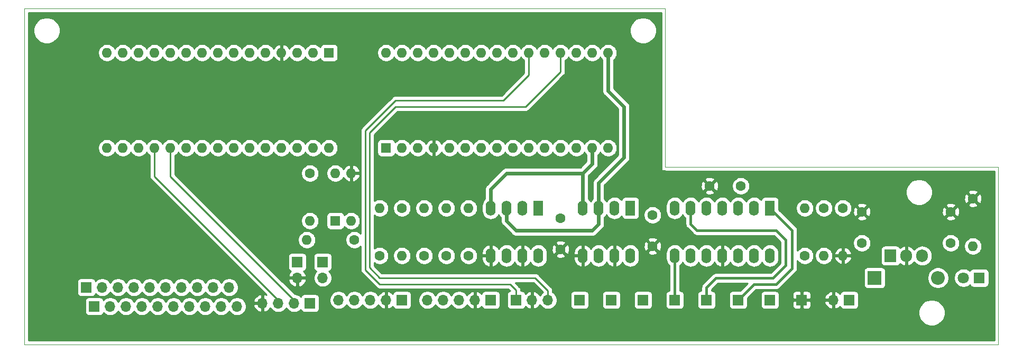
<source format=gbr>
%TF.GenerationSoftware,KiCad,Pcbnew,(5.1.6)-1*%
%TF.CreationDate,2020-09-07T22:38:35-04:00*%
%TF.ProjectId,FATARMATRIXPCBBOARD,46415441-524d-4415-9452-495850434242,rev?*%
%TF.SameCoordinates,Original*%
%TF.FileFunction,Copper,L2,Bot*%
%TF.FilePolarity,Positive*%
%FSLAX46Y46*%
G04 Gerber Fmt 4.6, Leading zero omitted, Abs format (unit mm)*
G04 Created by KiCad (PCBNEW (5.1.6)-1) date 2020-09-07 22:38:35*
%MOMM*%
%LPD*%
G01*
G04 APERTURE LIST*
%TA.AperFunction,Profile*%
%ADD10C,0.050000*%
%TD*%
%TA.AperFunction,ComponentPad*%
%ADD11O,1.600000X1.600000*%
%TD*%
%TA.AperFunction,ComponentPad*%
%ADD12R,1.600000X1.600000*%
%TD*%
%TA.AperFunction,ComponentPad*%
%ADD13O,1.700000X1.700000*%
%TD*%
%TA.AperFunction,ComponentPad*%
%ADD14R,1.700000X1.700000*%
%TD*%
%TA.AperFunction,ComponentPad*%
%ADD15O,1.600000X2.400000*%
%TD*%
%TA.AperFunction,ComponentPad*%
%ADD16R,1.600000X2.400000*%
%TD*%
%TA.AperFunction,ComponentPad*%
%ADD17C,1.600000*%
%TD*%
%TA.AperFunction,ComponentPad*%
%ADD18O,1.905000X2.000000*%
%TD*%
%TA.AperFunction,ComponentPad*%
%ADD19R,1.905000X2.000000*%
%TD*%
%TA.AperFunction,ComponentPad*%
%ADD20C,1.800000*%
%TD*%
%TA.AperFunction,ComponentPad*%
%ADD21R,1.800000X1.800000*%
%TD*%
%TA.AperFunction,ComponentPad*%
%ADD22O,2.200000X2.200000*%
%TD*%
%TA.AperFunction,ComponentPad*%
%ADD23R,2.200000X2.200000*%
%TD*%
%TA.AperFunction,Conductor*%
%ADD24C,0.609600*%
%TD*%
%TA.AperFunction,Conductor*%
%ADD25C,0.254000*%
%TD*%
%TA.AperFunction,Conductor*%
%ADD26C,0.406400*%
%TD*%
G04 APERTURE END LIST*
D10*
X57404000Y-111760000D02*
X57404000Y-165608000D01*
X160020000Y-111760000D02*
X57404000Y-111760000D01*
X160020000Y-114300000D02*
X160020000Y-111760000D01*
X160020000Y-137160000D02*
X160020000Y-114300000D01*
X213360000Y-137160000D02*
X160020000Y-137160000D01*
X213360000Y-165608000D02*
X213360000Y-137160000D01*
X57404000Y-165608000D02*
X213360000Y-165608000D01*
D11*
%TO.P,A2,16*%
%TO.N,T7*%
X70612000Y-134112000D03*
%TO.P,A2,15*%
%TO.N,T6*%
X70612000Y-118872000D03*
%TO.P,A2,30*%
%TO.N,+5V*%
X106172000Y-134112000D03*
%TO.P,A2,14*%
%TO.N,T5*%
X73152000Y-118872000D03*
%TO.P,A2,29*%
%TO.N,Net-(A2-Pad29)*%
X103632000Y-134112000D03*
%TO.P,A2,13*%
%TO.N,T4*%
X75692000Y-118872000D03*
%TO.P,A2,28*%
%TO.N,Net-(A2-Pad28)*%
X101092000Y-134112000D03*
%TO.P,A2,12*%
%TO.N,T3*%
X78232000Y-118872000D03*
%TO.P,A2,27*%
%TO.N,Net-(A2-Pad27)*%
X98552000Y-134112000D03*
%TO.P,A2,11*%
%TO.N,T2*%
X80772000Y-118872000D03*
%TO.P,A2,26*%
%TO.N,Net-(A2-Pad26)*%
X96012000Y-134112000D03*
%TO.P,A2,10*%
%TO.N,T1*%
X83312000Y-118872000D03*
%TO.P,A2,25*%
%TO.N,MK0*%
X93472000Y-134112000D03*
%TO.P,A2,9*%
%TO.N,T0*%
X85852000Y-118872000D03*
%TO.P,A2,24*%
%TO.N,MK1*%
X90932000Y-134112000D03*
%TO.P,A2,8*%
%TO.N,Net-(A2-Pad8)*%
X88392000Y-118872000D03*
%TO.P,A2,23*%
%TO.N,MK2*%
X88392000Y-134112000D03*
%TO.P,A2,7*%
%TO.N,Net-(A2-Pad7)*%
X90932000Y-118872000D03*
%TO.P,A2,22*%
%TO.N,MK3*%
X85852000Y-134112000D03*
%TO.P,A2,6*%
%TO.N,Net-(A2-Pad6)*%
X93472000Y-118872000D03*
%TO.P,A2,21*%
%TO.N,MK4*%
X83312000Y-134112000D03*
%TO.P,A2,5*%
%TO.N,Net-(A2-Pad5)*%
X96012000Y-118872000D03*
%TO.P,A2,20*%
%TO.N,MODWHEEL*%
X80772000Y-134112000D03*
%TO.P,A2,4*%
%TO.N,GND*%
X98552000Y-118872000D03*
%TO.P,A2,19*%
%TO.N,PITCHWHEEL*%
X78232000Y-134112000D03*
%TO.P,A2,3*%
%TO.N,Net-(A2-Pad3)*%
X101092000Y-118872000D03*
%TO.P,A2,18*%
%TO.N,Net-(A2-Pad18)*%
X75692000Y-134112000D03*
%TO.P,A2,2*%
%TO.N,Net-(A2-Pad2)*%
X103632000Y-118872000D03*
%TO.P,A2,17*%
%TO.N,Net-(A2-Pad17)*%
X73152000Y-134112000D03*
D12*
%TO.P,A2,1*%
%TO.N,MIDI_OUT_FATAR*%
X106172000Y-118872000D03*
%TD*%
D13*
%TO.P,J17,2*%
%TO.N,Net-(J1-Pad5)*%
X105156000Y-154940000D03*
D14*
%TO.P,J17,1*%
%TO.N,Net-(J17-Pad1)*%
X105156000Y-152400000D03*
%TD*%
D13*
%TO.P,J16,2*%
%TO.N,GND*%
X101092000Y-154940000D03*
D14*
%TO.P,J16,1*%
%TO.N,Net-(A2-Pad8)*%
X101092000Y-152400000D03*
%TD*%
%TO.P,J15,1*%
%TO.N,GND*%
X181864000Y-158496000D03*
%TD*%
%TO.P,J12,1*%
%TO.N,VELOCITY*%
X166624000Y-158496000D03*
%TD*%
%TO.P,J11,1*%
%TO.N,NOTE*%
X171704000Y-158496000D03*
%TD*%
%TO.P,J10,1*%
%TO.N,PITCHBEND*%
X161544000Y-158496000D03*
%TD*%
%TO.P,J9,1*%
%TO.N,CONTROL*%
X176784000Y-158496000D03*
%TD*%
%TO.P,J8,1*%
%TO.N,CLOCK*%
X156464000Y-158496000D03*
%TD*%
%TO.P,J7,1*%
%TO.N,TRIGGER*%
X151384000Y-158496000D03*
%TD*%
%TO.P,J6,1*%
%TO.N,GATE*%
X146304000Y-158496000D03*
%TD*%
D13*
%TO.P,J14,10*%
%TO.N,Net-(J14-Pad10)*%
X91440000Y-159512000D03*
%TO.P,J14,9*%
%TO.N,Net-(J14-Pad9)*%
X88900000Y-159512000D03*
%TO.P,J14,8*%
%TO.N,T0*%
X86360000Y-159512000D03*
%TO.P,J14,7*%
%TO.N,T1*%
X83820000Y-159512000D03*
%TO.P,J14,6*%
%TO.N,T2*%
X81280000Y-159512000D03*
%TO.P,J14,5*%
%TO.N,T3*%
X78740000Y-159512000D03*
%TO.P,J14,4*%
%TO.N,T4*%
X76200000Y-159512000D03*
%TO.P,J14,3*%
%TO.N,T5*%
X73660000Y-159512000D03*
%TO.P,J14,2*%
%TO.N,T6*%
X71120000Y-159512000D03*
D14*
%TO.P,J14,1*%
%TO.N,T7*%
X68580000Y-159512000D03*
%TD*%
D13*
%TO.P,J2,10*%
%TO.N,MK0*%
X90170000Y-156464000D03*
%TO.P,J2,9*%
%TO.N,BR0*%
X87630000Y-156464000D03*
%TO.P,J2,8*%
%TO.N,MK1*%
X85090000Y-156464000D03*
%TO.P,J2,7*%
%TO.N,BR1*%
X82550000Y-156464000D03*
%TO.P,J2,6*%
%TO.N,MK2*%
X80010000Y-156464000D03*
%TO.P,J2,5*%
%TO.N,BR2*%
X77470000Y-156464000D03*
%TO.P,J2,4*%
%TO.N,MK3*%
X74930000Y-156464000D03*
%TO.P,J2,3*%
%TO.N,BR3*%
X72390000Y-156464000D03*
%TO.P,J2,2*%
%TO.N,MK4*%
X69850000Y-156464000D03*
D14*
%TO.P,J2,1*%
%TO.N,BR4*%
X67310000Y-156464000D03*
%TD*%
D11*
%TO.P,A1,16*%
%TO.N,Net-(A1-Pad16)*%
X150876000Y-118872000D03*
%TO.P,A1,15*%
%TO.N,Net-(A1-Pad15)*%
X150876000Y-134112000D03*
%TO.P,A1,30*%
%TO.N,+5V*%
X115316000Y-118872000D03*
%TO.P,A1,14*%
%TO.N,Net-(A1-Pad14)*%
X148336000Y-134112000D03*
%TO.P,A1,29*%
%TO.N,Net-(A1-Pad29)*%
X117856000Y-118872000D03*
%TO.P,A1,13*%
%TO.N,Net-(A1-Pad13)*%
X145796000Y-134112000D03*
%TO.P,A1,28*%
%TO.N,Net-(A1-Pad28)*%
X120396000Y-118872000D03*
%TO.P,A1,12*%
%TO.N,Net-(A1-Pad12)*%
X143256000Y-134112000D03*
%TO.P,A1,27*%
%TO.N,Net-(A1-Pad27)*%
X122936000Y-118872000D03*
%TO.P,A1,11*%
%TO.N,Net-(A1-Pad11)*%
X140716000Y-134112000D03*
%TO.P,A1,26*%
%TO.N,Net-(A1-Pad26)*%
X125476000Y-118872000D03*
%TO.P,A1,10*%
%TO.N,Net-(A1-Pad10)*%
X138176000Y-134112000D03*
%TO.P,A1,25*%
%TO.N,Net-(A1-Pad25)*%
X128016000Y-118872000D03*
%TO.P,A1,9*%
%TO.N,Net-(A1-Pad9)*%
X135636000Y-134112000D03*
%TO.P,A1,24*%
%TO.N,Net-(A1-Pad24)*%
X130556000Y-118872000D03*
%TO.P,A1,8*%
%TO.N,Net-(A1-Pad8)*%
X133096000Y-134112000D03*
%TO.P,A1,23*%
%TO.N,Net-(A1-Pad23)*%
X133096000Y-118872000D03*
%TO.P,A1,7*%
%TO.N,Net-(A1-Pad7)*%
X130556000Y-134112000D03*
%TO.P,A1,22*%
%TO.N,Net-(A1-Pad22)*%
X135636000Y-118872000D03*
%TO.P,A1,6*%
%TO.N,Net-(A1-Pad6)*%
X128016000Y-134112000D03*
%TO.P,A1,21*%
%TO.N,Net-(A1-Pad21)*%
X138176000Y-118872000D03*
%TO.P,A1,5*%
%TO.N,Net-(A1-Pad5)*%
X125476000Y-134112000D03*
%TO.P,A1,20*%
%TO.N,Net-(A1-Pad20)*%
X140716000Y-118872000D03*
%TO.P,A1,4*%
%TO.N,GND*%
X122936000Y-134112000D03*
%TO.P,A1,19*%
%TO.N,Net-(A1-Pad19)*%
X143256000Y-118872000D03*
%TO.P,A1,3*%
%TO.N,Net-(A1-Pad3)*%
X120396000Y-134112000D03*
%TO.P,A1,18*%
%TO.N,Net-(A1-Pad18)*%
X145796000Y-118872000D03*
%TO.P,A1,2*%
%TO.N,MIDI_OUT_FATAR*%
X117856000Y-134112000D03*
%TO.P,A1,17*%
%TO.N,Net-(A1-Pad17)*%
X148336000Y-118872000D03*
D12*
%TO.P,A1,1*%
%TO.N,Net-(A1-Pad1)*%
X115316000Y-134112000D03*
%TD*%
D15*
%TO.P,U1,8*%
%TO.N,Net-(U1-Pad8)*%
X154432000Y-151384000D03*
%TO.P,U1,4*%
%TO.N,Net-(A1-Pad14)*%
X146812000Y-143764000D03*
%TO.P,U1,7*%
%TO.N,GND*%
X151892000Y-151384000D03*
%TO.P,U1,3*%
%TO.N,Net-(A1-Pad16)*%
X149352000Y-143764000D03*
%TO.P,U1,6*%
%TO.N,Net-(U1-Pad6)*%
X149352000Y-151384000D03*
%TO.P,U1,2*%
%TO.N,Net-(A1-Pad12)*%
X151892000Y-143764000D03*
%TO.P,U1,5*%
%TO.N,GND*%
X146812000Y-151384000D03*
D16*
%TO.P,U1,1*%
%TO.N,+5V*%
X154432000Y-143764000D03*
%TD*%
D15*
%TO.P,U4,14*%
%TO.N,CONTROL*%
X176784000Y-151384000D03*
%TO.P,U4,7*%
%TO.N,VELOCITY*%
X161544000Y-143764000D03*
%TO.P,U4,13*%
%TO.N,CONTROL*%
X174244000Y-151384000D03*
%TO.P,U4,6*%
%TO.N,VELOCITY*%
X164084000Y-143764000D03*
%TO.P,U4,12*%
%TO.N,Net-(U1-Pad6)*%
X171704000Y-151384000D03*
%TO.P,U4,5*%
%TO.N,Net-(U2-Pad6)*%
X166624000Y-143764000D03*
%TO.P,U4,11*%
%TO.N,GND*%
X169164000Y-151384000D03*
%TO.P,U4,4*%
%TO.N,+12V*%
X169164000Y-143764000D03*
%TO.P,U4,10*%
%TO.N,Net-(U1-Pad8)*%
X166624000Y-151384000D03*
%TO.P,U4,3*%
%TO.N,Net-(U2-Pad8)*%
X171704000Y-143764000D03*
%TO.P,U4,9*%
%TO.N,PITCHBEND*%
X164084000Y-151384000D03*
%TO.P,U4,2*%
%TO.N,Net-(R6-Pad1)*%
X174244000Y-143764000D03*
%TO.P,U4,8*%
%TO.N,PITCHBEND*%
X161544000Y-151384000D03*
D16*
%TO.P,U4,1*%
%TO.N,NOTE*%
X176784000Y-143764000D03*
%TD*%
D11*
%TO.P,R8,2*%
%TO.N,NOTE*%
X182372000Y-143764000D03*
D17*
%TO.P,R8,1*%
%TO.N,Net-(R7-Pad2)*%
X182372000Y-151384000D03*
%TD*%
%TO.P,C5,2*%
%TO.N,+12V*%
X172132000Y-140208000D03*
%TO.P,C5,1*%
%TO.N,GND*%
X167132000Y-140208000D03*
%TD*%
D18*
%TO.P,U6,3*%
%TO.N,+5V*%
X201168000Y-151384000D03*
%TO.P,U6,2*%
%TO.N,GND*%
X198628000Y-151384000D03*
D19*
%TO.P,U6,1*%
%TO.N,+12V*%
X196088000Y-151384000D03*
%TD*%
D11*
%TO.P,U3,4*%
%TO.N,EXTERNAL_MIDI_IN*%
X107188000Y-138176000D03*
%TO.P,U3,2*%
%TO.N,Net-(J1-Pad5)*%
X109728000Y-145796000D03*
%TO.P,U3,3*%
%TO.N,GND*%
X109728000Y-138176000D03*
D12*
%TO.P,U3,1*%
%TO.N,Net-(J17-Pad1)*%
X107188000Y-145796000D03*
%TD*%
D15*
%TO.P,U2,8*%
%TO.N,Net-(U2-Pad8)*%
X139700000Y-151384000D03*
%TO.P,U2,4*%
%TO.N,Net-(A1-Pad14)*%
X132080000Y-143764000D03*
%TO.P,U2,7*%
%TO.N,GND*%
X137160000Y-151384000D03*
%TO.P,U2,3*%
%TO.N,Net-(A1-Pad16)*%
X134620000Y-143764000D03*
%TO.P,U2,6*%
%TO.N,Net-(U2-Pad6)*%
X134620000Y-151384000D03*
%TO.P,U2,2*%
%TO.N,Net-(A1-Pad11)*%
X137160000Y-143764000D03*
%TO.P,U2,5*%
%TO.N,GND*%
X132080000Y-151384000D03*
D16*
%TO.P,U2,1*%
%TO.N,+5V*%
X139700000Y-143764000D03*
%TD*%
D11*
%TO.P,R11,2*%
%TO.N,Net-(D3-Pad1)*%
X209296000Y-149860000D03*
D17*
%TO.P,R11,1*%
%TO.N,GND*%
X209296000Y-142240000D03*
%TD*%
D11*
%TO.P,R10,2*%
%TO.N,Net-(J4-Pad4)*%
X117856000Y-151384000D03*
D17*
%TO.P,R10,1*%
%TO.N,+5V*%
X117856000Y-143764000D03*
%TD*%
D11*
%TO.P,R9,2*%
%TO.N,MIDI_OUT_FATAR*%
X114300000Y-143764000D03*
D17*
%TO.P,R9,1*%
%TO.N,Net-(J4-Pad5)*%
X114300000Y-151384000D03*
%TD*%
D11*
%TO.P,R7,2*%
%TO.N,Net-(R7-Pad2)*%
X185420000Y-151384000D03*
D17*
%TO.P,R7,1*%
%TO.N,Net-(R6-Pad1)*%
X185420000Y-143764000D03*
%TD*%
D11*
%TO.P,R6,2*%
%TO.N,GND*%
X188468000Y-151384000D03*
D17*
%TO.P,R6,1*%
%TO.N,Net-(R6-Pad1)*%
X188468000Y-143764000D03*
%TD*%
D11*
%TO.P,R5,2*%
%TO.N,+5V*%
X103124000Y-145796000D03*
D17*
%TO.P,R5,1*%
%TO.N,EXTERNAL_MIDI_IN*%
X103124000Y-138176000D03*
%TD*%
D11*
%TO.P,R4,2*%
%TO.N,Net-(A1-Pad5)*%
X121412000Y-143764000D03*
D17*
%TO.P,R4,1*%
%TO.N,GATE*%
X121412000Y-151384000D03*
%TD*%
D11*
%TO.P,R3,2*%
%TO.N,Net-(A1-Pad6)*%
X124968000Y-143764000D03*
D17*
%TO.P,R3,1*%
%TO.N,TRIGGER*%
X124968000Y-151384000D03*
%TD*%
D11*
%TO.P,R2,2*%
%TO.N,Net-(A1-Pad7)*%
X128524000Y-143764000D03*
D17*
%TO.P,R2,1*%
%TO.N,CLOCK*%
X128524000Y-151384000D03*
%TD*%
D11*
%TO.P,R1,2*%
%TO.N,Net-(J17-Pad1)*%
X102616000Y-148844000D03*
D17*
%TO.P,R1,1*%
%TO.N,Net-(J1-Pad4)*%
X110236000Y-148844000D03*
%TD*%
D13*
%TO.P,J13,4*%
%TO.N,GND*%
X95504000Y-159004000D03*
%TO.P,J13,3*%
%TO.N,PITCHWHEEL*%
X98044000Y-159004000D03*
%TO.P,J13,2*%
%TO.N,MODWHEEL*%
X100584000Y-159004000D03*
D14*
%TO.P,J13,1*%
%TO.N,+5V*%
X103124000Y-159004000D03*
%TD*%
D13*
%TO.P,J5,2*%
%TO.N,GND*%
X186944000Y-158496000D03*
D14*
%TO.P,J5,1*%
%TO.N,Net-(D2-Pad2)*%
X189484000Y-158496000D03*
%TD*%
D13*
%TO.P,J4,5*%
%TO.N,Net-(J4-Pad5)*%
X121920000Y-158496000D03*
%TO.P,J4,4*%
%TO.N,Net-(J4-Pad4)*%
X124460000Y-158496000D03*
%TO.P,J4,3*%
%TO.N,Net-(J4-Pad3)*%
X127000000Y-158496000D03*
%TO.P,J4,2*%
%TO.N,GND*%
X129540000Y-158496000D03*
D14*
%TO.P,J4,1*%
%TO.N,Net-(J4-Pad1)*%
X132080000Y-158496000D03*
%TD*%
D13*
%TO.P,J3,3*%
%TO.N,Net-(A1-Pad19)*%
X141224000Y-158496000D03*
%TO.P,J3,2*%
%TO.N,GND*%
X138684000Y-158496000D03*
D14*
%TO.P,J3,1*%
%TO.N,Net-(A1-Pad21)*%
X136144000Y-158496000D03*
%TD*%
D13*
%TO.P,J1,5*%
%TO.N,Net-(J1-Pad5)*%
X107696000Y-158496000D03*
%TO.P,J1,4*%
%TO.N,Net-(J1-Pad4)*%
X110236000Y-158496000D03*
%TO.P,J1,3*%
%TO.N,Net-(J1-Pad3)*%
X112776000Y-158496000D03*
%TO.P,J1,2*%
%TO.N,GND*%
X115316000Y-158496000D03*
D14*
%TO.P,J1,1*%
%TO.N,Net-(J1-Pad1)*%
X117856000Y-158496000D03*
%TD*%
D20*
%TO.P,D3,2*%
%TO.N,+5V*%
X207772000Y-154940000D03*
D21*
%TO.P,D3,1*%
%TO.N,Net-(D3-Pad1)*%
X210312000Y-154940000D03*
%TD*%
D22*
%TO.P,D2,2*%
%TO.N,Net-(D2-Pad2)*%
X203708000Y-154940000D03*
D23*
%TO.P,D2,1*%
%TO.N,+12V*%
X193548000Y-154940000D03*
%TD*%
D17*
%TO.P,C4,2*%
%TO.N,GND*%
X205740000Y-144352000D03*
%TO.P,C4,1*%
%TO.N,+5V*%
X205740000Y-149352000D03*
%TD*%
%TO.P,C3,2*%
%TO.N,GND*%
X191516000Y-144352000D03*
%TO.P,C3,1*%
%TO.N,+12V*%
X191516000Y-149352000D03*
%TD*%
%TO.P,C2,1*%
%TO.N,GND*%
X143256000Y-150368000D03*
%TO.P,C2,2*%
%TO.N,+5V*%
X143256000Y-145368000D03*
%TD*%
%TO.P,C1,2*%
%TO.N,+5V*%
X157988000Y-144860000D03*
%TO.P,C1,1*%
%TO.N,GND*%
X157988000Y-149860000D03*
%TD*%
D24*
%TO.N,Net-(A1-Pad16)*%
X149352000Y-143764000D02*
X149352000Y-146304000D01*
X134620000Y-145288000D02*
X134620000Y-143764000D01*
X134620000Y-145796000D02*
X134620000Y-145288000D01*
X136144000Y-147320000D02*
X134620000Y-145796000D01*
X149352000Y-146304000D02*
X148336000Y-147320000D01*
X148336000Y-147320000D02*
X136144000Y-147320000D01*
X150876000Y-124968000D02*
X150876000Y-118872000D01*
X153416000Y-127508000D02*
X150876000Y-124968000D01*
X149352000Y-143764000D02*
X149352000Y-139700000D01*
X153416000Y-135636000D02*
X153416000Y-127508000D01*
X149352000Y-139700000D02*
X153416000Y-135636000D01*
%TO.N,Net-(A1-Pad14)*%
X132080000Y-140716000D02*
X134620000Y-138176000D01*
X132080000Y-143764000D02*
X132080000Y-140716000D01*
X134620000Y-138176000D02*
X136652000Y-138176000D01*
X136144000Y-138176000D02*
X136652000Y-138176000D01*
X148336000Y-136652000D02*
X148336000Y-134112000D01*
X136652000Y-138176000D02*
X146812000Y-138176000D01*
X146812000Y-138176000D02*
X148336000Y-136652000D01*
X146812000Y-139700000D02*
X146812000Y-138176000D01*
X146812000Y-143764000D02*
X146812000Y-139700000D01*
X146812000Y-139700000D02*
X146812000Y-139192000D01*
D25*
%TO.N,Net-(A1-Pad21)*%
X138176000Y-122428000D02*
X138176000Y-118872000D01*
X116840000Y-126492000D02*
X134112000Y-126492000D01*
X134112000Y-126492000D02*
X138176000Y-122428000D01*
X135172000Y-155956000D02*
X114300000Y-155956000D01*
X136144000Y-156928000D02*
X135172000Y-155956000D01*
X136144000Y-158496000D02*
X136144000Y-156928000D01*
X114300000Y-155956000D02*
X112014000Y-153670000D01*
X112014000Y-131318000D02*
X116840000Y-126492000D01*
X112014000Y-153670000D02*
X112014000Y-131318000D01*
%TO.N,Net-(A1-Pad19)*%
X143256000Y-121920000D02*
X143256000Y-118872000D01*
X137668000Y-127508000D02*
X143256000Y-121920000D01*
X116840000Y-127508000D02*
X137668000Y-127508000D01*
X112649000Y-131699000D02*
X116840000Y-127508000D01*
X141224000Y-156972000D02*
X139192000Y-154940000D01*
X139192000Y-154940000D02*
X114300000Y-154940000D01*
X141224000Y-158496000D02*
X141224000Y-156972000D01*
X112649000Y-153289000D02*
X112649000Y-131699000D01*
X114300000Y-154940000D02*
X112649000Y-153289000D01*
%TO.N,MODWHEEL*%
X80772000Y-138684000D02*
X80772000Y-134112000D01*
X100584000Y-158496000D02*
X80772000Y-138684000D01*
%TO.N,PITCHWHEEL*%
X78232000Y-138684000D02*
X78232000Y-134112000D01*
X98044000Y-158496000D02*
X78232000Y-138684000D01*
D26*
%TO.N,NOTE*%
X180340000Y-153416000D02*
X180340000Y-147320000D01*
X180340000Y-147320000D02*
X176784000Y-143764000D01*
X177800000Y-155956000D02*
X180340000Y-153416000D01*
X171704000Y-158496000D02*
X174244000Y-155956000D01*
X174244000Y-155956000D02*
X177800000Y-155956000D01*
%TO.N,VELOCITY*%
X165100000Y-147320000D02*
X164084000Y-146304000D01*
X177800000Y-147320000D02*
X165100000Y-147320000D01*
X179324000Y-148844000D02*
X177800000Y-147320000D01*
X177292000Y-154940000D02*
X179324000Y-152908000D01*
X164084000Y-146304000D02*
X164084000Y-143764000D01*
X166624000Y-158496000D02*
X166624000Y-156464000D01*
X168148000Y-154940000D02*
X177292000Y-154940000D01*
X166624000Y-156464000D02*
X168148000Y-154940000D01*
X179324000Y-152908000D02*
X179324000Y-148844000D01*
%TO.N,PITCHBEND*%
X161544000Y-158496000D02*
X161544000Y-151384000D01*
%TD*%
D25*
%TO.N,GND*%
G36*
X159360000Y-114332418D02*
G01*
X159360001Y-114332428D01*
X159360000Y-137127581D01*
X159356807Y-137160000D01*
X159369550Y-137289383D01*
X159385000Y-137340314D01*
X159385000Y-137668000D01*
X159387440Y-137692776D01*
X159394667Y-137716601D01*
X159406403Y-137738557D01*
X159422197Y-137757803D01*
X159441443Y-137773597D01*
X159463399Y-137785333D01*
X159487224Y-137792560D01*
X159512000Y-137795000D01*
X159839686Y-137795000D01*
X159890617Y-137810450D01*
X160020000Y-137823193D01*
X160052419Y-137820000D01*
X212700001Y-137820000D01*
X212700000Y-164948000D01*
X58064000Y-164948000D01*
X58064000Y-158662000D01*
X67091928Y-158662000D01*
X67091928Y-160362000D01*
X67104188Y-160486482D01*
X67140498Y-160606180D01*
X67199463Y-160716494D01*
X67278815Y-160813185D01*
X67375506Y-160892537D01*
X67485820Y-160951502D01*
X67605518Y-160987812D01*
X67730000Y-161000072D01*
X69430000Y-161000072D01*
X69554482Y-160987812D01*
X69674180Y-160951502D01*
X69784494Y-160892537D01*
X69881185Y-160813185D01*
X69960537Y-160716494D01*
X70019502Y-160606180D01*
X70041513Y-160533620D01*
X70173368Y-160665475D01*
X70416589Y-160827990D01*
X70686842Y-160939932D01*
X70973740Y-160997000D01*
X71266260Y-160997000D01*
X71553158Y-160939932D01*
X71823411Y-160827990D01*
X72066632Y-160665475D01*
X72273475Y-160458632D01*
X72390000Y-160284240D01*
X72506525Y-160458632D01*
X72713368Y-160665475D01*
X72956589Y-160827990D01*
X73226842Y-160939932D01*
X73513740Y-160997000D01*
X73806260Y-160997000D01*
X74093158Y-160939932D01*
X74363411Y-160827990D01*
X74606632Y-160665475D01*
X74813475Y-160458632D01*
X74930000Y-160284240D01*
X75046525Y-160458632D01*
X75253368Y-160665475D01*
X75496589Y-160827990D01*
X75766842Y-160939932D01*
X76053740Y-160997000D01*
X76346260Y-160997000D01*
X76633158Y-160939932D01*
X76903411Y-160827990D01*
X77146632Y-160665475D01*
X77353475Y-160458632D01*
X77470000Y-160284240D01*
X77586525Y-160458632D01*
X77793368Y-160665475D01*
X78036589Y-160827990D01*
X78306842Y-160939932D01*
X78593740Y-160997000D01*
X78886260Y-160997000D01*
X79173158Y-160939932D01*
X79443411Y-160827990D01*
X79686632Y-160665475D01*
X79893475Y-160458632D01*
X80010000Y-160284240D01*
X80126525Y-160458632D01*
X80333368Y-160665475D01*
X80576589Y-160827990D01*
X80846842Y-160939932D01*
X81133740Y-160997000D01*
X81426260Y-160997000D01*
X81713158Y-160939932D01*
X81983411Y-160827990D01*
X82226632Y-160665475D01*
X82433475Y-160458632D01*
X82550000Y-160284240D01*
X82666525Y-160458632D01*
X82873368Y-160665475D01*
X83116589Y-160827990D01*
X83386842Y-160939932D01*
X83673740Y-160997000D01*
X83966260Y-160997000D01*
X84253158Y-160939932D01*
X84523411Y-160827990D01*
X84766632Y-160665475D01*
X84973475Y-160458632D01*
X85090000Y-160284240D01*
X85206525Y-160458632D01*
X85413368Y-160665475D01*
X85656589Y-160827990D01*
X85926842Y-160939932D01*
X86213740Y-160997000D01*
X86506260Y-160997000D01*
X86793158Y-160939932D01*
X87063411Y-160827990D01*
X87306632Y-160665475D01*
X87513475Y-160458632D01*
X87630000Y-160284240D01*
X87746525Y-160458632D01*
X87953368Y-160665475D01*
X88196589Y-160827990D01*
X88466842Y-160939932D01*
X88753740Y-160997000D01*
X89046260Y-160997000D01*
X89333158Y-160939932D01*
X89603411Y-160827990D01*
X89846632Y-160665475D01*
X90053475Y-160458632D01*
X90170000Y-160284240D01*
X90286525Y-160458632D01*
X90493368Y-160665475D01*
X90736589Y-160827990D01*
X91006842Y-160939932D01*
X91293740Y-160997000D01*
X91586260Y-160997000D01*
X91873158Y-160939932D01*
X92143411Y-160827990D01*
X92386632Y-160665475D01*
X92593475Y-160458632D01*
X92755990Y-160215411D01*
X92867932Y-159945158D01*
X92925000Y-159658260D01*
X92925000Y-159365740D01*
X92924036Y-159360891D01*
X94062519Y-159360891D01*
X94159843Y-159635252D01*
X94308822Y-159885355D01*
X94503731Y-160101588D01*
X94737080Y-160275641D01*
X94999901Y-160400825D01*
X95147110Y-160445476D01*
X95377000Y-160324155D01*
X95377000Y-159131000D01*
X94183186Y-159131000D01*
X94062519Y-159360891D01*
X92924036Y-159360891D01*
X92867932Y-159078842D01*
X92755990Y-158808589D01*
X92648093Y-158647109D01*
X94062519Y-158647109D01*
X94183186Y-158877000D01*
X95377000Y-158877000D01*
X95377000Y-157683845D01*
X95147110Y-157562524D01*
X94999901Y-157607175D01*
X94737080Y-157732359D01*
X94503731Y-157906412D01*
X94308822Y-158122645D01*
X94159843Y-158372748D01*
X94062519Y-158647109D01*
X92648093Y-158647109D01*
X92593475Y-158565368D01*
X92386632Y-158358525D01*
X92143411Y-158196010D01*
X91873158Y-158084068D01*
X91586260Y-158027000D01*
X91293740Y-158027000D01*
X91006842Y-158084068D01*
X90736589Y-158196010D01*
X90493368Y-158358525D01*
X90286525Y-158565368D01*
X90170000Y-158739760D01*
X90053475Y-158565368D01*
X89846632Y-158358525D01*
X89603411Y-158196010D01*
X89333158Y-158084068D01*
X89046260Y-158027000D01*
X88753740Y-158027000D01*
X88466842Y-158084068D01*
X88196589Y-158196010D01*
X87953368Y-158358525D01*
X87746525Y-158565368D01*
X87630000Y-158739760D01*
X87513475Y-158565368D01*
X87306632Y-158358525D01*
X87063411Y-158196010D01*
X86793158Y-158084068D01*
X86506260Y-158027000D01*
X86213740Y-158027000D01*
X85926842Y-158084068D01*
X85656589Y-158196010D01*
X85413368Y-158358525D01*
X85206525Y-158565368D01*
X85090000Y-158739760D01*
X84973475Y-158565368D01*
X84766632Y-158358525D01*
X84523411Y-158196010D01*
X84253158Y-158084068D01*
X83966260Y-158027000D01*
X83673740Y-158027000D01*
X83386842Y-158084068D01*
X83116589Y-158196010D01*
X82873368Y-158358525D01*
X82666525Y-158565368D01*
X82550000Y-158739760D01*
X82433475Y-158565368D01*
X82226632Y-158358525D01*
X81983411Y-158196010D01*
X81713158Y-158084068D01*
X81426260Y-158027000D01*
X81133740Y-158027000D01*
X80846842Y-158084068D01*
X80576589Y-158196010D01*
X80333368Y-158358525D01*
X80126525Y-158565368D01*
X80010000Y-158739760D01*
X79893475Y-158565368D01*
X79686632Y-158358525D01*
X79443411Y-158196010D01*
X79173158Y-158084068D01*
X78886260Y-158027000D01*
X78593740Y-158027000D01*
X78306842Y-158084068D01*
X78036589Y-158196010D01*
X77793368Y-158358525D01*
X77586525Y-158565368D01*
X77470000Y-158739760D01*
X77353475Y-158565368D01*
X77146632Y-158358525D01*
X76903411Y-158196010D01*
X76633158Y-158084068D01*
X76346260Y-158027000D01*
X76053740Y-158027000D01*
X75766842Y-158084068D01*
X75496589Y-158196010D01*
X75253368Y-158358525D01*
X75046525Y-158565368D01*
X74930000Y-158739760D01*
X74813475Y-158565368D01*
X74606632Y-158358525D01*
X74363411Y-158196010D01*
X74093158Y-158084068D01*
X73806260Y-158027000D01*
X73513740Y-158027000D01*
X73226842Y-158084068D01*
X72956589Y-158196010D01*
X72713368Y-158358525D01*
X72506525Y-158565368D01*
X72390000Y-158739760D01*
X72273475Y-158565368D01*
X72066632Y-158358525D01*
X71823411Y-158196010D01*
X71553158Y-158084068D01*
X71266260Y-158027000D01*
X70973740Y-158027000D01*
X70686842Y-158084068D01*
X70416589Y-158196010D01*
X70173368Y-158358525D01*
X70041513Y-158490380D01*
X70019502Y-158417820D01*
X69960537Y-158307506D01*
X69881185Y-158210815D01*
X69784494Y-158131463D01*
X69674180Y-158072498D01*
X69554482Y-158036188D01*
X69430000Y-158023928D01*
X67730000Y-158023928D01*
X67605518Y-158036188D01*
X67485820Y-158072498D01*
X67375506Y-158131463D01*
X67278815Y-158210815D01*
X67199463Y-158307506D01*
X67140498Y-158417820D01*
X67104188Y-158537518D01*
X67091928Y-158662000D01*
X58064000Y-158662000D01*
X58064000Y-155614000D01*
X65821928Y-155614000D01*
X65821928Y-157314000D01*
X65834188Y-157438482D01*
X65870498Y-157558180D01*
X65929463Y-157668494D01*
X66008815Y-157765185D01*
X66105506Y-157844537D01*
X66215820Y-157903502D01*
X66335518Y-157939812D01*
X66460000Y-157952072D01*
X68160000Y-157952072D01*
X68284482Y-157939812D01*
X68404180Y-157903502D01*
X68514494Y-157844537D01*
X68611185Y-157765185D01*
X68690537Y-157668494D01*
X68749502Y-157558180D01*
X68771513Y-157485620D01*
X68903368Y-157617475D01*
X69146589Y-157779990D01*
X69416842Y-157891932D01*
X69703740Y-157949000D01*
X69996260Y-157949000D01*
X70283158Y-157891932D01*
X70553411Y-157779990D01*
X70796632Y-157617475D01*
X71003475Y-157410632D01*
X71120000Y-157236240D01*
X71236525Y-157410632D01*
X71443368Y-157617475D01*
X71686589Y-157779990D01*
X71956842Y-157891932D01*
X72243740Y-157949000D01*
X72536260Y-157949000D01*
X72823158Y-157891932D01*
X73093411Y-157779990D01*
X73336632Y-157617475D01*
X73543475Y-157410632D01*
X73660000Y-157236240D01*
X73776525Y-157410632D01*
X73983368Y-157617475D01*
X74226589Y-157779990D01*
X74496842Y-157891932D01*
X74783740Y-157949000D01*
X75076260Y-157949000D01*
X75363158Y-157891932D01*
X75633411Y-157779990D01*
X75876632Y-157617475D01*
X76083475Y-157410632D01*
X76200000Y-157236240D01*
X76316525Y-157410632D01*
X76523368Y-157617475D01*
X76766589Y-157779990D01*
X77036842Y-157891932D01*
X77323740Y-157949000D01*
X77616260Y-157949000D01*
X77903158Y-157891932D01*
X78173411Y-157779990D01*
X78416632Y-157617475D01*
X78623475Y-157410632D01*
X78740000Y-157236240D01*
X78856525Y-157410632D01*
X79063368Y-157617475D01*
X79306589Y-157779990D01*
X79576842Y-157891932D01*
X79863740Y-157949000D01*
X80156260Y-157949000D01*
X80443158Y-157891932D01*
X80713411Y-157779990D01*
X80956632Y-157617475D01*
X81163475Y-157410632D01*
X81280000Y-157236240D01*
X81396525Y-157410632D01*
X81603368Y-157617475D01*
X81846589Y-157779990D01*
X82116842Y-157891932D01*
X82403740Y-157949000D01*
X82696260Y-157949000D01*
X82983158Y-157891932D01*
X83253411Y-157779990D01*
X83496632Y-157617475D01*
X83703475Y-157410632D01*
X83820000Y-157236240D01*
X83936525Y-157410632D01*
X84143368Y-157617475D01*
X84386589Y-157779990D01*
X84656842Y-157891932D01*
X84943740Y-157949000D01*
X85236260Y-157949000D01*
X85523158Y-157891932D01*
X85793411Y-157779990D01*
X86036632Y-157617475D01*
X86243475Y-157410632D01*
X86360000Y-157236240D01*
X86476525Y-157410632D01*
X86683368Y-157617475D01*
X86926589Y-157779990D01*
X87196842Y-157891932D01*
X87483740Y-157949000D01*
X87776260Y-157949000D01*
X88063158Y-157891932D01*
X88333411Y-157779990D01*
X88576632Y-157617475D01*
X88783475Y-157410632D01*
X88900000Y-157236240D01*
X89016525Y-157410632D01*
X89223368Y-157617475D01*
X89466589Y-157779990D01*
X89736842Y-157891932D01*
X90023740Y-157949000D01*
X90316260Y-157949000D01*
X90603158Y-157891932D01*
X90873411Y-157779990D01*
X91116632Y-157617475D01*
X91323475Y-157410632D01*
X91485990Y-157167411D01*
X91597932Y-156897158D01*
X91655000Y-156610260D01*
X91655000Y-156317740D01*
X91597932Y-156030842D01*
X91485990Y-155760589D01*
X91323475Y-155517368D01*
X91116632Y-155310525D01*
X90873411Y-155148010D01*
X90603158Y-155036068D01*
X90316260Y-154979000D01*
X90023740Y-154979000D01*
X89736842Y-155036068D01*
X89466589Y-155148010D01*
X89223368Y-155310525D01*
X89016525Y-155517368D01*
X88900000Y-155691760D01*
X88783475Y-155517368D01*
X88576632Y-155310525D01*
X88333411Y-155148010D01*
X88063158Y-155036068D01*
X87776260Y-154979000D01*
X87483740Y-154979000D01*
X87196842Y-155036068D01*
X86926589Y-155148010D01*
X86683368Y-155310525D01*
X86476525Y-155517368D01*
X86360000Y-155691760D01*
X86243475Y-155517368D01*
X86036632Y-155310525D01*
X85793411Y-155148010D01*
X85523158Y-155036068D01*
X85236260Y-154979000D01*
X84943740Y-154979000D01*
X84656842Y-155036068D01*
X84386589Y-155148010D01*
X84143368Y-155310525D01*
X83936525Y-155517368D01*
X83820000Y-155691760D01*
X83703475Y-155517368D01*
X83496632Y-155310525D01*
X83253411Y-155148010D01*
X82983158Y-155036068D01*
X82696260Y-154979000D01*
X82403740Y-154979000D01*
X82116842Y-155036068D01*
X81846589Y-155148010D01*
X81603368Y-155310525D01*
X81396525Y-155517368D01*
X81280000Y-155691760D01*
X81163475Y-155517368D01*
X80956632Y-155310525D01*
X80713411Y-155148010D01*
X80443158Y-155036068D01*
X80156260Y-154979000D01*
X79863740Y-154979000D01*
X79576842Y-155036068D01*
X79306589Y-155148010D01*
X79063368Y-155310525D01*
X78856525Y-155517368D01*
X78740000Y-155691760D01*
X78623475Y-155517368D01*
X78416632Y-155310525D01*
X78173411Y-155148010D01*
X77903158Y-155036068D01*
X77616260Y-154979000D01*
X77323740Y-154979000D01*
X77036842Y-155036068D01*
X76766589Y-155148010D01*
X76523368Y-155310525D01*
X76316525Y-155517368D01*
X76200000Y-155691760D01*
X76083475Y-155517368D01*
X75876632Y-155310525D01*
X75633411Y-155148010D01*
X75363158Y-155036068D01*
X75076260Y-154979000D01*
X74783740Y-154979000D01*
X74496842Y-155036068D01*
X74226589Y-155148010D01*
X73983368Y-155310525D01*
X73776525Y-155517368D01*
X73660000Y-155691760D01*
X73543475Y-155517368D01*
X73336632Y-155310525D01*
X73093411Y-155148010D01*
X72823158Y-155036068D01*
X72536260Y-154979000D01*
X72243740Y-154979000D01*
X71956842Y-155036068D01*
X71686589Y-155148010D01*
X71443368Y-155310525D01*
X71236525Y-155517368D01*
X71120000Y-155691760D01*
X71003475Y-155517368D01*
X70796632Y-155310525D01*
X70553411Y-155148010D01*
X70283158Y-155036068D01*
X69996260Y-154979000D01*
X69703740Y-154979000D01*
X69416842Y-155036068D01*
X69146589Y-155148010D01*
X68903368Y-155310525D01*
X68771513Y-155442380D01*
X68749502Y-155369820D01*
X68690537Y-155259506D01*
X68611185Y-155162815D01*
X68514494Y-155083463D01*
X68404180Y-155024498D01*
X68284482Y-154988188D01*
X68160000Y-154975928D01*
X66460000Y-154975928D01*
X66335518Y-154988188D01*
X66215820Y-155024498D01*
X66105506Y-155083463D01*
X66008815Y-155162815D01*
X65929463Y-155259506D01*
X65870498Y-155369820D01*
X65834188Y-155489518D01*
X65821928Y-155614000D01*
X58064000Y-155614000D01*
X58064000Y-133970665D01*
X69177000Y-133970665D01*
X69177000Y-134253335D01*
X69232147Y-134530574D01*
X69340320Y-134791727D01*
X69497363Y-135026759D01*
X69697241Y-135226637D01*
X69932273Y-135383680D01*
X70193426Y-135491853D01*
X70470665Y-135547000D01*
X70753335Y-135547000D01*
X71030574Y-135491853D01*
X71291727Y-135383680D01*
X71526759Y-135226637D01*
X71726637Y-135026759D01*
X71882000Y-134794241D01*
X72037363Y-135026759D01*
X72237241Y-135226637D01*
X72472273Y-135383680D01*
X72733426Y-135491853D01*
X73010665Y-135547000D01*
X73293335Y-135547000D01*
X73570574Y-135491853D01*
X73831727Y-135383680D01*
X74066759Y-135226637D01*
X74266637Y-135026759D01*
X74422000Y-134794241D01*
X74577363Y-135026759D01*
X74777241Y-135226637D01*
X75012273Y-135383680D01*
X75273426Y-135491853D01*
X75550665Y-135547000D01*
X75833335Y-135547000D01*
X76110574Y-135491853D01*
X76371727Y-135383680D01*
X76606759Y-135226637D01*
X76806637Y-135026759D01*
X76962000Y-134794241D01*
X77117363Y-135026759D01*
X77317241Y-135226637D01*
X77470001Y-135328708D01*
X77470000Y-138646577D01*
X77466314Y-138684000D01*
X77470000Y-138721423D01*
X77470000Y-138721425D01*
X77481026Y-138833377D01*
X77524598Y-138977014D01*
X77524599Y-138977015D01*
X77595355Y-139109392D01*
X77604345Y-139120346D01*
X77690578Y-139225422D01*
X77719654Y-139249284D01*
X96140706Y-157670337D01*
X96008099Y-157607175D01*
X95860890Y-157562524D01*
X95631000Y-157683845D01*
X95631000Y-158877000D01*
X95651000Y-158877000D01*
X95651000Y-159131000D01*
X95631000Y-159131000D01*
X95631000Y-160324155D01*
X95860890Y-160445476D01*
X96008099Y-160400825D01*
X96270920Y-160275641D01*
X96504269Y-160101588D01*
X96699178Y-159885355D01*
X96768805Y-159768466D01*
X96890525Y-159950632D01*
X97097368Y-160157475D01*
X97340589Y-160319990D01*
X97610842Y-160431932D01*
X97897740Y-160489000D01*
X98190260Y-160489000D01*
X98477158Y-160431932D01*
X98747411Y-160319990D01*
X98990632Y-160157475D01*
X99197475Y-159950632D01*
X99314000Y-159776240D01*
X99430525Y-159950632D01*
X99637368Y-160157475D01*
X99880589Y-160319990D01*
X100150842Y-160431932D01*
X100437740Y-160489000D01*
X100730260Y-160489000D01*
X101017158Y-160431932D01*
X101287411Y-160319990D01*
X101530632Y-160157475D01*
X101662487Y-160025620D01*
X101684498Y-160098180D01*
X101743463Y-160208494D01*
X101822815Y-160305185D01*
X101919506Y-160384537D01*
X102029820Y-160443502D01*
X102149518Y-160479812D01*
X102274000Y-160492072D01*
X103974000Y-160492072D01*
X104098482Y-160479812D01*
X104218180Y-160443502D01*
X104328494Y-160384537D01*
X104409909Y-160317721D01*
X200557000Y-160317721D01*
X200557000Y-160738279D01*
X200639047Y-161150756D01*
X200799988Y-161539302D01*
X201033637Y-161888983D01*
X201331017Y-162186363D01*
X201680698Y-162420012D01*
X202069244Y-162580953D01*
X202481721Y-162663000D01*
X202902279Y-162663000D01*
X203314756Y-162580953D01*
X203703302Y-162420012D01*
X204052983Y-162186363D01*
X204350363Y-161888983D01*
X204584012Y-161539302D01*
X204744953Y-161150756D01*
X204827000Y-160738279D01*
X204827000Y-160317721D01*
X204744953Y-159905244D01*
X204584012Y-159516698D01*
X204350363Y-159167017D01*
X204052983Y-158869637D01*
X203703302Y-158635988D01*
X203314756Y-158475047D01*
X202902279Y-158393000D01*
X202481721Y-158393000D01*
X202069244Y-158475047D01*
X201680698Y-158635988D01*
X201331017Y-158869637D01*
X201033637Y-159167017D01*
X200799988Y-159516698D01*
X200639047Y-159905244D01*
X200557000Y-160317721D01*
X104409909Y-160317721D01*
X104425185Y-160305185D01*
X104504537Y-160208494D01*
X104563502Y-160098180D01*
X104599812Y-159978482D01*
X104612072Y-159854000D01*
X104612072Y-158349740D01*
X106211000Y-158349740D01*
X106211000Y-158642260D01*
X106268068Y-158929158D01*
X106380010Y-159199411D01*
X106542525Y-159442632D01*
X106749368Y-159649475D01*
X106992589Y-159811990D01*
X107262842Y-159923932D01*
X107549740Y-159981000D01*
X107842260Y-159981000D01*
X108129158Y-159923932D01*
X108399411Y-159811990D01*
X108642632Y-159649475D01*
X108849475Y-159442632D01*
X108966000Y-159268240D01*
X109082525Y-159442632D01*
X109289368Y-159649475D01*
X109532589Y-159811990D01*
X109802842Y-159923932D01*
X110089740Y-159981000D01*
X110382260Y-159981000D01*
X110669158Y-159923932D01*
X110939411Y-159811990D01*
X111182632Y-159649475D01*
X111389475Y-159442632D01*
X111506000Y-159268240D01*
X111622525Y-159442632D01*
X111829368Y-159649475D01*
X112072589Y-159811990D01*
X112342842Y-159923932D01*
X112629740Y-159981000D01*
X112922260Y-159981000D01*
X113209158Y-159923932D01*
X113479411Y-159811990D01*
X113722632Y-159649475D01*
X113929475Y-159442632D01*
X114051195Y-159260466D01*
X114120822Y-159377355D01*
X114315731Y-159593588D01*
X114549080Y-159767641D01*
X114811901Y-159892825D01*
X114959110Y-159937476D01*
X115189000Y-159816155D01*
X115189000Y-158623000D01*
X115169000Y-158623000D01*
X115169000Y-158369000D01*
X115189000Y-158369000D01*
X115189000Y-157175845D01*
X115443000Y-157175845D01*
X115443000Y-158369000D01*
X115463000Y-158369000D01*
X115463000Y-158623000D01*
X115443000Y-158623000D01*
X115443000Y-159816155D01*
X115672890Y-159937476D01*
X115820099Y-159892825D01*
X116082920Y-159767641D01*
X116316269Y-159593588D01*
X116392034Y-159509534D01*
X116416498Y-159590180D01*
X116475463Y-159700494D01*
X116554815Y-159797185D01*
X116651506Y-159876537D01*
X116761820Y-159935502D01*
X116881518Y-159971812D01*
X117006000Y-159984072D01*
X118706000Y-159984072D01*
X118830482Y-159971812D01*
X118950180Y-159935502D01*
X119060494Y-159876537D01*
X119157185Y-159797185D01*
X119236537Y-159700494D01*
X119295502Y-159590180D01*
X119331812Y-159470482D01*
X119344072Y-159346000D01*
X119344072Y-158349740D01*
X120435000Y-158349740D01*
X120435000Y-158642260D01*
X120492068Y-158929158D01*
X120604010Y-159199411D01*
X120766525Y-159442632D01*
X120973368Y-159649475D01*
X121216589Y-159811990D01*
X121486842Y-159923932D01*
X121773740Y-159981000D01*
X122066260Y-159981000D01*
X122353158Y-159923932D01*
X122623411Y-159811990D01*
X122866632Y-159649475D01*
X123073475Y-159442632D01*
X123190000Y-159268240D01*
X123306525Y-159442632D01*
X123513368Y-159649475D01*
X123756589Y-159811990D01*
X124026842Y-159923932D01*
X124313740Y-159981000D01*
X124606260Y-159981000D01*
X124893158Y-159923932D01*
X125163411Y-159811990D01*
X125406632Y-159649475D01*
X125613475Y-159442632D01*
X125730000Y-159268240D01*
X125846525Y-159442632D01*
X126053368Y-159649475D01*
X126296589Y-159811990D01*
X126566842Y-159923932D01*
X126853740Y-159981000D01*
X127146260Y-159981000D01*
X127433158Y-159923932D01*
X127703411Y-159811990D01*
X127946632Y-159649475D01*
X128153475Y-159442632D01*
X128275195Y-159260466D01*
X128344822Y-159377355D01*
X128539731Y-159593588D01*
X128773080Y-159767641D01*
X129035901Y-159892825D01*
X129183110Y-159937476D01*
X129413000Y-159816155D01*
X129413000Y-158623000D01*
X129393000Y-158623000D01*
X129393000Y-158369000D01*
X129413000Y-158369000D01*
X129413000Y-157175845D01*
X129667000Y-157175845D01*
X129667000Y-158369000D01*
X129687000Y-158369000D01*
X129687000Y-158623000D01*
X129667000Y-158623000D01*
X129667000Y-159816155D01*
X129896890Y-159937476D01*
X130044099Y-159892825D01*
X130306920Y-159767641D01*
X130540269Y-159593588D01*
X130616034Y-159509534D01*
X130640498Y-159590180D01*
X130699463Y-159700494D01*
X130778815Y-159797185D01*
X130875506Y-159876537D01*
X130985820Y-159935502D01*
X131105518Y-159971812D01*
X131230000Y-159984072D01*
X132930000Y-159984072D01*
X133054482Y-159971812D01*
X133174180Y-159935502D01*
X133284494Y-159876537D01*
X133381185Y-159797185D01*
X133460537Y-159700494D01*
X133519502Y-159590180D01*
X133555812Y-159470482D01*
X133568072Y-159346000D01*
X133568072Y-157646000D01*
X133555812Y-157521518D01*
X133519502Y-157401820D01*
X133460537Y-157291506D01*
X133381185Y-157194815D01*
X133284494Y-157115463D01*
X133174180Y-157056498D01*
X133054482Y-157020188D01*
X132930000Y-157007928D01*
X131230000Y-157007928D01*
X131105518Y-157020188D01*
X130985820Y-157056498D01*
X130875506Y-157115463D01*
X130778815Y-157194815D01*
X130699463Y-157291506D01*
X130640498Y-157401820D01*
X130616034Y-157482466D01*
X130540269Y-157398412D01*
X130306920Y-157224359D01*
X130044099Y-157099175D01*
X129896890Y-157054524D01*
X129667000Y-157175845D01*
X129413000Y-157175845D01*
X129183110Y-157054524D01*
X129035901Y-157099175D01*
X128773080Y-157224359D01*
X128539731Y-157398412D01*
X128344822Y-157614645D01*
X128275195Y-157731534D01*
X128153475Y-157549368D01*
X127946632Y-157342525D01*
X127703411Y-157180010D01*
X127433158Y-157068068D01*
X127146260Y-157011000D01*
X126853740Y-157011000D01*
X126566842Y-157068068D01*
X126296589Y-157180010D01*
X126053368Y-157342525D01*
X125846525Y-157549368D01*
X125730000Y-157723760D01*
X125613475Y-157549368D01*
X125406632Y-157342525D01*
X125163411Y-157180010D01*
X124893158Y-157068068D01*
X124606260Y-157011000D01*
X124313740Y-157011000D01*
X124026842Y-157068068D01*
X123756589Y-157180010D01*
X123513368Y-157342525D01*
X123306525Y-157549368D01*
X123190000Y-157723760D01*
X123073475Y-157549368D01*
X122866632Y-157342525D01*
X122623411Y-157180010D01*
X122353158Y-157068068D01*
X122066260Y-157011000D01*
X121773740Y-157011000D01*
X121486842Y-157068068D01*
X121216589Y-157180010D01*
X120973368Y-157342525D01*
X120766525Y-157549368D01*
X120604010Y-157792589D01*
X120492068Y-158062842D01*
X120435000Y-158349740D01*
X119344072Y-158349740D01*
X119344072Y-157646000D01*
X119331812Y-157521518D01*
X119295502Y-157401820D01*
X119236537Y-157291506D01*
X119157185Y-157194815D01*
X119060494Y-157115463D01*
X118950180Y-157056498D01*
X118830482Y-157020188D01*
X118706000Y-157007928D01*
X117006000Y-157007928D01*
X116881518Y-157020188D01*
X116761820Y-157056498D01*
X116651506Y-157115463D01*
X116554815Y-157194815D01*
X116475463Y-157291506D01*
X116416498Y-157401820D01*
X116392034Y-157482466D01*
X116316269Y-157398412D01*
X116082920Y-157224359D01*
X115820099Y-157099175D01*
X115672890Y-157054524D01*
X115443000Y-157175845D01*
X115189000Y-157175845D01*
X114959110Y-157054524D01*
X114811901Y-157099175D01*
X114549080Y-157224359D01*
X114315731Y-157398412D01*
X114120822Y-157614645D01*
X114051195Y-157731534D01*
X113929475Y-157549368D01*
X113722632Y-157342525D01*
X113479411Y-157180010D01*
X113209158Y-157068068D01*
X112922260Y-157011000D01*
X112629740Y-157011000D01*
X112342842Y-157068068D01*
X112072589Y-157180010D01*
X111829368Y-157342525D01*
X111622525Y-157549368D01*
X111506000Y-157723760D01*
X111389475Y-157549368D01*
X111182632Y-157342525D01*
X110939411Y-157180010D01*
X110669158Y-157068068D01*
X110382260Y-157011000D01*
X110089740Y-157011000D01*
X109802842Y-157068068D01*
X109532589Y-157180010D01*
X109289368Y-157342525D01*
X109082525Y-157549368D01*
X108966000Y-157723760D01*
X108849475Y-157549368D01*
X108642632Y-157342525D01*
X108399411Y-157180010D01*
X108129158Y-157068068D01*
X107842260Y-157011000D01*
X107549740Y-157011000D01*
X107262842Y-157068068D01*
X106992589Y-157180010D01*
X106749368Y-157342525D01*
X106542525Y-157549368D01*
X106380010Y-157792589D01*
X106268068Y-158062842D01*
X106211000Y-158349740D01*
X104612072Y-158349740D01*
X104612072Y-158154000D01*
X104599812Y-158029518D01*
X104563502Y-157909820D01*
X104504537Y-157799506D01*
X104425185Y-157702815D01*
X104328494Y-157623463D01*
X104218180Y-157564498D01*
X104098482Y-157528188D01*
X103974000Y-157515928D01*
X102274000Y-157515928D01*
X102149518Y-157528188D01*
X102029820Y-157564498D01*
X101919506Y-157623463D01*
X101822815Y-157702815D01*
X101743463Y-157799506D01*
X101684498Y-157909820D01*
X101662487Y-157982380D01*
X101530632Y-157850525D01*
X101287411Y-157688010D01*
X101017158Y-157576068D01*
X100730260Y-157519000D01*
X100684631Y-157519000D01*
X98462521Y-155296890D01*
X99650524Y-155296890D01*
X99695175Y-155444099D01*
X99820359Y-155706920D01*
X99994412Y-155940269D01*
X100210645Y-156135178D01*
X100460748Y-156284157D01*
X100735109Y-156381481D01*
X100965000Y-156260814D01*
X100965000Y-155067000D01*
X101219000Y-155067000D01*
X101219000Y-156260814D01*
X101448891Y-156381481D01*
X101723252Y-156284157D01*
X101973355Y-156135178D01*
X102189588Y-155940269D01*
X102363641Y-155706920D01*
X102488825Y-155444099D01*
X102533476Y-155296890D01*
X102412155Y-155067000D01*
X101219000Y-155067000D01*
X100965000Y-155067000D01*
X99771845Y-155067000D01*
X99650524Y-155296890D01*
X98462521Y-155296890D01*
X94715631Y-151550000D01*
X99603928Y-151550000D01*
X99603928Y-153250000D01*
X99616188Y-153374482D01*
X99652498Y-153494180D01*
X99711463Y-153604494D01*
X99790815Y-153701185D01*
X99887506Y-153780537D01*
X99997820Y-153839502D01*
X100078466Y-153863966D01*
X99994412Y-153939731D01*
X99820359Y-154173080D01*
X99695175Y-154435901D01*
X99650524Y-154583110D01*
X99771845Y-154813000D01*
X100965000Y-154813000D01*
X100965000Y-154793000D01*
X101219000Y-154793000D01*
X101219000Y-154813000D01*
X102412155Y-154813000D01*
X102533476Y-154583110D01*
X102488825Y-154435901D01*
X102363641Y-154173080D01*
X102189588Y-153939731D01*
X102105534Y-153863966D01*
X102186180Y-153839502D01*
X102296494Y-153780537D01*
X102393185Y-153701185D01*
X102472537Y-153604494D01*
X102531502Y-153494180D01*
X102567812Y-153374482D01*
X102580072Y-153250000D01*
X102580072Y-151550000D01*
X103667928Y-151550000D01*
X103667928Y-153250000D01*
X103680188Y-153374482D01*
X103716498Y-153494180D01*
X103775463Y-153604494D01*
X103854815Y-153701185D01*
X103951506Y-153780537D01*
X104061820Y-153839502D01*
X104134380Y-153861513D01*
X104002525Y-153993368D01*
X103840010Y-154236589D01*
X103728068Y-154506842D01*
X103671000Y-154793740D01*
X103671000Y-155086260D01*
X103728068Y-155373158D01*
X103840010Y-155643411D01*
X104002525Y-155886632D01*
X104209368Y-156093475D01*
X104452589Y-156255990D01*
X104722842Y-156367932D01*
X105009740Y-156425000D01*
X105302260Y-156425000D01*
X105589158Y-156367932D01*
X105859411Y-156255990D01*
X106102632Y-156093475D01*
X106309475Y-155886632D01*
X106471990Y-155643411D01*
X106583932Y-155373158D01*
X106641000Y-155086260D01*
X106641000Y-154793740D01*
X106583932Y-154506842D01*
X106471990Y-154236589D01*
X106309475Y-153993368D01*
X106177620Y-153861513D01*
X106250180Y-153839502D01*
X106360494Y-153780537D01*
X106457185Y-153701185D01*
X106536537Y-153604494D01*
X106595502Y-153494180D01*
X106631812Y-153374482D01*
X106644072Y-153250000D01*
X106644072Y-151550000D01*
X106631812Y-151425518D01*
X106595502Y-151305820D01*
X106536537Y-151195506D01*
X106457185Y-151098815D01*
X106360494Y-151019463D01*
X106250180Y-150960498D01*
X106130482Y-150924188D01*
X106006000Y-150911928D01*
X104306000Y-150911928D01*
X104181518Y-150924188D01*
X104061820Y-150960498D01*
X103951506Y-151019463D01*
X103854815Y-151098815D01*
X103775463Y-151195506D01*
X103716498Y-151305820D01*
X103680188Y-151425518D01*
X103667928Y-151550000D01*
X102580072Y-151550000D01*
X102567812Y-151425518D01*
X102531502Y-151305820D01*
X102472537Y-151195506D01*
X102393185Y-151098815D01*
X102296494Y-151019463D01*
X102186180Y-150960498D01*
X102066482Y-150924188D01*
X101942000Y-150911928D01*
X100242000Y-150911928D01*
X100117518Y-150924188D01*
X99997820Y-150960498D01*
X99887506Y-151019463D01*
X99790815Y-151098815D01*
X99711463Y-151195506D01*
X99652498Y-151305820D01*
X99616188Y-151425518D01*
X99603928Y-151550000D01*
X94715631Y-151550000D01*
X91868296Y-148702665D01*
X101181000Y-148702665D01*
X101181000Y-148985335D01*
X101236147Y-149262574D01*
X101344320Y-149523727D01*
X101501363Y-149758759D01*
X101701241Y-149958637D01*
X101936273Y-150115680D01*
X102197426Y-150223853D01*
X102474665Y-150279000D01*
X102757335Y-150279000D01*
X103034574Y-150223853D01*
X103295727Y-150115680D01*
X103530759Y-149958637D01*
X103730637Y-149758759D01*
X103887680Y-149523727D01*
X103995853Y-149262574D01*
X104051000Y-148985335D01*
X104051000Y-148702665D01*
X108801000Y-148702665D01*
X108801000Y-148985335D01*
X108856147Y-149262574D01*
X108964320Y-149523727D01*
X109121363Y-149758759D01*
X109321241Y-149958637D01*
X109556273Y-150115680D01*
X109817426Y-150223853D01*
X110094665Y-150279000D01*
X110377335Y-150279000D01*
X110654574Y-150223853D01*
X110915727Y-150115680D01*
X111150759Y-149958637D01*
X111252000Y-149857396D01*
X111252000Y-153632577D01*
X111248314Y-153670000D01*
X111252000Y-153707423D01*
X111252000Y-153707425D01*
X111263026Y-153819377D01*
X111306598Y-153963014D01*
X111306599Y-153963015D01*
X111377355Y-154095392D01*
X111396048Y-154118169D01*
X111472578Y-154211422D01*
X111501654Y-154235284D01*
X113734720Y-156468351D01*
X113758578Y-156497422D01*
X113874608Y-156592645D01*
X114006985Y-156663402D01*
X114150622Y-156706974D01*
X114262574Y-156718000D01*
X114262576Y-156718000D01*
X114299999Y-156721686D01*
X114337422Y-156718000D01*
X134856370Y-156718000D01*
X135161109Y-157022739D01*
X135049820Y-157056498D01*
X134939506Y-157115463D01*
X134842815Y-157194815D01*
X134763463Y-157291506D01*
X134704498Y-157401820D01*
X134668188Y-157521518D01*
X134655928Y-157646000D01*
X134655928Y-159346000D01*
X134668188Y-159470482D01*
X134704498Y-159590180D01*
X134763463Y-159700494D01*
X134842815Y-159797185D01*
X134939506Y-159876537D01*
X135049820Y-159935502D01*
X135169518Y-159971812D01*
X135294000Y-159984072D01*
X136994000Y-159984072D01*
X137118482Y-159971812D01*
X137238180Y-159935502D01*
X137348494Y-159876537D01*
X137445185Y-159797185D01*
X137524537Y-159700494D01*
X137583502Y-159590180D01*
X137607966Y-159509534D01*
X137683731Y-159593588D01*
X137917080Y-159767641D01*
X138179901Y-159892825D01*
X138327110Y-159937476D01*
X138557000Y-159816155D01*
X138557000Y-158623000D01*
X138537000Y-158623000D01*
X138537000Y-158369000D01*
X138557000Y-158369000D01*
X138557000Y-157175845D01*
X138327110Y-157054524D01*
X138179901Y-157099175D01*
X137917080Y-157224359D01*
X137683731Y-157398412D01*
X137607966Y-157482466D01*
X137583502Y-157401820D01*
X137524537Y-157291506D01*
X137445185Y-157194815D01*
X137348494Y-157115463D01*
X137238180Y-157056498D01*
X137118482Y-157020188D01*
X136994000Y-157007928D01*
X136906000Y-157007928D01*
X136906000Y-156965423D01*
X136909686Y-156928000D01*
X136906000Y-156890574D01*
X136894974Y-156778622D01*
X136851402Y-156634985D01*
X136806813Y-156551564D01*
X136780645Y-156502607D01*
X136745389Y-156459648D01*
X136685422Y-156386578D01*
X136656346Y-156362716D01*
X135995630Y-155702000D01*
X138876370Y-155702000D01*
X140420953Y-157246584D01*
X140277368Y-157342525D01*
X140070525Y-157549368D01*
X139948805Y-157731534D01*
X139879178Y-157614645D01*
X139684269Y-157398412D01*
X139450920Y-157224359D01*
X139188099Y-157099175D01*
X139040890Y-157054524D01*
X138811000Y-157175845D01*
X138811000Y-158369000D01*
X138831000Y-158369000D01*
X138831000Y-158623000D01*
X138811000Y-158623000D01*
X138811000Y-159816155D01*
X139040890Y-159937476D01*
X139188099Y-159892825D01*
X139450920Y-159767641D01*
X139684269Y-159593588D01*
X139879178Y-159377355D01*
X139948805Y-159260466D01*
X140070525Y-159442632D01*
X140277368Y-159649475D01*
X140520589Y-159811990D01*
X140790842Y-159923932D01*
X141077740Y-159981000D01*
X141370260Y-159981000D01*
X141657158Y-159923932D01*
X141927411Y-159811990D01*
X142170632Y-159649475D01*
X142377475Y-159442632D01*
X142539990Y-159199411D01*
X142651932Y-158929158D01*
X142709000Y-158642260D01*
X142709000Y-158349740D01*
X142651932Y-158062842D01*
X142539990Y-157792589D01*
X142442043Y-157646000D01*
X144815928Y-157646000D01*
X144815928Y-159346000D01*
X144828188Y-159470482D01*
X144864498Y-159590180D01*
X144923463Y-159700494D01*
X145002815Y-159797185D01*
X145099506Y-159876537D01*
X145209820Y-159935502D01*
X145329518Y-159971812D01*
X145454000Y-159984072D01*
X147154000Y-159984072D01*
X147278482Y-159971812D01*
X147398180Y-159935502D01*
X147508494Y-159876537D01*
X147605185Y-159797185D01*
X147684537Y-159700494D01*
X147743502Y-159590180D01*
X147779812Y-159470482D01*
X147792072Y-159346000D01*
X147792072Y-157646000D01*
X149895928Y-157646000D01*
X149895928Y-159346000D01*
X149908188Y-159470482D01*
X149944498Y-159590180D01*
X150003463Y-159700494D01*
X150082815Y-159797185D01*
X150179506Y-159876537D01*
X150289820Y-159935502D01*
X150409518Y-159971812D01*
X150534000Y-159984072D01*
X152234000Y-159984072D01*
X152358482Y-159971812D01*
X152478180Y-159935502D01*
X152588494Y-159876537D01*
X152685185Y-159797185D01*
X152764537Y-159700494D01*
X152823502Y-159590180D01*
X152859812Y-159470482D01*
X152872072Y-159346000D01*
X152872072Y-157646000D01*
X154975928Y-157646000D01*
X154975928Y-159346000D01*
X154988188Y-159470482D01*
X155024498Y-159590180D01*
X155083463Y-159700494D01*
X155162815Y-159797185D01*
X155259506Y-159876537D01*
X155369820Y-159935502D01*
X155489518Y-159971812D01*
X155614000Y-159984072D01*
X157314000Y-159984072D01*
X157438482Y-159971812D01*
X157558180Y-159935502D01*
X157668494Y-159876537D01*
X157765185Y-159797185D01*
X157844537Y-159700494D01*
X157903502Y-159590180D01*
X157939812Y-159470482D01*
X157952072Y-159346000D01*
X157952072Y-157646000D01*
X160055928Y-157646000D01*
X160055928Y-159346000D01*
X160068188Y-159470482D01*
X160104498Y-159590180D01*
X160163463Y-159700494D01*
X160242815Y-159797185D01*
X160339506Y-159876537D01*
X160449820Y-159935502D01*
X160569518Y-159971812D01*
X160694000Y-159984072D01*
X162394000Y-159984072D01*
X162518482Y-159971812D01*
X162638180Y-159935502D01*
X162748494Y-159876537D01*
X162845185Y-159797185D01*
X162924537Y-159700494D01*
X162983502Y-159590180D01*
X163019812Y-159470482D01*
X163032072Y-159346000D01*
X163032072Y-157646000D01*
X163019812Y-157521518D01*
X162983502Y-157401820D01*
X162924537Y-157291506D01*
X162845185Y-157194815D01*
X162748494Y-157115463D01*
X162638180Y-157056498D01*
X162518482Y-157020188D01*
X162394000Y-157007928D01*
X162382200Y-157007928D01*
X162382200Y-152952485D01*
X162563607Y-152803608D01*
X162742932Y-152585101D01*
X162814000Y-152452142D01*
X162885068Y-152585100D01*
X163064392Y-152803607D01*
X163282899Y-152982932D01*
X163532192Y-153116182D01*
X163802691Y-153198236D01*
X164084000Y-153225943D01*
X164365308Y-153198236D01*
X164635807Y-153116182D01*
X164885100Y-152982932D01*
X165103607Y-152803608D01*
X165282932Y-152585101D01*
X165354000Y-152452142D01*
X165425068Y-152585100D01*
X165604392Y-152803607D01*
X165822899Y-152982932D01*
X166072192Y-153116182D01*
X166342691Y-153198236D01*
X166624000Y-153225943D01*
X166905308Y-153198236D01*
X167175807Y-153116182D01*
X167425100Y-152982932D01*
X167643607Y-152803608D01*
X167822932Y-152585101D01*
X167891265Y-152457259D01*
X168041399Y-152686839D01*
X168239105Y-152888500D01*
X168472354Y-153047715D01*
X168732182Y-153158367D01*
X168814961Y-153175904D01*
X169037000Y-153053915D01*
X169037000Y-151511000D01*
X169017000Y-151511000D01*
X169017000Y-151257000D01*
X169037000Y-151257000D01*
X169037000Y-149714085D01*
X169291000Y-149714085D01*
X169291000Y-151257000D01*
X169311000Y-151257000D01*
X169311000Y-151511000D01*
X169291000Y-151511000D01*
X169291000Y-153053915D01*
X169513039Y-153175904D01*
X169595818Y-153158367D01*
X169855646Y-153047715D01*
X170088895Y-152888500D01*
X170286601Y-152686839D01*
X170436735Y-152457258D01*
X170505068Y-152585100D01*
X170684392Y-152803607D01*
X170902899Y-152982932D01*
X171152192Y-153116182D01*
X171422691Y-153198236D01*
X171704000Y-153225943D01*
X171985308Y-153198236D01*
X172255807Y-153116182D01*
X172505100Y-152982932D01*
X172723607Y-152803608D01*
X172902932Y-152585101D01*
X172974000Y-152452142D01*
X173045068Y-152585100D01*
X173224392Y-152803607D01*
X173442899Y-152982932D01*
X173692192Y-153116182D01*
X173962691Y-153198236D01*
X174244000Y-153225943D01*
X174525308Y-153198236D01*
X174795807Y-153116182D01*
X175045100Y-152982932D01*
X175263607Y-152803608D01*
X175442932Y-152585101D01*
X175514000Y-152452142D01*
X175585068Y-152585100D01*
X175764392Y-152803607D01*
X175982899Y-152982932D01*
X176232192Y-153116182D01*
X176502691Y-153198236D01*
X176784000Y-153225943D01*
X177065308Y-153198236D01*
X177335807Y-153116182D01*
X177585100Y-152982932D01*
X177803607Y-152803608D01*
X177982932Y-152585101D01*
X178116182Y-152335808D01*
X178198236Y-152065309D01*
X178219000Y-151854492D01*
X178219000Y-150913509D01*
X178198236Y-150702691D01*
X178116182Y-150432192D01*
X177982932Y-150182899D01*
X177803608Y-149964392D01*
X177585101Y-149785068D01*
X177335808Y-149651818D01*
X177065309Y-149569764D01*
X176784000Y-149542057D01*
X176502692Y-149569764D01*
X176232193Y-149651818D01*
X175982900Y-149785068D01*
X175764393Y-149964392D01*
X175585068Y-150182899D01*
X175514000Y-150315858D01*
X175442932Y-150182899D01*
X175263608Y-149964392D01*
X175045101Y-149785068D01*
X174795808Y-149651818D01*
X174525309Y-149569764D01*
X174244000Y-149542057D01*
X173962692Y-149569764D01*
X173692193Y-149651818D01*
X173442900Y-149785068D01*
X173224393Y-149964392D01*
X173045068Y-150182899D01*
X172974000Y-150315858D01*
X172902932Y-150182899D01*
X172723608Y-149964392D01*
X172505101Y-149785068D01*
X172255808Y-149651818D01*
X171985309Y-149569764D01*
X171704000Y-149542057D01*
X171422692Y-149569764D01*
X171152193Y-149651818D01*
X170902900Y-149785068D01*
X170684393Y-149964392D01*
X170505068Y-150182899D01*
X170436735Y-150310741D01*
X170286601Y-150081161D01*
X170088895Y-149879500D01*
X169855646Y-149720285D01*
X169595818Y-149609633D01*
X169513039Y-149592096D01*
X169291000Y-149714085D01*
X169037000Y-149714085D01*
X168814961Y-149592096D01*
X168732182Y-149609633D01*
X168472354Y-149720285D01*
X168239105Y-149879500D01*
X168041399Y-150081161D01*
X167891265Y-150310741D01*
X167822932Y-150182899D01*
X167643608Y-149964392D01*
X167425101Y-149785068D01*
X167175808Y-149651818D01*
X166905309Y-149569764D01*
X166624000Y-149542057D01*
X166342692Y-149569764D01*
X166072193Y-149651818D01*
X165822900Y-149785068D01*
X165604393Y-149964392D01*
X165425068Y-150182899D01*
X165354000Y-150315858D01*
X165282932Y-150182899D01*
X165103608Y-149964392D01*
X164885101Y-149785068D01*
X164635808Y-149651818D01*
X164365309Y-149569764D01*
X164084000Y-149542057D01*
X163802692Y-149569764D01*
X163532193Y-149651818D01*
X163282900Y-149785068D01*
X163064393Y-149964392D01*
X162885068Y-150182899D01*
X162814000Y-150315858D01*
X162742932Y-150182899D01*
X162563608Y-149964392D01*
X162345101Y-149785068D01*
X162095808Y-149651818D01*
X161825309Y-149569764D01*
X161544000Y-149542057D01*
X161262692Y-149569764D01*
X160992193Y-149651818D01*
X160742900Y-149785068D01*
X160524393Y-149964392D01*
X160345068Y-150182899D01*
X160211818Y-150432192D01*
X160129764Y-150702691D01*
X160109000Y-150913508D01*
X160109000Y-151854491D01*
X160129764Y-152065308D01*
X160211818Y-152335807D01*
X160345068Y-152585100D01*
X160524392Y-152803607D01*
X160705801Y-152952486D01*
X160705800Y-157007928D01*
X160694000Y-157007928D01*
X160569518Y-157020188D01*
X160449820Y-157056498D01*
X160339506Y-157115463D01*
X160242815Y-157194815D01*
X160163463Y-157291506D01*
X160104498Y-157401820D01*
X160068188Y-157521518D01*
X160055928Y-157646000D01*
X157952072Y-157646000D01*
X157939812Y-157521518D01*
X157903502Y-157401820D01*
X157844537Y-157291506D01*
X157765185Y-157194815D01*
X157668494Y-157115463D01*
X157558180Y-157056498D01*
X157438482Y-157020188D01*
X157314000Y-157007928D01*
X155614000Y-157007928D01*
X155489518Y-157020188D01*
X155369820Y-157056498D01*
X155259506Y-157115463D01*
X155162815Y-157194815D01*
X155083463Y-157291506D01*
X155024498Y-157401820D01*
X154988188Y-157521518D01*
X154975928Y-157646000D01*
X152872072Y-157646000D01*
X152859812Y-157521518D01*
X152823502Y-157401820D01*
X152764537Y-157291506D01*
X152685185Y-157194815D01*
X152588494Y-157115463D01*
X152478180Y-157056498D01*
X152358482Y-157020188D01*
X152234000Y-157007928D01*
X150534000Y-157007928D01*
X150409518Y-157020188D01*
X150289820Y-157056498D01*
X150179506Y-157115463D01*
X150082815Y-157194815D01*
X150003463Y-157291506D01*
X149944498Y-157401820D01*
X149908188Y-157521518D01*
X149895928Y-157646000D01*
X147792072Y-157646000D01*
X147779812Y-157521518D01*
X147743502Y-157401820D01*
X147684537Y-157291506D01*
X147605185Y-157194815D01*
X147508494Y-157115463D01*
X147398180Y-157056498D01*
X147278482Y-157020188D01*
X147154000Y-157007928D01*
X145454000Y-157007928D01*
X145329518Y-157020188D01*
X145209820Y-157056498D01*
X145099506Y-157115463D01*
X145002815Y-157194815D01*
X144923463Y-157291506D01*
X144864498Y-157401820D01*
X144828188Y-157521518D01*
X144815928Y-157646000D01*
X142442043Y-157646000D01*
X142377475Y-157549368D01*
X142170632Y-157342525D01*
X141986000Y-157219158D01*
X141986000Y-157009423D01*
X141989686Y-156972000D01*
X141986000Y-156934574D01*
X141974974Y-156822622D01*
X141931402Y-156678985D01*
X141894668Y-156610260D01*
X141860645Y-156546607D01*
X141789279Y-156459648D01*
X141765422Y-156430578D01*
X141736352Y-156406721D01*
X139757284Y-154427654D01*
X139733422Y-154398578D01*
X139617392Y-154303355D01*
X139485015Y-154232598D01*
X139341378Y-154189026D01*
X139229426Y-154178000D01*
X139229423Y-154178000D01*
X139192000Y-154174314D01*
X139154577Y-154178000D01*
X114615630Y-154178000D01*
X113411000Y-152973370D01*
X113411000Y-152515849D01*
X113620273Y-152655680D01*
X113881426Y-152763853D01*
X114158665Y-152819000D01*
X114441335Y-152819000D01*
X114718574Y-152763853D01*
X114979727Y-152655680D01*
X115214759Y-152498637D01*
X115414637Y-152298759D01*
X115571680Y-152063727D01*
X115679853Y-151802574D01*
X115735000Y-151525335D01*
X115735000Y-151242665D01*
X116421000Y-151242665D01*
X116421000Y-151525335D01*
X116476147Y-151802574D01*
X116584320Y-152063727D01*
X116741363Y-152298759D01*
X116941241Y-152498637D01*
X117176273Y-152655680D01*
X117437426Y-152763853D01*
X117714665Y-152819000D01*
X117997335Y-152819000D01*
X118274574Y-152763853D01*
X118535727Y-152655680D01*
X118770759Y-152498637D01*
X118970637Y-152298759D01*
X119127680Y-152063727D01*
X119235853Y-151802574D01*
X119291000Y-151525335D01*
X119291000Y-151242665D01*
X119977000Y-151242665D01*
X119977000Y-151525335D01*
X120032147Y-151802574D01*
X120140320Y-152063727D01*
X120297363Y-152298759D01*
X120497241Y-152498637D01*
X120732273Y-152655680D01*
X120993426Y-152763853D01*
X121270665Y-152819000D01*
X121553335Y-152819000D01*
X121830574Y-152763853D01*
X122091727Y-152655680D01*
X122326759Y-152498637D01*
X122526637Y-152298759D01*
X122683680Y-152063727D01*
X122791853Y-151802574D01*
X122847000Y-151525335D01*
X122847000Y-151242665D01*
X123533000Y-151242665D01*
X123533000Y-151525335D01*
X123588147Y-151802574D01*
X123696320Y-152063727D01*
X123853363Y-152298759D01*
X124053241Y-152498637D01*
X124288273Y-152655680D01*
X124549426Y-152763853D01*
X124826665Y-152819000D01*
X125109335Y-152819000D01*
X125386574Y-152763853D01*
X125647727Y-152655680D01*
X125882759Y-152498637D01*
X126082637Y-152298759D01*
X126239680Y-152063727D01*
X126347853Y-151802574D01*
X126403000Y-151525335D01*
X126403000Y-151242665D01*
X127089000Y-151242665D01*
X127089000Y-151525335D01*
X127144147Y-151802574D01*
X127252320Y-152063727D01*
X127409363Y-152298759D01*
X127609241Y-152498637D01*
X127844273Y-152655680D01*
X128105426Y-152763853D01*
X128382665Y-152819000D01*
X128665335Y-152819000D01*
X128942574Y-152763853D01*
X129203727Y-152655680D01*
X129438759Y-152498637D01*
X129638637Y-152298759D01*
X129795680Y-152063727D01*
X129903853Y-151802574D01*
X129959000Y-151525335D01*
X129959000Y-151511000D01*
X130645000Y-151511000D01*
X130645000Y-151911000D01*
X130697350Y-152188514D01*
X130802834Y-152450483D01*
X130957399Y-152686839D01*
X131155105Y-152888500D01*
X131388354Y-153047715D01*
X131648182Y-153158367D01*
X131730961Y-153175904D01*
X131953000Y-153053915D01*
X131953000Y-151511000D01*
X130645000Y-151511000D01*
X129959000Y-151511000D01*
X129959000Y-151242665D01*
X129903853Y-150965426D01*
X129858942Y-150857000D01*
X130645000Y-150857000D01*
X130645000Y-151257000D01*
X131953000Y-151257000D01*
X131953000Y-149714085D01*
X132207000Y-149714085D01*
X132207000Y-151257000D01*
X132227000Y-151257000D01*
X132227000Y-151511000D01*
X132207000Y-151511000D01*
X132207000Y-153053915D01*
X132429039Y-153175904D01*
X132511818Y-153158367D01*
X132771646Y-153047715D01*
X133004895Y-152888500D01*
X133202601Y-152686839D01*
X133352735Y-152457258D01*
X133421068Y-152585100D01*
X133600392Y-152803607D01*
X133818899Y-152982932D01*
X134068192Y-153116182D01*
X134338691Y-153198236D01*
X134620000Y-153225943D01*
X134901308Y-153198236D01*
X135171807Y-153116182D01*
X135421100Y-152982932D01*
X135639607Y-152803608D01*
X135818932Y-152585101D01*
X135887265Y-152457259D01*
X136037399Y-152686839D01*
X136235105Y-152888500D01*
X136468354Y-153047715D01*
X136728182Y-153158367D01*
X136810961Y-153175904D01*
X137033000Y-153053915D01*
X137033000Y-151511000D01*
X137013000Y-151511000D01*
X137013000Y-151257000D01*
X137033000Y-151257000D01*
X137033000Y-149714085D01*
X137287000Y-149714085D01*
X137287000Y-151257000D01*
X137307000Y-151257000D01*
X137307000Y-151511000D01*
X137287000Y-151511000D01*
X137287000Y-153053915D01*
X137509039Y-153175904D01*
X137591818Y-153158367D01*
X137851646Y-153047715D01*
X138084895Y-152888500D01*
X138282601Y-152686839D01*
X138432735Y-152457258D01*
X138501068Y-152585100D01*
X138680392Y-152803607D01*
X138898899Y-152982932D01*
X139148192Y-153116182D01*
X139418691Y-153198236D01*
X139700000Y-153225943D01*
X139981308Y-153198236D01*
X140251807Y-153116182D01*
X140501100Y-152982932D01*
X140719607Y-152803608D01*
X140898932Y-152585101D01*
X141032182Y-152335808D01*
X141114236Y-152065309D01*
X141135000Y-151854492D01*
X141135000Y-151360702D01*
X142442903Y-151360702D01*
X142514486Y-151604671D01*
X142769996Y-151725571D01*
X143044184Y-151794300D01*
X143326512Y-151808217D01*
X143606130Y-151766787D01*
X143872292Y-151671603D01*
X143997514Y-151604671D01*
X144024998Y-151511000D01*
X145377000Y-151511000D01*
X145377000Y-151911000D01*
X145429350Y-152188514D01*
X145534834Y-152450483D01*
X145689399Y-152686839D01*
X145887105Y-152888500D01*
X146120354Y-153047715D01*
X146380182Y-153158367D01*
X146462961Y-153175904D01*
X146685000Y-153053915D01*
X146685000Y-151511000D01*
X145377000Y-151511000D01*
X144024998Y-151511000D01*
X144069097Y-151360702D01*
X143256000Y-150547605D01*
X142442903Y-151360702D01*
X141135000Y-151360702D01*
X141135000Y-150913509D01*
X141114236Y-150702691D01*
X141034100Y-150438512D01*
X141815783Y-150438512D01*
X141857213Y-150718130D01*
X141952397Y-150984292D01*
X142019329Y-151109514D01*
X142263298Y-151181097D01*
X143076395Y-150368000D01*
X143435605Y-150368000D01*
X144248702Y-151181097D01*
X144492671Y-151109514D01*
X144612153Y-150857000D01*
X145377000Y-150857000D01*
X145377000Y-151257000D01*
X146685000Y-151257000D01*
X146685000Y-149714085D01*
X146939000Y-149714085D01*
X146939000Y-151257000D01*
X146959000Y-151257000D01*
X146959000Y-151511000D01*
X146939000Y-151511000D01*
X146939000Y-153053915D01*
X147161039Y-153175904D01*
X147243818Y-153158367D01*
X147503646Y-153047715D01*
X147736895Y-152888500D01*
X147934601Y-152686839D01*
X148084735Y-152457258D01*
X148153068Y-152585100D01*
X148332392Y-152803607D01*
X148550899Y-152982932D01*
X148800192Y-153116182D01*
X149070691Y-153198236D01*
X149352000Y-153225943D01*
X149633308Y-153198236D01*
X149903807Y-153116182D01*
X150153100Y-152982932D01*
X150371607Y-152803608D01*
X150550932Y-152585101D01*
X150619265Y-152457259D01*
X150769399Y-152686839D01*
X150967105Y-152888500D01*
X151200354Y-153047715D01*
X151460182Y-153158367D01*
X151542961Y-153175904D01*
X151765000Y-153053915D01*
X151765000Y-151511000D01*
X151745000Y-151511000D01*
X151745000Y-151257000D01*
X151765000Y-151257000D01*
X151765000Y-149714085D01*
X152019000Y-149714085D01*
X152019000Y-151257000D01*
X152039000Y-151257000D01*
X152039000Y-151511000D01*
X152019000Y-151511000D01*
X152019000Y-153053915D01*
X152241039Y-153175904D01*
X152323818Y-153158367D01*
X152583646Y-153047715D01*
X152816895Y-152888500D01*
X153014601Y-152686839D01*
X153164735Y-152457258D01*
X153233068Y-152585100D01*
X153412392Y-152803607D01*
X153630899Y-152982932D01*
X153880192Y-153116182D01*
X154150691Y-153198236D01*
X154432000Y-153225943D01*
X154713308Y-153198236D01*
X154983807Y-153116182D01*
X155233100Y-152982932D01*
X155451607Y-152803608D01*
X155630932Y-152585101D01*
X155764182Y-152335808D01*
X155846236Y-152065309D01*
X155867000Y-151854492D01*
X155867000Y-150913509D01*
X155861011Y-150852702D01*
X157174903Y-150852702D01*
X157246486Y-151096671D01*
X157501996Y-151217571D01*
X157776184Y-151286300D01*
X158058512Y-151300217D01*
X158338130Y-151258787D01*
X158604292Y-151163603D01*
X158729514Y-151096671D01*
X158801097Y-150852702D01*
X157988000Y-150039605D01*
X157174903Y-150852702D01*
X155861011Y-150852702D01*
X155846236Y-150702691D01*
X155764182Y-150432192D01*
X155630932Y-150182899D01*
X155451608Y-149964392D01*
X155410326Y-149930512D01*
X156547783Y-149930512D01*
X156589213Y-150210130D01*
X156684397Y-150476292D01*
X156751329Y-150601514D01*
X156995298Y-150673097D01*
X157808395Y-149860000D01*
X158167605Y-149860000D01*
X158980702Y-150673097D01*
X159224671Y-150601514D01*
X159345571Y-150346004D01*
X159414300Y-150071816D01*
X159428217Y-149789488D01*
X159386787Y-149509870D01*
X159291603Y-149243708D01*
X159224671Y-149118486D01*
X158980702Y-149046903D01*
X158167605Y-149860000D01*
X157808395Y-149860000D01*
X156995298Y-149046903D01*
X156751329Y-149118486D01*
X156630429Y-149373996D01*
X156561700Y-149648184D01*
X156547783Y-149930512D01*
X155410326Y-149930512D01*
X155233101Y-149785068D01*
X154983808Y-149651818D01*
X154713309Y-149569764D01*
X154432000Y-149542057D01*
X154150692Y-149569764D01*
X153880193Y-149651818D01*
X153630900Y-149785068D01*
X153412393Y-149964392D01*
X153233068Y-150182899D01*
X153164735Y-150310741D01*
X153014601Y-150081161D01*
X152816895Y-149879500D01*
X152583646Y-149720285D01*
X152323818Y-149609633D01*
X152241039Y-149592096D01*
X152019000Y-149714085D01*
X151765000Y-149714085D01*
X151542961Y-149592096D01*
X151460182Y-149609633D01*
X151200354Y-149720285D01*
X150967105Y-149879500D01*
X150769399Y-150081161D01*
X150619265Y-150310741D01*
X150550932Y-150182899D01*
X150371608Y-149964392D01*
X150153101Y-149785068D01*
X149903808Y-149651818D01*
X149633309Y-149569764D01*
X149352000Y-149542057D01*
X149070692Y-149569764D01*
X148800193Y-149651818D01*
X148550900Y-149785068D01*
X148332393Y-149964392D01*
X148153068Y-150182899D01*
X148084735Y-150310741D01*
X147934601Y-150081161D01*
X147736895Y-149879500D01*
X147503646Y-149720285D01*
X147243818Y-149609633D01*
X147161039Y-149592096D01*
X146939000Y-149714085D01*
X146685000Y-149714085D01*
X146462961Y-149592096D01*
X146380182Y-149609633D01*
X146120354Y-149720285D01*
X145887105Y-149879500D01*
X145689399Y-150081161D01*
X145534834Y-150317517D01*
X145429350Y-150579486D01*
X145377000Y-150857000D01*
X144612153Y-150857000D01*
X144613571Y-150854004D01*
X144682300Y-150579816D01*
X144696217Y-150297488D01*
X144654787Y-150017870D01*
X144559603Y-149751708D01*
X144492671Y-149626486D01*
X144248702Y-149554903D01*
X143435605Y-150368000D01*
X143076395Y-150368000D01*
X142263298Y-149554903D01*
X142019329Y-149626486D01*
X141898429Y-149881996D01*
X141829700Y-150156184D01*
X141815783Y-150438512D01*
X141034100Y-150438512D01*
X141032182Y-150432192D01*
X140898932Y-150182899D01*
X140719608Y-149964392D01*
X140501101Y-149785068D01*
X140251808Y-149651818D01*
X139981309Y-149569764D01*
X139700000Y-149542057D01*
X139418692Y-149569764D01*
X139148193Y-149651818D01*
X138898900Y-149785068D01*
X138680393Y-149964392D01*
X138501068Y-150182899D01*
X138432735Y-150310741D01*
X138282601Y-150081161D01*
X138084895Y-149879500D01*
X137851646Y-149720285D01*
X137591818Y-149609633D01*
X137509039Y-149592096D01*
X137287000Y-149714085D01*
X137033000Y-149714085D01*
X136810961Y-149592096D01*
X136728182Y-149609633D01*
X136468354Y-149720285D01*
X136235105Y-149879500D01*
X136037399Y-150081161D01*
X135887265Y-150310741D01*
X135818932Y-150182899D01*
X135639608Y-149964392D01*
X135421101Y-149785068D01*
X135171808Y-149651818D01*
X134901309Y-149569764D01*
X134620000Y-149542057D01*
X134338692Y-149569764D01*
X134068193Y-149651818D01*
X133818900Y-149785068D01*
X133600393Y-149964392D01*
X133421068Y-150182899D01*
X133352735Y-150310741D01*
X133202601Y-150081161D01*
X133004895Y-149879500D01*
X132771646Y-149720285D01*
X132511818Y-149609633D01*
X132429039Y-149592096D01*
X132207000Y-149714085D01*
X131953000Y-149714085D01*
X131730961Y-149592096D01*
X131648182Y-149609633D01*
X131388354Y-149720285D01*
X131155105Y-149879500D01*
X130957399Y-150081161D01*
X130802834Y-150317517D01*
X130697350Y-150579486D01*
X130645000Y-150857000D01*
X129858942Y-150857000D01*
X129795680Y-150704273D01*
X129638637Y-150469241D01*
X129438759Y-150269363D01*
X129203727Y-150112320D01*
X128942574Y-150004147D01*
X128665335Y-149949000D01*
X128382665Y-149949000D01*
X128105426Y-150004147D01*
X127844273Y-150112320D01*
X127609241Y-150269363D01*
X127409363Y-150469241D01*
X127252320Y-150704273D01*
X127144147Y-150965426D01*
X127089000Y-151242665D01*
X126403000Y-151242665D01*
X126347853Y-150965426D01*
X126239680Y-150704273D01*
X126082637Y-150469241D01*
X125882759Y-150269363D01*
X125647727Y-150112320D01*
X125386574Y-150004147D01*
X125109335Y-149949000D01*
X124826665Y-149949000D01*
X124549426Y-150004147D01*
X124288273Y-150112320D01*
X124053241Y-150269363D01*
X123853363Y-150469241D01*
X123696320Y-150704273D01*
X123588147Y-150965426D01*
X123533000Y-151242665D01*
X122847000Y-151242665D01*
X122791853Y-150965426D01*
X122683680Y-150704273D01*
X122526637Y-150469241D01*
X122326759Y-150269363D01*
X122091727Y-150112320D01*
X121830574Y-150004147D01*
X121553335Y-149949000D01*
X121270665Y-149949000D01*
X120993426Y-150004147D01*
X120732273Y-150112320D01*
X120497241Y-150269363D01*
X120297363Y-150469241D01*
X120140320Y-150704273D01*
X120032147Y-150965426D01*
X119977000Y-151242665D01*
X119291000Y-151242665D01*
X119235853Y-150965426D01*
X119127680Y-150704273D01*
X118970637Y-150469241D01*
X118770759Y-150269363D01*
X118535727Y-150112320D01*
X118274574Y-150004147D01*
X117997335Y-149949000D01*
X117714665Y-149949000D01*
X117437426Y-150004147D01*
X117176273Y-150112320D01*
X116941241Y-150269363D01*
X116741363Y-150469241D01*
X116584320Y-150704273D01*
X116476147Y-150965426D01*
X116421000Y-151242665D01*
X115735000Y-151242665D01*
X115679853Y-150965426D01*
X115571680Y-150704273D01*
X115414637Y-150469241D01*
X115214759Y-150269363D01*
X114979727Y-150112320D01*
X114718574Y-150004147D01*
X114441335Y-149949000D01*
X114158665Y-149949000D01*
X113881426Y-150004147D01*
X113620273Y-150112320D01*
X113411000Y-150252151D01*
X113411000Y-149375298D01*
X142442903Y-149375298D01*
X143256000Y-150188395D01*
X144069097Y-149375298D01*
X143997514Y-149131329D01*
X143742004Y-149010429D01*
X143467816Y-148941700D01*
X143185488Y-148927783D01*
X142905870Y-148969213D01*
X142639708Y-149064397D01*
X142514486Y-149131329D01*
X142442903Y-149375298D01*
X113411000Y-149375298D01*
X113411000Y-148867298D01*
X157174903Y-148867298D01*
X157988000Y-149680395D01*
X158801097Y-148867298D01*
X158729514Y-148623329D01*
X158474004Y-148502429D01*
X158199816Y-148433700D01*
X157917488Y-148419783D01*
X157637870Y-148461213D01*
X157371708Y-148556397D01*
X157246486Y-148623329D01*
X157174903Y-148867298D01*
X113411000Y-148867298D01*
X113411000Y-144895849D01*
X113620273Y-145035680D01*
X113881426Y-145143853D01*
X114158665Y-145199000D01*
X114441335Y-145199000D01*
X114718574Y-145143853D01*
X114979727Y-145035680D01*
X115214759Y-144878637D01*
X115414637Y-144678759D01*
X115571680Y-144443727D01*
X115679853Y-144182574D01*
X115735000Y-143905335D01*
X115735000Y-143622665D01*
X116421000Y-143622665D01*
X116421000Y-143905335D01*
X116476147Y-144182574D01*
X116584320Y-144443727D01*
X116741363Y-144678759D01*
X116941241Y-144878637D01*
X117176273Y-145035680D01*
X117437426Y-145143853D01*
X117714665Y-145199000D01*
X117997335Y-145199000D01*
X118274574Y-145143853D01*
X118535727Y-145035680D01*
X118770759Y-144878637D01*
X118970637Y-144678759D01*
X119127680Y-144443727D01*
X119235853Y-144182574D01*
X119291000Y-143905335D01*
X119291000Y-143622665D01*
X119977000Y-143622665D01*
X119977000Y-143905335D01*
X120032147Y-144182574D01*
X120140320Y-144443727D01*
X120297363Y-144678759D01*
X120497241Y-144878637D01*
X120732273Y-145035680D01*
X120993426Y-145143853D01*
X121270665Y-145199000D01*
X121553335Y-145199000D01*
X121830574Y-145143853D01*
X122091727Y-145035680D01*
X122326759Y-144878637D01*
X122526637Y-144678759D01*
X122683680Y-144443727D01*
X122791853Y-144182574D01*
X122847000Y-143905335D01*
X122847000Y-143622665D01*
X123533000Y-143622665D01*
X123533000Y-143905335D01*
X123588147Y-144182574D01*
X123696320Y-144443727D01*
X123853363Y-144678759D01*
X124053241Y-144878637D01*
X124288273Y-145035680D01*
X124549426Y-145143853D01*
X124826665Y-145199000D01*
X125109335Y-145199000D01*
X125386574Y-145143853D01*
X125647727Y-145035680D01*
X125882759Y-144878637D01*
X126082637Y-144678759D01*
X126239680Y-144443727D01*
X126347853Y-144182574D01*
X126403000Y-143905335D01*
X126403000Y-143622665D01*
X127089000Y-143622665D01*
X127089000Y-143905335D01*
X127144147Y-144182574D01*
X127252320Y-144443727D01*
X127409363Y-144678759D01*
X127609241Y-144878637D01*
X127844273Y-145035680D01*
X128105426Y-145143853D01*
X128382665Y-145199000D01*
X128665335Y-145199000D01*
X128942574Y-145143853D01*
X129203727Y-145035680D01*
X129438759Y-144878637D01*
X129638637Y-144678759D01*
X129795680Y-144443727D01*
X129903853Y-144182574D01*
X129959000Y-143905335D01*
X129959000Y-143622665D01*
X129903853Y-143345426D01*
X129795680Y-143084273D01*
X129638637Y-142849241D01*
X129438759Y-142649363D01*
X129203727Y-142492320D01*
X128942574Y-142384147D01*
X128665335Y-142329000D01*
X128382665Y-142329000D01*
X128105426Y-142384147D01*
X127844273Y-142492320D01*
X127609241Y-142649363D01*
X127409363Y-142849241D01*
X127252320Y-143084273D01*
X127144147Y-143345426D01*
X127089000Y-143622665D01*
X126403000Y-143622665D01*
X126347853Y-143345426D01*
X126239680Y-143084273D01*
X126082637Y-142849241D01*
X125882759Y-142649363D01*
X125647727Y-142492320D01*
X125386574Y-142384147D01*
X125109335Y-142329000D01*
X124826665Y-142329000D01*
X124549426Y-142384147D01*
X124288273Y-142492320D01*
X124053241Y-142649363D01*
X123853363Y-142849241D01*
X123696320Y-143084273D01*
X123588147Y-143345426D01*
X123533000Y-143622665D01*
X122847000Y-143622665D01*
X122791853Y-143345426D01*
X122683680Y-143084273D01*
X122526637Y-142849241D01*
X122326759Y-142649363D01*
X122091727Y-142492320D01*
X121830574Y-142384147D01*
X121553335Y-142329000D01*
X121270665Y-142329000D01*
X120993426Y-142384147D01*
X120732273Y-142492320D01*
X120497241Y-142649363D01*
X120297363Y-142849241D01*
X120140320Y-143084273D01*
X120032147Y-143345426D01*
X119977000Y-143622665D01*
X119291000Y-143622665D01*
X119235853Y-143345426D01*
X119127680Y-143084273D01*
X118970637Y-142849241D01*
X118770759Y-142649363D01*
X118535727Y-142492320D01*
X118274574Y-142384147D01*
X117997335Y-142329000D01*
X117714665Y-142329000D01*
X117437426Y-142384147D01*
X117176273Y-142492320D01*
X116941241Y-142649363D01*
X116741363Y-142849241D01*
X116584320Y-143084273D01*
X116476147Y-143345426D01*
X116421000Y-143622665D01*
X115735000Y-143622665D01*
X115679853Y-143345426D01*
X115571680Y-143084273D01*
X115414637Y-142849241D01*
X115214759Y-142649363D01*
X114979727Y-142492320D01*
X114718574Y-142384147D01*
X114441335Y-142329000D01*
X114158665Y-142329000D01*
X113881426Y-142384147D01*
X113620273Y-142492320D01*
X113411000Y-142632151D01*
X113411000Y-133312000D01*
X113877928Y-133312000D01*
X113877928Y-134912000D01*
X113890188Y-135036482D01*
X113926498Y-135156180D01*
X113985463Y-135266494D01*
X114064815Y-135363185D01*
X114161506Y-135442537D01*
X114271820Y-135501502D01*
X114391518Y-135537812D01*
X114516000Y-135550072D01*
X116116000Y-135550072D01*
X116240482Y-135537812D01*
X116360180Y-135501502D01*
X116470494Y-135442537D01*
X116567185Y-135363185D01*
X116646537Y-135266494D01*
X116705502Y-135156180D01*
X116741812Y-135036482D01*
X116742643Y-135028039D01*
X116941241Y-135226637D01*
X117176273Y-135383680D01*
X117437426Y-135491853D01*
X117714665Y-135547000D01*
X117997335Y-135547000D01*
X118274574Y-135491853D01*
X118535727Y-135383680D01*
X118770759Y-135226637D01*
X118970637Y-135026759D01*
X119126000Y-134794241D01*
X119281363Y-135026759D01*
X119481241Y-135226637D01*
X119716273Y-135383680D01*
X119977426Y-135491853D01*
X120254665Y-135547000D01*
X120537335Y-135547000D01*
X120814574Y-135491853D01*
X121075727Y-135383680D01*
X121310759Y-135226637D01*
X121510637Y-135026759D01*
X121667680Y-134791727D01*
X121672067Y-134781135D01*
X121783615Y-134967131D01*
X121972586Y-135175519D01*
X122198580Y-135343037D01*
X122452913Y-135463246D01*
X122586961Y-135503904D01*
X122809000Y-135381915D01*
X122809000Y-134239000D01*
X122789000Y-134239000D01*
X122789000Y-133985000D01*
X122809000Y-133985000D01*
X122809000Y-132842085D01*
X122586961Y-132720096D01*
X122452913Y-132760754D01*
X122198580Y-132880963D01*
X121972586Y-133048481D01*
X121783615Y-133256869D01*
X121672067Y-133442865D01*
X121667680Y-133432273D01*
X121510637Y-133197241D01*
X121310759Y-132997363D01*
X121075727Y-132840320D01*
X120814574Y-132732147D01*
X120537335Y-132677000D01*
X120254665Y-132677000D01*
X119977426Y-132732147D01*
X119716273Y-132840320D01*
X119481241Y-132997363D01*
X119281363Y-133197241D01*
X119126000Y-133429759D01*
X118970637Y-133197241D01*
X118770759Y-132997363D01*
X118535727Y-132840320D01*
X118274574Y-132732147D01*
X117997335Y-132677000D01*
X117714665Y-132677000D01*
X117437426Y-132732147D01*
X117176273Y-132840320D01*
X116941241Y-132997363D01*
X116742643Y-133195961D01*
X116741812Y-133187518D01*
X116705502Y-133067820D01*
X116646537Y-132957506D01*
X116567185Y-132860815D01*
X116470494Y-132781463D01*
X116360180Y-132722498D01*
X116240482Y-132686188D01*
X116116000Y-132673928D01*
X114516000Y-132673928D01*
X114391518Y-132686188D01*
X114271820Y-132722498D01*
X114161506Y-132781463D01*
X114064815Y-132860815D01*
X113985463Y-132957506D01*
X113926498Y-133067820D01*
X113890188Y-133187518D01*
X113877928Y-133312000D01*
X113411000Y-133312000D01*
X113411000Y-132014630D01*
X117155631Y-128270000D01*
X137630577Y-128270000D01*
X137668000Y-128273686D01*
X137705423Y-128270000D01*
X137705426Y-128270000D01*
X137817378Y-128258974D01*
X137961015Y-128215402D01*
X138093392Y-128144645D01*
X138209422Y-128049422D01*
X138233284Y-128020346D01*
X143768353Y-122485278D01*
X143797422Y-122461422D01*
X143892645Y-122345392D01*
X143963402Y-122213015D01*
X144006974Y-122069378D01*
X144018000Y-121957426D01*
X144018000Y-121957424D01*
X144021686Y-121920001D01*
X144018000Y-121882578D01*
X144018000Y-120088707D01*
X144170759Y-119986637D01*
X144370637Y-119786759D01*
X144526000Y-119554241D01*
X144681363Y-119786759D01*
X144881241Y-119986637D01*
X145116273Y-120143680D01*
X145377426Y-120251853D01*
X145654665Y-120307000D01*
X145937335Y-120307000D01*
X146214574Y-120251853D01*
X146475727Y-120143680D01*
X146710759Y-119986637D01*
X146910637Y-119786759D01*
X147066000Y-119554241D01*
X147221363Y-119786759D01*
X147421241Y-119986637D01*
X147656273Y-120143680D01*
X147917426Y-120251853D01*
X148194665Y-120307000D01*
X148477335Y-120307000D01*
X148754574Y-120251853D01*
X149015727Y-120143680D01*
X149250759Y-119986637D01*
X149450637Y-119786759D01*
X149606000Y-119554241D01*
X149761363Y-119786759D01*
X149936201Y-119961597D01*
X149936200Y-124921843D01*
X149931654Y-124968000D01*
X149936200Y-125014157D01*
X149936200Y-125014166D01*
X149949798Y-125152232D01*
X150003537Y-125329385D01*
X150090804Y-125492651D01*
X150208246Y-125635754D01*
X150244115Y-125665191D01*
X152476201Y-127897279D01*
X152476200Y-135246722D01*
X148720110Y-139002814D01*
X148684247Y-139032246D01*
X148626959Y-139102052D01*
X148566804Y-139175349D01*
X148479538Y-139338614D01*
X148425799Y-139515767D01*
X148407654Y-139700000D01*
X148412201Y-139746166D01*
X148412200Y-142278896D01*
X148332393Y-142344392D01*
X148153068Y-142562899D01*
X148082000Y-142695858D01*
X148010932Y-142562899D01*
X147831608Y-142344392D01*
X147751800Y-142278895D01*
X147751800Y-138565276D01*
X148967896Y-137349182D01*
X149003754Y-137319754D01*
X149121196Y-137176651D01*
X149208463Y-137013386D01*
X149262202Y-136836233D01*
X149275800Y-136698167D01*
X149275800Y-136698158D01*
X149280346Y-136652001D01*
X149275800Y-136605844D01*
X149275800Y-135201596D01*
X149450637Y-135026759D01*
X149606000Y-134794241D01*
X149761363Y-135026759D01*
X149961241Y-135226637D01*
X150196273Y-135383680D01*
X150457426Y-135491853D01*
X150734665Y-135547000D01*
X151017335Y-135547000D01*
X151294574Y-135491853D01*
X151555727Y-135383680D01*
X151790759Y-135226637D01*
X151990637Y-135026759D01*
X152147680Y-134791727D01*
X152255853Y-134530574D01*
X152311000Y-134253335D01*
X152311000Y-133970665D01*
X152255853Y-133693426D01*
X152147680Y-133432273D01*
X151990637Y-133197241D01*
X151790759Y-132997363D01*
X151555727Y-132840320D01*
X151294574Y-132732147D01*
X151017335Y-132677000D01*
X150734665Y-132677000D01*
X150457426Y-132732147D01*
X150196273Y-132840320D01*
X149961241Y-132997363D01*
X149761363Y-133197241D01*
X149606000Y-133429759D01*
X149450637Y-133197241D01*
X149250759Y-132997363D01*
X149015727Y-132840320D01*
X148754574Y-132732147D01*
X148477335Y-132677000D01*
X148194665Y-132677000D01*
X147917426Y-132732147D01*
X147656273Y-132840320D01*
X147421241Y-132997363D01*
X147221363Y-133197241D01*
X147066000Y-133429759D01*
X146910637Y-133197241D01*
X146710759Y-132997363D01*
X146475727Y-132840320D01*
X146214574Y-132732147D01*
X145937335Y-132677000D01*
X145654665Y-132677000D01*
X145377426Y-132732147D01*
X145116273Y-132840320D01*
X144881241Y-132997363D01*
X144681363Y-133197241D01*
X144526000Y-133429759D01*
X144370637Y-133197241D01*
X144170759Y-132997363D01*
X143935727Y-132840320D01*
X143674574Y-132732147D01*
X143397335Y-132677000D01*
X143114665Y-132677000D01*
X142837426Y-132732147D01*
X142576273Y-132840320D01*
X142341241Y-132997363D01*
X142141363Y-133197241D01*
X141986000Y-133429759D01*
X141830637Y-133197241D01*
X141630759Y-132997363D01*
X141395727Y-132840320D01*
X141134574Y-132732147D01*
X140857335Y-132677000D01*
X140574665Y-132677000D01*
X140297426Y-132732147D01*
X140036273Y-132840320D01*
X139801241Y-132997363D01*
X139601363Y-133197241D01*
X139446000Y-133429759D01*
X139290637Y-133197241D01*
X139090759Y-132997363D01*
X138855727Y-132840320D01*
X138594574Y-132732147D01*
X138317335Y-132677000D01*
X138034665Y-132677000D01*
X137757426Y-132732147D01*
X137496273Y-132840320D01*
X137261241Y-132997363D01*
X137061363Y-133197241D01*
X136906000Y-133429759D01*
X136750637Y-133197241D01*
X136550759Y-132997363D01*
X136315727Y-132840320D01*
X136054574Y-132732147D01*
X135777335Y-132677000D01*
X135494665Y-132677000D01*
X135217426Y-132732147D01*
X134956273Y-132840320D01*
X134721241Y-132997363D01*
X134521363Y-133197241D01*
X134366000Y-133429759D01*
X134210637Y-133197241D01*
X134010759Y-132997363D01*
X133775727Y-132840320D01*
X133514574Y-132732147D01*
X133237335Y-132677000D01*
X132954665Y-132677000D01*
X132677426Y-132732147D01*
X132416273Y-132840320D01*
X132181241Y-132997363D01*
X131981363Y-133197241D01*
X131826000Y-133429759D01*
X131670637Y-133197241D01*
X131470759Y-132997363D01*
X131235727Y-132840320D01*
X130974574Y-132732147D01*
X130697335Y-132677000D01*
X130414665Y-132677000D01*
X130137426Y-132732147D01*
X129876273Y-132840320D01*
X129641241Y-132997363D01*
X129441363Y-133197241D01*
X129286000Y-133429759D01*
X129130637Y-133197241D01*
X128930759Y-132997363D01*
X128695727Y-132840320D01*
X128434574Y-132732147D01*
X128157335Y-132677000D01*
X127874665Y-132677000D01*
X127597426Y-132732147D01*
X127336273Y-132840320D01*
X127101241Y-132997363D01*
X126901363Y-133197241D01*
X126746000Y-133429759D01*
X126590637Y-133197241D01*
X126390759Y-132997363D01*
X126155727Y-132840320D01*
X125894574Y-132732147D01*
X125617335Y-132677000D01*
X125334665Y-132677000D01*
X125057426Y-132732147D01*
X124796273Y-132840320D01*
X124561241Y-132997363D01*
X124361363Y-133197241D01*
X124204320Y-133432273D01*
X124199933Y-133442865D01*
X124088385Y-133256869D01*
X123899414Y-133048481D01*
X123673420Y-132880963D01*
X123419087Y-132760754D01*
X123285039Y-132720096D01*
X123063000Y-132842085D01*
X123063000Y-133985000D01*
X123083000Y-133985000D01*
X123083000Y-134239000D01*
X123063000Y-134239000D01*
X123063000Y-135381915D01*
X123285039Y-135503904D01*
X123419087Y-135463246D01*
X123673420Y-135343037D01*
X123899414Y-135175519D01*
X124088385Y-134967131D01*
X124199933Y-134781135D01*
X124204320Y-134791727D01*
X124361363Y-135026759D01*
X124561241Y-135226637D01*
X124796273Y-135383680D01*
X125057426Y-135491853D01*
X125334665Y-135547000D01*
X125617335Y-135547000D01*
X125894574Y-135491853D01*
X126155727Y-135383680D01*
X126390759Y-135226637D01*
X126590637Y-135026759D01*
X126746000Y-134794241D01*
X126901363Y-135026759D01*
X127101241Y-135226637D01*
X127336273Y-135383680D01*
X127597426Y-135491853D01*
X127874665Y-135547000D01*
X128157335Y-135547000D01*
X128434574Y-135491853D01*
X128695727Y-135383680D01*
X128930759Y-135226637D01*
X129130637Y-135026759D01*
X129286000Y-134794241D01*
X129441363Y-135026759D01*
X129641241Y-135226637D01*
X129876273Y-135383680D01*
X130137426Y-135491853D01*
X130414665Y-135547000D01*
X130697335Y-135547000D01*
X130974574Y-135491853D01*
X131235727Y-135383680D01*
X131470759Y-135226637D01*
X131670637Y-135026759D01*
X131826000Y-134794241D01*
X131981363Y-135026759D01*
X132181241Y-135226637D01*
X132416273Y-135383680D01*
X132677426Y-135491853D01*
X132954665Y-135547000D01*
X133237335Y-135547000D01*
X133514574Y-135491853D01*
X133775727Y-135383680D01*
X134010759Y-135226637D01*
X134210637Y-135026759D01*
X134366000Y-134794241D01*
X134521363Y-135026759D01*
X134721241Y-135226637D01*
X134956273Y-135383680D01*
X135217426Y-135491853D01*
X135494665Y-135547000D01*
X135777335Y-135547000D01*
X136054574Y-135491853D01*
X136315727Y-135383680D01*
X136550759Y-135226637D01*
X136750637Y-135026759D01*
X136906000Y-134794241D01*
X137061363Y-135026759D01*
X137261241Y-135226637D01*
X137496273Y-135383680D01*
X137757426Y-135491853D01*
X138034665Y-135547000D01*
X138317335Y-135547000D01*
X138594574Y-135491853D01*
X138855727Y-135383680D01*
X139090759Y-135226637D01*
X139290637Y-135026759D01*
X139446000Y-134794241D01*
X139601363Y-135026759D01*
X139801241Y-135226637D01*
X140036273Y-135383680D01*
X140297426Y-135491853D01*
X140574665Y-135547000D01*
X140857335Y-135547000D01*
X141134574Y-135491853D01*
X141395727Y-135383680D01*
X141630759Y-135226637D01*
X141830637Y-135026759D01*
X141986000Y-134794241D01*
X142141363Y-135026759D01*
X142341241Y-135226637D01*
X142576273Y-135383680D01*
X142837426Y-135491853D01*
X143114665Y-135547000D01*
X143397335Y-135547000D01*
X143674574Y-135491853D01*
X143935727Y-135383680D01*
X144170759Y-135226637D01*
X144370637Y-135026759D01*
X144526000Y-134794241D01*
X144681363Y-135026759D01*
X144881241Y-135226637D01*
X145116273Y-135383680D01*
X145377426Y-135491853D01*
X145654665Y-135547000D01*
X145937335Y-135547000D01*
X146214574Y-135491853D01*
X146475727Y-135383680D01*
X146710759Y-135226637D01*
X146910637Y-135026759D01*
X147066000Y-134794241D01*
X147221363Y-135026759D01*
X147396201Y-135201597D01*
X147396200Y-136262722D01*
X146422724Y-137236200D01*
X134666156Y-137236200D01*
X134619999Y-137231654D01*
X134573842Y-137236200D01*
X134573833Y-137236200D01*
X134435767Y-137249798D01*
X134258614Y-137303537D01*
X134095349Y-137390804D01*
X133952246Y-137508246D01*
X133922818Y-137544104D01*
X131448110Y-140018814D01*
X131412247Y-140048246D01*
X131382817Y-140084107D01*
X131294804Y-140191349D01*
X131207538Y-140354614D01*
X131153799Y-140531767D01*
X131135654Y-140716000D01*
X131140201Y-140762167D01*
X131140200Y-142278896D01*
X131060393Y-142344392D01*
X130881068Y-142562899D01*
X130747818Y-142812192D01*
X130665764Y-143082691D01*
X130645000Y-143293508D01*
X130645000Y-144234491D01*
X130665764Y-144445308D01*
X130747818Y-144715807D01*
X130881068Y-144965100D01*
X131060392Y-145183607D01*
X131278899Y-145362932D01*
X131528192Y-145496182D01*
X131798691Y-145578236D01*
X132080000Y-145605943D01*
X132361308Y-145578236D01*
X132631807Y-145496182D01*
X132881100Y-145362932D01*
X133099607Y-145183608D01*
X133278932Y-144965101D01*
X133350000Y-144832142D01*
X133421068Y-144965100D01*
X133600392Y-145183607D01*
X133680200Y-145249104D01*
X133680200Y-145749843D01*
X133675654Y-145796000D01*
X133680200Y-145842157D01*
X133680200Y-145842166D01*
X133693798Y-145980232D01*
X133747537Y-146157385D01*
X133834804Y-146320651D01*
X133952246Y-146463754D01*
X133988115Y-146493191D01*
X135446818Y-147951896D01*
X135476246Y-147987754D01*
X135619349Y-148105196D01*
X135782614Y-148192463D01*
X135959767Y-148246202D01*
X136097833Y-148259800D01*
X136097842Y-148259800D01*
X136143999Y-148264346D01*
X136190156Y-148259800D01*
X148289843Y-148259800D01*
X148336000Y-148264346D01*
X148382157Y-148259800D01*
X148382167Y-148259800D01*
X148520233Y-148246202D01*
X148697386Y-148192463D01*
X148860651Y-148105196D01*
X149003754Y-147987754D01*
X149033191Y-147951885D01*
X149983890Y-147001187D01*
X150019754Y-146971754D01*
X150105244Y-146867585D01*
X150137196Y-146828652D01*
X150224463Y-146665386D01*
X150232261Y-146639680D01*
X150278202Y-146488233D01*
X150291800Y-146350167D01*
X150291800Y-146350157D01*
X150296346Y-146304000D01*
X150291800Y-146257843D01*
X150291800Y-145249104D01*
X150371607Y-145183608D01*
X150550932Y-144965101D01*
X150622000Y-144832142D01*
X150693068Y-144965100D01*
X150872392Y-145183607D01*
X151090899Y-145362932D01*
X151340192Y-145496182D01*
X151610691Y-145578236D01*
X151892000Y-145605943D01*
X152173308Y-145578236D01*
X152443807Y-145496182D01*
X152693100Y-145362932D01*
X152911607Y-145183608D01*
X153004419Y-145070517D01*
X153006188Y-145088482D01*
X153042498Y-145208180D01*
X153101463Y-145318494D01*
X153180815Y-145415185D01*
X153277506Y-145494537D01*
X153387820Y-145553502D01*
X153507518Y-145589812D01*
X153632000Y-145602072D01*
X155232000Y-145602072D01*
X155356482Y-145589812D01*
X155476180Y-145553502D01*
X155586494Y-145494537D01*
X155683185Y-145415185D01*
X155762537Y-145318494D01*
X155821502Y-145208180D01*
X155857812Y-145088482D01*
X155870072Y-144964000D01*
X155870072Y-144718665D01*
X156553000Y-144718665D01*
X156553000Y-145001335D01*
X156608147Y-145278574D01*
X156716320Y-145539727D01*
X156873363Y-145774759D01*
X157073241Y-145974637D01*
X157308273Y-146131680D01*
X157569426Y-146239853D01*
X157846665Y-146295000D01*
X158129335Y-146295000D01*
X158406574Y-146239853D01*
X158667727Y-146131680D01*
X158902759Y-145974637D01*
X159102637Y-145774759D01*
X159259680Y-145539727D01*
X159367853Y-145278574D01*
X159423000Y-145001335D01*
X159423000Y-144718665D01*
X159367853Y-144441426D01*
X159259680Y-144180273D01*
X159102637Y-143945241D01*
X158902759Y-143745363D01*
X158667727Y-143588320D01*
X158406574Y-143480147D01*
X158129335Y-143425000D01*
X157846665Y-143425000D01*
X157569426Y-143480147D01*
X157308273Y-143588320D01*
X157073241Y-143745363D01*
X156873363Y-143945241D01*
X156716320Y-144180273D01*
X156608147Y-144441426D01*
X156553000Y-144718665D01*
X155870072Y-144718665D01*
X155870072Y-143293508D01*
X160109000Y-143293508D01*
X160109000Y-144234491D01*
X160129764Y-144445308D01*
X160211818Y-144715807D01*
X160345068Y-144965100D01*
X160524392Y-145183607D01*
X160742899Y-145362932D01*
X160992192Y-145496182D01*
X161262691Y-145578236D01*
X161544000Y-145605943D01*
X161825308Y-145578236D01*
X162095807Y-145496182D01*
X162345100Y-145362932D01*
X162563607Y-145183608D01*
X162742932Y-144965101D01*
X162814000Y-144832142D01*
X162885068Y-144965100D01*
X163064392Y-145183607D01*
X163245800Y-145332486D01*
X163245800Y-146262837D01*
X163241746Y-146304000D01*
X163245800Y-146345163D01*
X163245800Y-146345169D01*
X163257929Y-146468315D01*
X163305858Y-146626316D01*
X163383691Y-146771931D01*
X163488436Y-146899564D01*
X163520418Y-146925811D01*
X164478191Y-147883585D01*
X164504436Y-147915564D01*
X164536412Y-147941806D01*
X164536414Y-147941808D01*
X164592398Y-147987753D01*
X164632068Y-148020309D01*
X164777683Y-148098142D01*
X164935684Y-148146071D01*
X165058830Y-148158200D01*
X165058837Y-148158200D01*
X165100000Y-148162254D01*
X165141163Y-148158200D01*
X177452807Y-148158200D01*
X178485801Y-149191195D01*
X178485800Y-152560806D01*
X176944807Y-154101800D01*
X168189159Y-154101800D01*
X168147999Y-154097746D01*
X168106839Y-154101800D01*
X168106830Y-154101800D01*
X167983684Y-154113929D01*
X167825683Y-154161858D01*
X167680068Y-154239691D01*
X167552436Y-154344436D01*
X167526194Y-154376413D01*
X166060413Y-155842194D01*
X166028437Y-155868436D01*
X166002195Y-155900412D01*
X166002192Y-155900415D01*
X165923691Y-155996069D01*
X165845858Y-156141684D01*
X165797929Y-156299685D01*
X165781746Y-156464000D01*
X165785801Y-156505172D01*
X165785801Y-157007928D01*
X165774000Y-157007928D01*
X165649518Y-157020188D01*
X165529820Y-157056498D01*
X165419506Y-157115463D01*
X165322815Y-157194815D01*
X165243463Y-157291506D01*
X165184498Y-157401820D01*
X165148188Y-157521518D01*
X165135928Y-157646000D01*
X165135928Y-159346000D01*
X165148188Y-159470482D01*
X165184498Y-159590180D01*
X165243463Y-159700494D01*
X165322815Y-159797185D01*
X165419506Y-159876537D01*
X165529820Y-159935502D01*
X165649518Y-159971812D01*
X165774000Y-159984072D01*
X167474000Y-159984072D01*
X167598482Y-159971812D01*
X167718180Y-159935502D01*
X167828494Y-159876537D01*
X167925185Y-159797185D01*
X168004537Y-159700494D01*
X168063502Y-159590180D01*
X168099812Y-159470482D01*
X168112072Y-159346000D01*
X168112072Y-157646000D01*
X168099812Y-157521518D01*
X168063502Y-157401820D01*
X168004537Y-157291506D01*
X167925185Y-157194815D01*
X167828494Y-157115463D01*
X167718180Y-157056498D01*
X167598482Y-157020188D01*
X167474000Y-157007928D01*
X167462200Y-157007928D01*
X167462200Y-156811193D01*
X168495194Y-155778200D01*
X173236406Y-155778200D01*
X172006679Y-157007928D01*
X170854000Y-157007928D01*
X170729518Y-157020188D01*
X170609820Y-157056498D01*
X170499506Y-157115463D01*
X170402815Y-157194815D01*
X170323463Y-157291506D01*
X170264498Y-157401820D01*
X170228188Y-157521518D01*
X170215928Y-157646000D01*
X170215928Y-159346000D01*
X170228188Y-159470482D01*
X170264498Y-159590180D01*
X170323463Y-159700494D01*
X170402815Y-159797185D01*
X170499506Y-159876537D01*
X170609820Y-159935502D01*
X170729518Y-159971812D01*
X170854000Y-159984072D01*
X172554000Y-159984072D01*
X172678482Y-159971812D01*
X172798180Y-159935502D01*
X172908494Y-159876537D01*
X173005185Y-159797185D01*
X173084537Y-159700494D01*
X173143502Y-159590180D01*
X173179812Y-159470482D01*
X173192072Y-159346000D01*
X173192072Y-158193321D01*
X173739393Y-157646000D01*
X175295928Y-157646000D01*
X175295928Y-159346000D01*
X175308188Y-159470482D01*
X175344498Y-159590180D01*
X175403463Y-159700494D01*
X175482815Y-159797185D01*
X175579506Y-159876537D01*
X175689820Y-159935502D01*
X175809518Y-159971812D01*
X175934000Y-159984072D01*
X177634000Y-159984072D01*
X177758482Y-159971812D01*
X177878180Y-159935502D01*
X177988494Y-159876537D01*
X178085185Y-159797185D01*
X178164537Y-159700494D01*
X178223502Y-159590180D01*
X178259812Y-159470482D01*
X178272072Y-159346000D01*
X180375928Y-159346000D01*
X180388188Y-159470482D01*
X180424498Y-159590180D01*
X180483463Y-159700494D01*
X180562815Y-159797185D01*
X180659506Y-159876537D01*
X180769820Y-159935502D01*
X180889518Y-159971812D01*
X181014000Y-159984072D01*
X181578250Y-159981000D01*
X181737000Y-159822250D01*
X181737000Y-158623000D01*
X181991000Y-158623000D01*
X181991000Y-159822250D01*
X182149750Y-159981000D01*
X182714000Y-159984072D01*
X182838482Y-159971812D01*
X182958180Y-159935502D01*
X183068494Y-159876537D01*
X183165185Y-159797185D01*
X183244537Y-159700494D01*
X183303502Y-159590180D01*
X183339812Y-159470482D01*
X183352072Y-159346000D01*
X183349388Y-158852891D01*
X185502519Y-158852891D01*
X185599843Y-159127252D01*
X185748822Y-159377355D01*
X185943731Y-159593588D01*
X186177080Y-159767641D01*
X186439901Y-159892825D01*
X186587110Y-159937476D01*
X186817000Y-159816155D01*
X186817000Y-158623000D01*
X185623186Y-158623000D01*
X185502519Y-158852891D01*
X183349388Y-158852891D01*
X183349000Y-158781750D01*
X183190250Y-158623000D01*
X181991000Y-158623000D01*
X181737000Y-158623000D01*
X180537750Y-158623000D01*
X180379000Y-158781750D01*
X180375928Y-159346000D01*
X178272072Y-159346000D01*
X178272072Y-157646000D01*
X180375928Y-157646000D01*
X180379000Y-158210250D01*
X180537750Y-158369000D01*
X181737000Y-158369000D01*
X181737000Y-157169750D01*
X181991000Y-157169750D01*
X181991000Y-158369000D01*
X183190250Y-158369000D01*
X183349000Y-158210250D01*
X183349387Y-158139109D01*
X185502519Y-158139109D01*
X185623186Y-158369000D01*
X186817000Y-158369000D01*
X186817000Y-157175845D01*
X187071000Y-157175845D01*
X187071000Y-158369000D01*
X187091000Y-158369000D01*
X187091000Y-158623000D01*
X187071000Y-158623000D01*
X187071000Y-159816155D01*
X187300890Y-159937476D01*
X187448099Y-159892825D01*
X187710920Y-159767641D01*
X187944269Y-159593588D01*
X188020034Y-159509534D01*
X188044498Y-159590180D01*
X188103463Y-159700494D01*
X188182815Y-159797185D01*
X188279506Y-159876537D01*
X188389820Y-159935502D01*
X188509518Y-159971812D01*
X188634000Y-159984072D01*
X190334000Y-159984072D01*
X190458482Y-159971812D01*
X190578180Y-159935502D01*
X190688494Y-159876537D01*
X190785185Y-159797185D01*
X190864537Y-159700494D01*
X190923502Y-159590180D01*
X190959812Y-159470482D01*
X190972072Y-159346000D01*
X190972072Y-157646000D01*
X190959812Y-157521518D01*
X190923502Y-157401820D01*
X190864537Y-157291506D01*
X190785185Y-157194815D01*
X190688494Y-157115463D01*
X190578180Y-157056498D01*
X190458482Y-157020188D01*
X190334000Y-157007928D01*
X188634000Y-157007928D01*
X188509518Y-157020188D01*
X188389820Y-157056498D01*
X188279506Y-157115463D01*
X188182815Y-157194815D01*
X188103463Y-157291506D01*
X188044498Y-157401820D01*
X188020034Y-157482466D01*
X187944269Y-157398412D01*
X187710920Y-157224359D01*
X187448099Y-157099175D01*
X187300890Y-157054524D01*
X187071000Y-157175845D01*
X186817000Y-157175845D01*
X186587110Y-157054524D01*
X186439901Y-157099175D01*
X186177080Y-157224359D01*
X185943731Y-157398412D01*
X185748822Y-157614645D01*
X185599843Y-157864748D01*
X185502519Y-158139109D01*
X183349387Y-158139109D01*
X183352072Y-157646000D01*
X183339812Y-157521518D01*
X183303502Y-157401820D01*
X183244537Y-157291506D01*
X183165185Y-157194815D01*
X183068494Y-157115463D01*
X182958180Y-157056498D01*
X182838482Y-157020188D01*
X182714000Y-157007928D01*
X182149750Y-157011000D01*
X181991000Y-157169750D01*
X181737000Y-157169750D01*
X181578250Y-157011000D01*
X181014000Y-157007928D01*
X180889518Y-157020188D01*
X180769820Y-157056498D01*
X180659506Y-157115463D01*
X180562815Y-157194815D01*
X180483463Y-157291506D01*
X180424498Y-157401820D01*
X180388188Y-157521518D01*
X180375928Y-157646000D01*
X178272072Y-157646000D01*
X178259812Y-157521518D01*
X178223502Y-157401820D01*
X178164537Y-157291506D01*
X178085185Y-157194815D01*
X177988494Y-157115463D01*
X177878180Y-157056498D01*
X177758482Y-157020188D01*
X177634000Y-157007928D01*
X175934000Y-157007928D01*
X175809518Y-157020188D01*
X175689820Y-157056498D01*
X175579506Y-157115463D01*
X175482815Y-157194815D01*
X175403463Y-157291506D01*
X175344498Y-157401820D01*
X175308188Y-157521518D01*
X175295928Y-157646000D01*
X173739393Y-157646000D01*
X174591194Y-156794200D01*
X177758837Y-156794200D01*
X177800000Y-156798254D01*
X177841163Y-156794200D01*
X177841170Y-156794200D01*
X177964316Y-156782071D01*
X178122317Y-156734142D01*
X178267932Y-156656309D01*
X178395564Y-156551564D01*
X178421811Y-156519582D01*
X180903589Y-154037805D01*
X180935564Y-154011564D01*
X181040309Y-153883932D01*
X181063791Y-153840000D01*
X191809928Y-153840000D01*
X191809928Y-156040000D01*
X191822188Y-156164482D01*
X191858498Y-156284180D01*
X191917463Y-156394494D01*
X191996815Y-156491185D01*
X192093506Y-156570537D01*
X192203820Y-156629502D01*
X192323518Y-156665812D01*
X192448000Y-156678072D01*
X194648000Y-156678072D01*
X194772482Y-156665812D01*
X194892180Y-156629502D01*
X195002494Y-156570537D01*
X195099185Y-156491185D01*
X195178537Y-156394494D01*
X195237502Y-156284180D01*
X195273812Y-156164482D01*
X195286072Y-156040000D01*
X195286072Y-154769117D01*
X201973000Y-154769117D01*
X201973000Y-155110883D01*
X202039675Y-155446081D01*
X202170463Y-155761831D01*
X202360337Y-156045998D01*
X202602002Y-156287663D01*
X202886169Y-156477537D01*
X203201919Y-156608325D01*
X203537117Y-156675000D01*
X203878883Y-156675000D01*
X204214081Y-156608325D01*
X204529831Y-156477537D01*
X204813998Y-156287663D01*
X205055663Y-156045998D01*
X205245537Y-155761831D01*
X205376325Y-155446081D01*
X205443000Y-155110883D01*
X205443000Y-154788816D01*
X206237000Y-154788816D01*
X206237000Y-155091184D01*
X206295989Y-155387743D01*
X206411701Y-155667095D01*
X206579688Y-155918505D01*
X206793495Y-156132312D01*
X207044905Y-156300299D01*
X207324257Y-156416011D01*
X207620816Y-156475000D01*
X207923184Y-156475000D01*
X208219743Y-156416011D01*
X208499095Y-156300299D01*
X208750505Y-156132312D01*
X208816944Y-156065873D01*
X208822498Y-156084180D01*
X208881463Y-156194494D01*
X208960815Y-156291185D01*
X209057506Y-156370537D01*
X209167820Y-156429502D01*
X209287518Y-156465812D01*
X209412000Y-156478072D01*
X211212000Y-156478072D01*
X211336482Y-156465812D01*
X211456180Y-156429502D01*
X211566494Y-156370537D01*
X211663185Y-156291185D01*
X211742537Y-156194494D01*
X211801502Y-156084180D01*
X211837812Y-155964482D01*
X211850072Y-155840000D01*
X211850072Y-154040000D01*
X211837812Y-153915518D01*
X211801502Y-153795820D01*
X211742537Y-153685506D01*
X211663185Y-153588815D01*
X211566494Y-153509463D01*
X211456180Y-153450498D01*
X211336482Y-153414188D01*
X211212000Y-153401928D01*
X209412000Y-153401928D01*
X209287518Y-153414188D01*
X209167820Y-153450498D01*
X209057506Y-153509463D01*
X208960815Y-153588815D01*
X208881463Y-153685506D01*
X208822498Y-153795820D01*
X208816944Y-153814127D01*
X208750505Y-153747688D01*
X208499095Y-153579701D01*
X208219743Y-153463989D01*
X207923184Y-153405000D01*
X207620816Y-153405000D01*
X207324257Y-153463989D01*
X207044905Y-153579701D01*
X206793495Y-153747688D01*
X206579688Y-153961495D01*
X206411701Y-154212905D01*
X206295989Y-154492257D01*
X206237000Y-154788816D01*
X205443000Y-154788816D01*
X205443000Y-154769117D01*
X205376325Y-154433919D01*
X205245537Y-154118169D01*
X205055663Y-153834002D01*
X204813998Y-153592337D01*
X204529831Y-153402463D01*
X204214081Y-153271675D01*
X203878883Y-153205000D01*
X203537117Y-153205000D01*
X203201919Y-153271675D01*
X202886169Y-153402463D01*
X202602002Y-153592337D01*
X202360337Y-153834002D01*
X202170463Y-154118169D01*
X202039675Y-154433919D01*
X201973000Y-154769117D01*
X195286072Y-154769117D01*
X195286072Y-153840000D01*
X195273812Y-153715518D01*
X195237502Y-153595820D01*
X195178537Y-153485506D01*
X195099185Y-153388815D01*
X195002494Y-153309463D01*
X194892180Y-153250498D01*
X194772482Y-153214188D01*
X194648000Y-153201928D01*
X192448000Y-153201928D01*
X192323518Y-153214188D01*
X192203820Y-153250498D01*
X192093506Y-153309463D01*
X191996815Y-153388815D01*
X191917463Y-153485506D01*
X191858498Y-153595820D01*
X191822188Y-153715518D01*
X191809928Y-153840000D01*
X181063791Y-153840000D01*
X181118142Y-153738317D01*
X181166071Y-153580316D01*
X181178200Y-153457170D01*
X181178200Y-153457161D01*
X181182254Y-153416001D01*
X181178200Y-153374841D01*
X181178200Y-152180283D01*
X181257363Y-152298759D01*
X181457241Y-152498637D01*
X181692273Y-152655680D01*
X181953426Y-152763853D01*
X182230665Y-152819000D01*
X182513335Y-152819000D01*
X182790574Y-152763853D01*
X183051727Y-152655680D01*
X183286759Y-152498637D01*
X183486637Y-152298759D01*
X183643680Y-152063727D01*
X183751853Y-151802574D01*
X183807000Y-151525335D01*
X183807000Y-151242665D01*
X183985000Y-151242665D01*
X183985000Y-151525335D01*
X184040147Y-151802574D01*
X184148320Y-152063727D01*
X184305363Y-152298759D01*
X184505241Y-152498637D01*
X184740273Y-152655680D01*
X185001426Y-152763853D01*
X185278665Y-152819000D01*
X185561335Y-152819000D01*
X185838574Y-152763853D01*
X186099727Y-152655680D01*
X186334759Y-152498637D01*
X186534637Y-152298759D01*
X186691680Y-152063727D01*
X186799853Y-151802574D01*
X186813684Y-151733040D01*
X187076091Y-151733040D01*
X187170930Y-151997881D01*
X187315615Y-152239131D01*
X187504586Y-152447519D01*
X187730580Y-152615037D01*
X187984913Y-152735246D01*
X188118961Y-152775904D01*
X188341000Y-152653915D01*
X188341000Y-151511000D01*
X188595000Y-151511000D01*
X188595000Y-152653915D01*
X188817039Y-152775904D01*
X188951087Y-152735246D01*
X189205420Y-152615037D01*
X189431414Y-152447519D01*
X189620385Y-152239131D01*
X189765070Y-151997881D01*
X189859909Y-151733040D01*
X189738624Y-151511000D01*
X188595000Y-151511000D01*
X188341000Y-151511000D01*
X187197376Y-151511000D01*
X187076091Y-151733040D01*
X186813684Y-151733040D01*
X186855000Y-151525335D01*
X186855000Y-151242665D01*
X186813685Y-151034960D01*
X187076091Y-151034960D01*
X187197376Y-151257000D01*
X188341000Y-151257000D01*
X188341000Y-150114085D01*
X188595000Y-150114085D01*
X188595000Y-151257000D01*
X189738624Y-151257000D01*
X189859909Y-151034960D01*
X189765070Y-150770119D01*
X189620385Y-150528869D01*
X189431414Y-150320481D01*
X189205420Y-150152963D01*
X188951087Y-150032754D01*
X188817039Y-149992096D01*
X188595000Y-150114085D01*
X188341000Y-150114085D01*
X188118961Y-149992096D01*
X187984913Y-150032754D01*
X187730580Y-150152963D01*
X187504586Y-150320481D01*
X187315615Y-150528869D01*
X187170930Y-150770119D01*
X187076091Y-151034960D01*
X186813685Y-151034960D01*
X186799853Y-150965426D01*
X186691680Y-150704273D01*
X186534637Y-150469241D01*
X186334759Y-150269363D01*
X186099727Y-150112320D01*
X185838574Y-150004147D01*
X185561335Y-149949000D01*
X185278665Y-149949000D01*
X185001426Y-150004147D01*
X184740273Y-150112320D01*
X184505241Y-150269363D01*
X184305363Y-150469241D01*
X184148320Y-150704273D01*
X184040147Y-150965426D01*
X183985000Y-151242665D01*
X183807000Y-151242665D01*
X183751853Y-150965426D01*
X183643680Y-150704273D01*
X183486637Y-150469241D01*
X183286759Y-150269363D01*
X183051727Y-150112320D01*
X182790574Y-150004147D01*
X182513335Y-149949000D01*
X182230665Y-149949000D01*
X181953426Y-150004147D01*
X181692273Y-150112320D01*
X181457241Y-150269363D01*
X181257363Y-150469241D01*
X181178200Y-150587717D01*
X181178200Y-149210665D01*
X190081000Y-149210665D01*
X190081000Y-149493335D01*
X190136147Y-149770574D01*
X190244320Y-150031727D01*
X190401363Y-150266759D01*
X190601241Y-150466637D01*
X190836273Y-150623680D01*
X191097426Y-150731853D01*
X191374665Y-150787000D01*
X191657335Y-150787000D01*
X191934574Y-150731853D01*
X192195727Y-150623680D01*
X192430759Y-150466637D01*
X192513396Y-150384000D01*
X194497428Y-150384000D01*
X194497428Y-152384000D01*
X194509688Y-152508482D01*
X194545998Y-152628180D01*
X194604963Y-152738494D01*
X194684315Y-152835185D01*
X194781006Y-152914537D01*
X194891320Y-152973502D01*
X195011018Y-153009812D01*
X195135500Y-153022072D01*
X197040500Y-153022072D01*
X197164982Y-153009812D01*
X197284680Y-152973502D01*
X197394994Y-152914537D01*
X197491685Y-152835185D01*
X197571037Y-152738494D01*
X197620059Y-152646781D01*
X197761077Y-152759969D01*
X198036906Y-152903571D01*
X198255020Y-152974563D01*
X198501000Y-152854594D01*
X198501000Y-151511000D01*
X198481000Y-151511000D01*
X198481000Y-151257000D01*
X198501000Y-151257000D01*
X198501000Y-149913406D01*
X198755000Y-149913406D01*
X198755000Y-151257000D01*
X198775000Y-151257000D01*
X198775000Y-151511000D01*
X198755000Y-151511000D01*
X198755000Y-152854594D01*
X199000980Y-152974563D01*
X199219094Y-152903571D01*
X199494923Y-152759969D01*
X199737437Y-152565315D01*
X199892837Y-152380101D01*
X200040037Y-152559463D01*
X200281766Y-152757845D01*
X200557552Y-152905255D01*
X200856797Y-152996030D01*
X201168000Y-153026681D01*
X201479204Y-152996030D01*
X201778449Y-152905255D01*
X202054235Y-152757845D01*
X202295963Y-152559463D01*
X202494345Y-152317734D01*
X202641755Y-152041948D01*
X202732530Y-151742703D01*
X202755500Y-151509485D01*
X202755500Y-151258514D01*
X202732530Y-151025296D01*
X202641755Y-150726051D01*
X202494345Y-150450265D01*
X202295963Y-150208537D01*
X202054234Y-150010155D01*
X201778448Y-149862745D01*
X201479203Y-149771970D01*
X201168000Y-149741319D01*
X200856796Y-149771970D01*
X200557551Y-149862745D01*
X200281765Y-150010155D01*
X200040037Y-150208537D01*
X199892838Y-150387900D01*
X199737437Y-150202685D01*
X199494923Y-150008031D01*
X199219094Y-149864429D01*
X199000980Y-149793437D01*
X198755000Y-149913406D01*
X198501000Y-149913406D01*
X198255020Y-149793437D01*
X198036906Y-149864429D01*
X197761077Y-150008031D01*
X197620059Y-150121219D01*
X197571037Y-150029506D01*
X197491685Y-149932815D01*
X197394994Y-149853463D01*
X197284680Y-149794498D01*
X197164982Y-149758188D01*
X197040500Y-149745928D01*
X195135500Y-149745928D01*
X195011018Y-149758188D01*
X194891320Y-149794498D01*
X194781006Y-149853463D01*
X194684315Y-149932815D01*
X194604963Y-150029506D01*
X194545998Y-150139820D01*
X194509688Y-150259518D01*
X194497428Y-150384000D01*
X192513396Y-150384000D01*
X192630637Y-150266759D01*
X192787680Y-150031727D01*
X192895853Y-149770574D01*
X192951000Y-149493335D01*
X192951000Y-149210665D01*
X204305000Y-149210665D01*
X204305000Y-149493335D01*
X204360147Y-149770574D01*
X204468320Y-150031727D01*
X204625363Y-150266759D01*
X204825241Y-150466637D01*
X205060273Y-150623680D01*
X205321426Y-150731853D01*
X205598665Y-150787000D01*
X205881335Y-150787000D01*
X206158574Y-150731853D01*
X206419727Y-150623680D01*
X206654759Y-150466637D01*
X206854637Y-150266759D01*
X207011680Y-150031727D01*
X207119853Y-149770574D01*
X207130178Y-149718665D01*
X207861000Y-149718665D01*
X207861000Y-150001335D01*
X207916147Y-150278574D01*
X208024320Y-150539727D01*
X208181363Y-150774759D01*
X208381241Y-150974637D01*
X208616273Y-151131680D01*
X208877426Y-151239853D01*
X209154665Y-151295000D01*
X209437335Y-151295000D01*
X209714574Y-151239853D01*
X209975727Y-151131680D01*
X210210759Y-150974637D01*
X210410637Y-150774759D01*
X210567680Y-150539727D01*
X210675853Y-150278574D01*
X210731000Y-150001335D01*
X210731000Y-149718665D01*
X210675853Y-149441426D01*
X210567680Y-149180273D01*
X210410637Y-148945241D01*
X210210759Y-148745363D01*
X209975727Y-148588320D01*
X209714574Y-148480147D01*
X209437335Y-148425000D01*
X209154665Y-148425000D01*
X208877426Y-148480147D01*
X208616273Y-148588320D01*
X208381241Y-148745363D01*
X208181363Y-148945241D01*
X208024320Y-149180273D01*
X207916147Y-149441426D01*
X207861000Y-149718665D01*
X207130178Y-149718665D01*
X207175000Y-149493335D01*
X207175000Y-149210665D01*
X207119853Y-148933426D01*
X207011680Y-148672273D01*
X206854637Y-148437241D01*
X206654759Y-148237363D01*
X206419727Y-148080320D01*
X206158574Y-147972147D01*
X205881335Y-147917000D01*
X205598665Y-147917000D01*
X205321426Y-147972147D01*
X205060273Y-148080320D01*
X204825241Y-148237363D01*
X204625363Y-148437241D01*
X204468320Y-148672273D01*
X204360147Y-148933426D01*
X204305000Y-149210665D01*
X192951000Y-149210665D01*
X192895853Y-148933426D01*
X192787680Y-148672273D01*
X192630637Y-148437241D01*
X192430759Y-148237363D01*
X192195727Y-148080320D01*
X191934574Y-147972147D01*
X191657335Y-147917000D01*
X191374665Y-147917000D01*
X191097426Y-147972147D01*
X190836273Y-148080320D01*
X190601241Y-148237363D01*
X190401363Y-148437241D01*
X190244320Y-148672273D01*
X190136147Y-148933426D01*
X190081000Y-149210665D01*
X181178200Y-149210665D01*
X181178200Y-147361159D01*
X181182254Y-147319999D01*
X181178200Y-147278839D01*
X181178200Y-147278830D01*
X181166071Y-147155684D01*
X181118142Y-146997683D01*
X181040309Y-146852068D01*
X180935564Y-146724436D01*
X180903586Y-146698192D01*
X179550096Y-145344702D01*
X190702903Y-145344702D01*
X190774486Y-145588671D01*
X191029996Y-145709571D01*
X191304184Y-145778300D01*
X191586512Y-145792217D01*
X191866130Y-145750787D01*
X192132292Y-145655603D01*
X192257514Y-145588671D01*
X192329097Y-145344702D01*
X204926903Y-145344702D01*
X204998486Y-145588671D01*
X205253996Y-145709571D01*
X205528184Y-145778300D01*
X205810512Y-145792217D01*
X206090130Y-145750787D01*
X206356292Y-145655603D01*
X206481514Y-145588671D01*
X206553097Y-145344702D01*
X205740000Y-144531605D01*
X204926903Y-145344702D01*
X192329097Y-145344702D01*
X191516000Y-144531605D01*
X190702903Y-145344702D01*
X179550096Y-145344702D01*
X178222072Y-144016679D01*
X178222072Y-143622665D01*
X180937000Y-143622665D01*
X180937000Y-143905335D01*
X180992147Y-144182574D01*
X181100320Y-144443727D01*
X181257363Y-144678759D01*
X181457241Y-144878637D01*
X181692273Y-145035680D01*
X181953426Y-145143853D01*
X182230665Y-145199000D01*
X182513335Y-145199000D01*
X182790574Y-145143853D01*
X183051727Y-145035680D01*
X183286759Y-144878637D01*
X183486637Y-144678759D01*
X183643680Y-144443727D01*
X183751853Y-144182574D01*
X183807000Y-143905335D01*
X183807000Y-143622665D01*
X183985000Y-143622665D01*
X183985000Y-143905335D01*
X184040147Y-144182574D01*
X184148320Y-144443727D01*
X184305363Y-144678759D01*
X184505241Y-144878637D01*
X184740273Y-145035680D01*
X185001426Y-145143853D01*
X185278665Y-145199000D01*
X185561335Y-145199000D01*
X185838574Y-145143853D01*
X186099727Y-145035680D01*
X186334759Y-144878637D01*
X186534637Y-144678759D01*
X186691680Y-144443727D01*
X186799853Y-144182574D01*
X186855000Y-143905335D01*
X186855000Y-143622665D01*
X187033000Y-143622665D01*
X187033000Y-143905335D01*
X187088147Y-144182574D01*
X187196320Y-144443727D01*
X187353363Y-144678759D01*
X187553241Y-144878637D01*
X187788273Y-145035680D01*
X188049426Y-145143853D01*
X188326665Y-145199000D01*
X188609335Y-145199000D01*
X188886574Y-145143853D01*
X189147727Y-145035680D01*
X189382759Y-144878637D01*
X189582637Y-144678759D01*
X189739680Y-144443727D01*
X189748467Y-144422512D01*
X190075783Y-144422512D01*
X190117213Y-144702130D01*
X190212397Y-144968292D01*
X190279329Y-145093514D01*
X190523298Y-145165097D01*
X191336395Y-144352000D01*
X191695605Y-144352000D01*
X192508702Y-145165097D01*
X192752671Y-145093514D01*
X192873571Y-144838004D01*
X192942300Y-144563816D01*
X192949265Y-144422512D01*
X204299783Y-144422512D01*
X204341213Y-144702130D01*
X204436397Y-144968292D01*
X204503329Y-145093514D01*
X204747298Y-145165097D01*
X205560395Y-144352000D01*
X205919605Y-144352000D01*
X206732702Y-145165097D01*
X206976671Y-145093514D01*
X207097571Y-144838004D01*
X207166300Y-144563816D01*
X207180217Y-144281488D01*
X207138787Y-144001870D01*
X207043603Y-143735708D01*
X206976671Y-143610486D01*
X206732702Y-143538903D01*
X205919605Y-144352000D01*
X205560395Y-144352000D01*
X204747298Y-143538903D01*
X204503329Y-143610486D01*
X204382429Y-143865996D01*
X204313700Y-144140184D01*
X204299783Y-144422512D01*
X192949265Y-144422512D01*
X192956217Y-144281488D01*
X192914787Y-144001870D01*
X192819603Y-143735708D01*
X192752671Y-143610486D01*
X192508702Y-143538903D01*
X191695605Y-144352000D01*
X191336395Y-144352000D01*
X190523298Y-143538903D01*
X190279329Y-143610486D01*
X190158429Y-143865996D01*
X190089700Y-144140184D01*
X190075783Y-144422512D01*
X189748467Y-144422512D01*
X189847853Y-144182574D01*
X189903000Y-143905335D01*
X189903000Y-143622665D01*
X189850613Y-143359298D01*
X190702903Y-143359298D01*
X191516000Y-144172395D01*
X192329097Y-143359298D01*
X204926903Y-143359298D01*
X205740000Y-144172395D01*
X206553097Y-143359298D01*
X206515953Y-143232702D01*
X208482903Y-143232702D01*
X208554486Y-143476671D01*
X208809996Y-143597571D01*
X209084184Y-143666300D01*
X209366512Y-143680217D01*
X209646130Y-143638787D01*
X209912292Y-143543603D01*
X210037514Y-143476671D01*
X210109097Y-143232702D01*
X209296000Y-142419605D01*
X208482903Y-143232702D01*
X206515953Y-143232702D01*
X206481514Y-143115329D01*
X206226004Y-142994429D01*
X205951816Y-142925700D01*
X205669488Y-142911783D01*
X205389870Y-142953213D01*
X205123708Y-143048397D01*
X204998486Y-143115329D01*
X204926903Y-143359298D01*
X192329097Y-143359298D01*
X192257514Y-143115329D01*
X192002004Y-142994429D01*
X191727816Y-142925700D01*
X191445488Y-142911783D01*
X191165870Y-142953213D01*
X190899708Y-143048397D01*
X190774486Y-143115329D01*
X190702903Y-143359298D01*
X189850613Y-143359298D01*
X189847853Y-143345426D01*
X189739680Y-143084273D01*
X189582637Y-142849241D01*
X189382759Y-142649363D01*
X189147727Y-142492320D01*
X188886574Y-142384147D01*
X188609335Y-142329000D01*
X188326665Y-142329000D01*
X188049426Y-142384147D01*
X187788273Y-142492320D01*
X187553241Y-142649363D01*
X187353363Y-142849241D01*
X187196320Y-143084273D01*
X187088147Y-143345426D01*
X187033000Y-143622665D01*
X186855000Y-143622665D01*
X186799853Y-143345426D01*
X186691680Y-143084273D01*
X186534637Y-142849241D01*
X186334759Y-142649363D01*
X186099727Y-142492320D01*
X185838574Y-142384147D01*
X185561335Y-142329000D01*
X185278665Y-142329000D01*
X185001426Y-142384147D01*
X184740273Y-142492320D01*
X184505241Y-142649363D01*
X184305363Y-142849241D01*
X184148320Y-143084273D01*
X184040147Y-143345426D01*
X183985000Y-143622665D01*
X183807000Y-143622665D01*
X183751853Y-143345426D01*
X183643680Y-143084273D01*
X183486637Y-142849241D01*
X183286759Y-142649363D01*
X183051727Y-142492320D01*
X182790574Y-142384147D01*
X182513335Y-142329000D01*
X182230665Y-142329000D01*
X181953426Y-142384147D01*
X181692273Y-142492320D01*
X181457241Y-142649363D01*
X181257363Y-142849241D01*
X181100320Y-143084273D01*
X180992147Y-143345426D01*
X180937000Y-143622665D01*
X178222072Y-143622665D01*
X178222072Y-142564000D01*
X178209812Y-142439518D01*
X178173502Y-142319820D01*
X178114537Y-142209506D01*
X178035185Y-142112815D01*
X177938494Y-142033463D01*
X177828180Y-141974498D01*
X177708482Y-141938188D01*
X177584000Y-141925928D01*
X175984000Y-141925928D01*
X175859518Y-141938188D01*
X175739820Y-141974498D01*
X175629506Y-142033463D01*
X175532815Y-142112815D01*
X175453463Y-142209506D01*
X175394498Y-142319820D01*
X175358188Y-142439518D01*
X175356419Y-142457482D01*
X175263608Y-142344392D01*
X175045101Y-142165068D01*
X174795808Y-142031818D01*
X174525309Y-141949764D01*
X174244000Y-141922057D01*
X173962692Y-141949764D01*
X173692193Y-142031818D01*
X173442900Y-142165068D01*
X173224393Y-142344392D01*
X173045068Y-142562899D01*
X172974000Y-142695858D01*
X172902932Y-142562899D01*
X172723608Y-142344392D01*
X172505101Y-142165068D01*
X172255808Y-142031818D01*
X171985309Y-141949764D01*
X171704000Y-141922057D01*
X171422692Y-141949764D01*
X171152193Y-142031818D01*
X170902900Y-142165068D01*
X170684393Y-142344392D01*
X170505068Y-142562899D01*
X170434000Y-142695858D01*
X170362932Y-142562899D01*
X170183608Y-142344392D01*
X169965101Y-142165068D01*
X169715808Y-142031818D01*
X169445309Y-141949764D01*
X169164000Y-141922057D01*
X168882692Y-141949764D01*
X168612193Y-142031818D01*
X168362900Y-142165068D01*
X168144393Y-142344392D01*
X167965068Y-142562899D01*
X167894000Y-142695858D01*
X167822932Y-142562899D01*
X167643608Y-142344392D01*
X167425101Y-142165068D01*
X167175808Y-142031818D01*
X166905309Y-141949764D01*
X166624000Y-141922057D01*
X166342692Y-141949764D01*
X166072193Y-142031818D01*
X165822900Y-142165068D01*
X165604393Y-142344392D01*
X165425068Y-142562899D01*
X165354000Y-142695858D01*
X165282932Y-142562899D01*
X165103608Y-142344392D01*
X164885101Y-142165068D01*
X164635808Y-142031818D01*
X164365309Y-141949764D01*
X164084000Y-141922057D01*
X163802692Y-141949764D01*
X163532193Y-142031818D01*
X163282900Y-142165068D01*
X163064393Y-142344392D01*
X162885068Y-142562899D01*
X162814000Y-142695858D01*
X162742932Y-142562899D01*
X162563608Y-142344392D01*
X162345101Y-142165068D01*
X162095808Y-142031818D01*
X161825309Y-141949764D01*
X161544000Y-141922057D01*
X161262692Y-141949764D01*
X160992193Y-142031818D01*
X160742900Y-142165068D01*
X160524393Y-142344392D01*
X160345068Y-142562899D01*
X160211818Y-142812192D01*
X160129764Y-143082691D01*
X160109000Y-143293508D01*
X155870072Y-143293508D01*
X155870072Y-142564000D01*
X155857812Y-142439518D01*
X155821502Y-142319820D01*
X155762537Y-142209506D01*
X155683185Y-142112815D01*
X155586494Y-142033463D01*
X155476180Y-141974498D01*
X155356482Y-141938188D01*
X155232000Y-141925928D01*
X153632000Y-141925928D01*
X153507518Y-141938188D01*
X153387820Y-141974498D01*
X153277506Y-142033463D01*
X153180815Y-142112815D01*
X153101463Y-142209506D01*
X153042498Y-142319820D01*
X153006188Y-142439518D01*
X153004419Y-142457482D01*
X152911608Y-142344392D01*
X152693101Y-142165068D01*
X152443808Y-142031818D01*
X152173309Y-141949764D01*
X151892000Y-141922057D01*
X151610692Y-141949764D01*
X151340193Y-142031818D01*
X151090900Y-142165068D01*
X150872393Y-142344392D01*
X150693068Y-142562899D01*
X150622000Y-142695858D01*
X150550932Y-142562899D01*
X150371608Y-142344392D01*
X150291800Y-142278895D01*
X150291800Y-141200702D01*
X166318903Y-141200702D01*
X166390486Y-141444671D01*
X166645996Y-141565571D01*
X166920184Y-141634300D01*
X167202512Y-141648217D01*
X167482130Y-141606787D01*
X167748292Y-141511603D01*
X167873514Y-141444671D01*
X167945097Y-141200702D01*
X167132000Y-140387605D01*
X166318903Y-141200702D01*
X150291800Y-141200702D01*
X150291800Y-140278512D01*
X165691783Y-140278512D01*
X165733213Y-140558130D01*
X165828397Y-140824292D01*
X165895329Y-140949514D01*
X166139298Y-141021097D01*
X166952395Y-140208000D01*
X167311605Y-140208000D01*
X168124702Y-141021097D01*
X168368671Y-140949514D01*
X168489571Y-140694004D01*
X168558300Y-140419816D01*
X168572217Y-140137488D01*
X168561724Y-140066665D01*
X170697000Y-140066665D01*
X170697000Y-140349335D01*
X170752147Y-140626574D01*
X170860320Y-140887727D01*
X171017363Y-141122759D01*
X171217241Y-141322637D01*
X171452273Y-141479680D01*
X171713426Y-141587853D01*
X171990665Y-141643000D01*
X172273335Y-141643000D01*
X172550574Y-141587853D01*
X172811727Y-141479680D01*
X173046759Y-141322637D01*
X173246637Y-141122759D01*
X173319493Y-141013721D01*
X198525000Y-141013721D01*
X198525000Y-141434279D01*
X198607047Y-141846756D01*
X198767988Y-142235302D01*
X199001637Y-142584983D01*
X199299017Y-142882363D01*
X199648698Y-143116012D01*
X200037244Y-143276953D01*
X200449721Y-143359000D01*
X200870279Y-143359000D01*
X201282756Y-143276953D01*
X201671302Y-143116012D01*
X202020983Y-142882363D01*
X202318363Y-142584983D01*
X202501758Y-142310512D01*
X207855783Y-142310512D01*
X207897213Y-142590130D01*
X207992397Y-142856292D01*
X208059329Y-142981514D01*
X208303298Y-143053097D01*
X209116395Y-142240000D01*
X209475605Y-142240000D01*
X210288702Y-143053097D01*
X210532671Y-142981514D01*
X210653571Y-142726004D01*
X210722300Y-142451816D01*
X210736217Y-142169488D01*
X210694787Y-141889870D01*
X210599603Y-141623708D01*
X210532671Y-141498486D01*
X210288702Y-141426903D01*
X209475605Y-142240000D01*
X209116395Y-142240000D01*
X208303298Y-141426903D01*
X208059329Y-141498486D01*
X207938429Y-141753996D01*
X207869700Y-142028184D01*
X207855783Y-142310512D01*
X202501758Y-142310512D01*
X202552012Y-142235302D01*
X202712953Y-141846756D01*
X202795000Y-141434279D01*
X202795000Y-141247298D01*
X208482903Y-141247298D01*
X209296000Y-142060395D01*
X210109097Y-141247298D01*
X210037514Y-141003329D01*
X209782004Y-140882429D01*
X209507816Y-140813700D01*
X209225488Y-140799783D01*
X208945870Y-140841213D01*
X208679708Y-140936397D01*
X208554486Y-141003329D01*
X208482903Y-141247298D01*
X202795000Y-141247298D01*
X202795000Y-141013721D01*
X202712953Y-140601244D01*
X202552012Y-140212698D01*
X202318363Y-139863017D01*
X202020983Y-139565637D01*
X201671302Y-139331988D01*
X201282756Y-139171047D01*
X200870279Y-139089000D01*
X200449721Y-139089000D01*
X200037244Y-139171047D01*
X199648698Y-139331988D01*
X199299017Y-139565637D01*
X199001637Y-139863017D01*
X198767988Y-140212698D01*
X198607047Y-140601244D01*
X198525000Y-141013721D01*
X173319493Y-141013721D01*
X173403680Y-140887727D01*
X173511853Y-140626574D01*
X173567000Y-140349335D01*
X173567000Y-140066665D01*
X173511853Y-139789426D01*
X173403680Y-139528273D01*
X173246637Y-139293241D01*
X173046759Y-139093363D01*
X172811727Y-138936320D01*
X172550574Y-138828147D01*
X172273335Y-138773000D01*
X171990665Y-138773000D01*
X171713426Y-138828147D01*
X171452273Y-138936320D01*
X171217241Y-139093363D01*
X171017363Y-139293241D01*
X170860320Y-139528273D01*
X170752147Y-139789426D01*
X170697000Y-140066665D01*
X168561724Y-140066665D01*
X168530787Y-139857870D01*
X168435603Y-139591708D01*
X168368671Y-139466486D01*
X168124702Y-139394903D01*
X167311605Y-140208000D01*
X166952395Y-140208000D01*
X166139298Y-139394903D01*
X165895329Y-139466486D01*
X165774429Y-139721996D01*
X165705700Y-139996184D01*
X165691783Y-140278512D01*
X150291800Y-140278512D01*
X150291800Y-140089276D01*
X151165778Y-139215298D01*
X166318903Y-139215298D01*
X167132000Y-140028395D01*
X167945097Y-139215298D01*
X167873514Y-138971329D01*
X167618004Y-138850429D01*
X167343816Y-138781700D01*
X167061488Y-138767783D01*
X166781870Y-138809213D01*
X166515708Y-138904397D01*
X166390486Y-138971329D01*
X166318903Y-139215298D01*
X151165778Y-139215298D01*
X154047896Y-136333182D01*
X154083754Y-136303754D01*
X154113184Y-136267894D01*
X154201196Y-136160652D01*
X154288463Y-135997386D01*
X154328074Y-135866805D01*
X154342202Y-135820233D01*
X154355800Y-135682167D01*
X154355800Y-135682157D01*
X154360346Y-135636000D01*
X154355800Y-135589843D01*
X154355800Y-127554156D01*
X154360346Y-127507999D01*
X154355800Y-127461842D01*
X154355800Y-127461833D01*
X154342202Y-127323767D01*
X154288463Y-127146614D01*
X154201196Y-126983349D01*
X154083754Y-126840246D01*
X154047896Y-126810818D01*
X151815800Y-124578724D01*
X151815800Y-119961596D01*
X151990637Y-119786759D01*
X152147680Y-119551727D01*
X152255853Y-119290574D01*
X152311000Y-119013335D01*
X152311000Y-118730665D01*
X152255853Y-118453426D01*
X152147680Y-118192273D01*
X151990637Y-117957241D01*
X151790759Y-117757363D01*
X151555727Y-117600320D01*
X151294574Y-117492147D01*
X151017335Y-117437000D01*
X150734665Y-117437000D01*
X150457426Y-117492147D01*
X150196273Y-117600320D01*
X149961241Y-117757363D01*
X149761363Y-117957241D01*
X149606000Y-118189759D01*
X149450637Y-117957241D01*
X149250759Y-117757363D01*
X149015727Y-117600320D01*
X148754574Y-117492147D01*
X148477335Y-117437000D01*
X148194665Y-117437000D01*
X147917426Y-117492147D01*
X147656273Y-117600320D01*
X147421241Y-117757363D01*
X147221363Y-117957241D01*
X147066000Y-118189759D01*
X146910637Y-117957241D01*
X146710759Y-117757363D01*
X146475727Y-117600320D01*
X146214574Y-117492147D01*
X145937335Y-117437000D01*
X145654665Y-117437000D01*
X145377426Y-117492147D01*
X145116273Y-117600320D01*
X144881241Y-117757363D01*
X144681363Y-117957241D01*
X144526000Y-118189759D01*
X144370637Y-117957241D01*
X144170759Y-117757363D01*
X143935727Y-117600320D01*
X143674574Y-117492147D01*
X143397335Y-117437000D01*
X143114665Y-117437000D01*
X142837426Y-117492147D01*
X142576273Y-117600320D01*
X142341241Y-117757363D01*
X142141363Y-117957241D01*
X141986000Y-118189759D01*
X141830637Y-117957241D01*
X141630759Y-117757363D01*
X141395727Y-117600320D01*
X141134574Y-117492147D01*
X140857335Y-117437000D01*
X140574665Y-117437000D01*
X140297426Y-117492147D01*
X140036273Y-117600320D01*
X139801241Y-117757363D01*
X139601363Y-117957241D01*
X139446000Y-118189759D01*
X139290637Y-117957241D01*
X139090759Y-117757363D01*
X138855727Y-117600320D01*
X138594574Y-117492147D01*
X138317335Y-117437000D01*
X138034665Y-117437000D01*
X137757426Y-117492147D01*
X137496273Y-117600320D01*
X137261241Y-117757363D01*
X137061363Y-117957241D01*
X136906000Y-118189759D01*
X136750637Y-117957241D01*
X136550759Y-117757363D01*
X136315727Y-117600320D01*
X136054574Y-117492147D01*
X135777335Y-117437000D01*
X135494665Y-117437000D01*
X135217426Y-117492147D01*
X134956273Y-117600320D01*
X134721241Y-117757363D01*
X134521363Y-117957241D01*
X134366000Y-118189759D01*
X134210637Y-117957241D01*
X134010759Y-117757363D01*
X133775727Y-117600320D01*
X133514574Y-117492147D01*
X133237335Y-117437000D01*
X132954665Y-117437000D01*
X132677426Y-117492147D01*
X132416273Y-117600320D01*
X132181241Y-117757363D01*
X131981363Y-117957241D01*
X131826000Y-118189759D01*
X131670637Y-117957241D01*
X131470759Y-117757363D01*
X131235727Y-117600320D01*
X130974574Y-117492147D01*
X130697335Y-117437000D01*
X130414665Y-117437000D01*
X130137426Y-117492147D01*
X129876273Y-117600320D01*
X129641241Y-117757363D01*
X129441363Y-117957241D01*
X129286000Y-118189759D01*
X129130637Y-117957241D01*
X128930759Y-117757363D01*
X128695727Y-117600320D01*
X128434574Y-117492147D01*
X128157335Y-117437000D01*
X127874665Y-117437000D01*
X127597426Y-117492147D01*
X127336273Y-117600320D01*
X127101241Y-117757363D01*
X126901363Y-117957241D01*
X126746000Y-118189759D01*
X126590637Y-117957241D01*
X126390759Y-117757363D01*
X126155727Y-117600320D01*
X125894574Y-117492147D01*
X125617335Y-117437000D01*
X125334665Y-117437000D01*
X125057426Y-117492147D01*
X124796273Y-117600320D01*
X124561241Y-117757363D01*
X124361363Y-117957241D01*
X124206000Y-118189759D01*
X124050637Y-117957241D01*
X123850759Y-117757363D01*
X123615727Y-117600320D01*
X123354574Y-117492147D01*
X123077335Y-117437000D01*
X122794665Y-117437000D01*
X122517426Y-117492147D01*
X122256273Y-117600320D01*
X122021241Y-117757363D01*
X121821363Y-117957241D01*
X121666000Y-118189759D01*
X121510637Y-117957241D01*
X121310759Y-117757363D01*
X121075727Y-117600320D01*
X120814574Y-117492147D01*
X120537335Y-117437000D01*
X120254665Y-117437000D01*
X119977426Y-117492147D01*
X119716273Y-117600320D01*
X119481241Y-117757363D01*
X119281363Y-117957241D01*
X119126000Y-118189759D01*
X118970637Y-117957241D01*
X118770759Y-117757363D01*
X118535727Y-117600320D01*
X118274574Y-117492147D01*
X117997335Y-117437000D01*
X117714665Y-117437000D01*
X117437426Y-117492147D01*
X117176273Y-117600320D01*
X116941241Y-117757363D01*
X116741363Y-117957241D01*
X116586000Y-118189759D01*
X116430637Y-117957241D01*
X116230759Y-117757363D01*
X115995727Y-117600320D01*
X115734574Y-117492147D01*
X115457335Y-117437000D01*
X115174665Y-117437000D01*
X114897426Y-117492147D01*
X114636273Y-117600320D01*
X114401241Y-117757363D01*
X114201363Y-117957241D01*
X114044320Y-118192273D01*
X113936147Y-118453426D01*
X113881000Y-118730665D01*
X113881000Y-119013335D01*
X113936147Y-119290574D01*
X114044320Y-119551727D01*
X114201363Y-119786759D01*
X114401241Y-119986637D01*
X114636273Y-120143680D01*
X114897426Y-120251853D01*
X115174665Y-120307000D01*
X115457335Y-120307000D01*
X115734574Y-120251853D01*
X115995727Y-120143680D01*
X116230759Y-119986637D01*
X116430637Y-119786759D01*
X116586000Y-119554241D01*
X116741363Y-119786759D01*
X116941241Y-119986637D01*
X117176273Y-120143680D01*
X117437426Y-120251853D01*
X117714665Y-120307000D01*
X117997335Y-120307000D01*
X118274574Y-120251853D01*
X118535727Y-120143680D01*
X118770759Y-119986637D01*
X118970637Y-119786759D01*
X119126000Y-119554241D01*
X119281363Y-119786759D01*
X119481241Y-119986637D01*
X119716273Y-120143680D01*
X119977426Y-120251853D01*
X120254665Y-120307000D01*
X120537335Y-120307000D01*
X120814574Y-120251853D01*
X121075727Y-120143680D01*
X121310759Y-119986637D01*
X121510637Y-119786759D01*
X121666000Y-119554241D01*
X121821363Y-119786759D01*
X122021241Y-119986637D01*
X122256273Y-120143680D01*
X122517426Y-120251853D01*
X122794665Y-120307000D01*
X123077335Y-120307000D01*
X123354574Y-120251853D01*
X123615727Y-120143680D01*
X123850759Y-119986637D01*
X124050637Y-119786759D01*
X124206000Y-119554241D01*
X124361363Y-119786759D01*
X124561241Y-119986637D01*
X124796273Y-120143680D01*
X125057426Y-120251853D01*
X125334665Y-120307000D01*
X125617335Y-120307000D01*
X125894574Y-120251853D01*
X126155727Y-120143680D01*
X126390759Y-119986637D01*
X126590637Y-119786759D01*
X126746000Y-119554241D01*
X126901363Y-119786759D01*
X127101241Y-119986637D01*
X127336273Y-120143680D01*
X127597426Y-120251853D01*
X127874665Y-120307000D01*
X128157335Y-120307000D01*
X128434574Y-120251853D01*
X128695727Y-120143680D01*
X128930759Y-119986637D01*
X129130637Y-119786759D01*
X129286000Y-119554241D01*
X129441363Y-119786759D01*
X129641241Y-119986637D01*
X129876273Y-120143680D01*
X130137426Y-120251853D01*
X130414665Y-120307000D01*
X130697335Y-120307000D01*
X130974574Y-120251853D01*
X131235727Y-120143680D01*
X131470759Y-119986637D01*
X131670637Y-119786759D01*
X131826000Y-119554241D01*
X131981363Y-119786759D01*
X132181241Y-119986637D01*
X132416273Y-120143680D01*
X132677426Y-120251853D01*
X132954665Y-120307000D01*
X133237335Y-120307000D01*
X133514574Y-120251853D01*
X133775727Y-120143680D01*
X134010759Y-119986637D01*
X134210637Y-119786759D01*
X134366000Y-119554241D01*
X134521363Y-119786759D01*
X134721241Y-119986637D01*
X134956273Y-120143680D01*
X135217426Y-120251853D01*
X135494665Y-120307000D01*
X135777335Y-120307000D01*
X136054574Y-120251853D01*
X136315727Y-120143680D01*
X136550759Y-119986637D01*
X136750637Y-119786759D01*
X136906000Y-119554241D01*
X137061363Y-119786759D01*
X137261241Y-119986637D01*
X137414001Y-120088708D01*
X137414000Y-122112369D01*
X133796370Y-125730000D01*
X116877423Y-125730000D01*
X116840000Y-125726314D01*
X116802577Y-125730000D01*
X116802574Y-125730000D01*
X116690622Y-125741026D01*
X116546985Y-125784598D01*
X116485364Y-125817535D01*
X116414607Y-125855355D01*
X116372219Y-125890143D01*
X116298578Y-125950578D01*
X116274716Y-125979654D01*
X111501649Y-130752721D01*
X111472579Y-130776578D01*
X111448722Y-130805648D01*
X111448721Y-130805649D01*
X111377355Y-130892608D01*
X111306599Y-131024985D01*
X111263027Y-131168622D01*
X111248314Y-131318000D01*
X111252001Y-131355433D01*
X111252000Y-147830604D01*
X111150759Y-147729363D01*
X110915727Y-147572320D01*
X110654574Y-147464147D01*
X110377335Y-147409000D01*
X110094665Y-147409000D01*
X109817426Y-147464147D01*
X109556273Y-147572320D01*
X109321241Y-147729363D01*
X109121363Y-147929241D01*
X108964320Y-148164273D01*
X108856147Y-148425426D01*
X108801000Y-148702665D01*
X104051000Y-148702665D01*
X103995853Y-148425426D01*
X103887680Y-148164273D01*
X103730637Y-147929241D01*
X103530759Y-147729363D01*
X103295727Y-147572320D01*
X103034574Y-147464147D01*
X102757335Y-147409000D01*
X102474665Y-147409000D01*
X102197426Y-147464147D01*
X101936273Y-147572320D01*
X101701241Y-147729363D01*
X101501363Y-147929241D01*
X101344320Y-148164273D01*
X101236147Y-148425426D01*
X101181000Y-148702665D01*
X91868296Y-148702665D01*
X88820296Y-145654665D01*
X101689000Y-145654665D01*
X101689000Y-145937335D01*
X101744147Y-146214574D01*
X101852320Y-146475727D01*
X102009363Y-146710759D01*
X102209241Y-146910637D01*
X102444273Y-147067680D01*
X102705426Y-147175853D01*
X102982665Y-147231000D01*
X103265335Y-147231000D01*
X103542574Y-147175853D01*
X103803727Y-147067680D01*
X104038759Y-146910637D01*
X104238637Y-146710759D01*
X104395680Y-146475727D01*
X104503853Y-146214574D01*
X104559000Y-145937335D01*
X104559000Y-145654665D01*
X104503853Y-145377426D01*
X104395680Y-145116273D01*
X104315317Y-144996000D01*
X105749928Y-144996000D01*
X105749928Y-146596000D01*
X105762188Y-146720482D01*
X105798498Y-146840180D01*
X105857463Y-146950494D01*
X105936815Y-147047185D01*
X106033506Y-147126537D01*
X106143820Y-147185502D01*
X106263518Y-147221812D01*
X106388000Y-147234072D01*
X107988000Y-147234072D01*
X108112482Y-147221812D01*
X108232180Y-147185502D01*
X108342494Y-147126537D01*
X108439185Y-147047185D01*
X108518537Y-146950494D01*
X108577502Y-146840180D01*
X108613812Y-146720482D01*
X108614643Y-146712039D01*
X108813241Y-146910637D01*
X109048273Y-147067680D01*
X109309426Y-147175853D01*
X109586665Y-147231000D01*
X109869335Y-147231000D01*
X110146574Y-147175853D01*
X110407727Y-147067680D01*
X110642759Y-146910637D01*
X110842637Y-146710759D01*
X110999680Y-146475727D01*
X111107853Y-146214574D01*
X111163000Y-145937335D01*
X111163000Y-145654665D01*
X111107853Y-145377426D01*
X110999680Y-145116273D01*
X110842637Y-144881241D01*
X110642759Y-144681363D01*
X110407727Y-144524320D01*
X110146574Y-144416147D01*
X109869335Y-144361000D01*
X109586665Y-144361000D01*
X109309426Y-144416147D01*
X109048273Y-144524320D01*
X108813241Y-144681363D01*
X108614643Y-144879961D01*
X108613812Y-144871518D01*
X108577502Y-144751820D01*
X108518537Y-144641506D01*
X108439185Y-144544815D01*
X108342494Y-144465463D01*
X108232180Y-144406498D01*
X108112482Y-144370188D01*
X107988000Y-144357928D01*
X106388000Y-144357928D01*
X106263518Y-144370188D01*
X106143820Y-144406498D01*
X106033506Y-144465463D01*
X105936815Y-144544815D01*
X105857463Y-144641506D01*
X105798498Y-144751820D01*
X105762188Y-144871518D01*
X105749928Y-144996000D01*
X104315317Y-144996000D01*
X104238637Y-144881241D01*
X104038759Y-144681363D01*
X103803727Y-144524320D01*
X103542574Y-144416147D01*
X103265335Y-144361000D01*
X102982665Y-144361000D01*
X102705426Y-144416147D01*
X102444273Y-144524320D01*
X102209241Y-144681363D01*
X102009363Y-144881241D01*
X101852320Y-145116273D01*
X101744147Y-145377426D01*
X101689000Y-145654665D01*
X88820296Y-145654665D01*
X81534000Y-138368370D01*
X81534000Y-138034665D01*
X101689000Y-138034665D01*
X101689000Y-138317335D01*
X101744147Y-138594574D01*
X101852320Y-138855727D01*
X102009363Y-139090759D01*
X102209241Y-139290637D01*
X102444273Y-139447680D01*
X102705426Y-139555853D01*
X102982665Y-139611000D01*
X103265335Y-139611000D01*
X103542574Y-139555853D01*
X103803727Y-139447680D01*
X104038759Y-139290637D01*
X104238637Y-139090759D01*
X104395680Y-138855727D01*
X104503853Y-138594574D01*
X104559000Y-138317335D01*
X104559000Y-138034665D01*
X105753000Y-138034665D01*
X105753000Y-138317335D01*
X105808147Y-138594574D01*
X105916320Y-138855727D01*
X106073363Y-139090759D01*
X106273241Y-139290637D01*
X106508273Y-139447680D01*
X106769426Y-139555853D01*
X107046665Y-139611000D01*
X107329335Y-139611000D01*
X107606574Y-139555853D01*
X107867727Y-139447680D01*
X108102759Y-139290637D01*
X108302637Y-139090759D01*
X108459680Y-138855727D01*
X108464067Y-138845135D01*
X108575615Y-139031131D01*
X108764586Y-139239519D01*
X108990580Y-139407037D01*
X109244913Y-139527246D01*
X109378961Y-139567904D01*
X109601000Y-139445915D01*
X109601000Y-138303000D01*
X109855000Y-138303000D01*
X109855000Y-139445915D01*
X110077039Y-139567904D01*
X110211087Y-139527246D01*
X110465420Y-139407037D01*
X110691414Y-139239519D01*
X110880385Y-139031131D01*
X111025070Y-138789881D01*
X111119909Y-138525040D01*
X110998624Y-138303000D01*
X109855000Y-138303000D01*
X109601000Y-138303000D01*
X109581000Y-138303000D01*
X109581000Y-138049000D01*
X109601000Y-138049000D01*
X109601000Y-136906085D01*
X109855000Y-136906085D01*
X109855000Y-138049000D01*
X110998624Y-138049000D01*
X111119909Y-137826960D01*
X111025070Y-137562119D01*
X110880385Y-137320869D01*
X110691414Y-137112481D01*
X110465420Y-136944963D01*
X110211087Y-136824754D01*
X110077039Y-136784096D01*
X109855000Y-136906085D01*
X109601000Y-136906085D01*
X109378961Y-136784096D01*
X109244913Y-136824754D01*
X108990580Y-136944963D01*
X108764586Y-137112481D01*
X108575615Y-137320869D01*
X108464067Y-137506865D01*
X108459680Y-137496273D01*
X108302637Y-137261241D01*
X108102759Y-137061363D01*
X107867727Y-136904320D01*
X107606574Y-136796147D01*
X107329335Y-136741000D01*
X107046665Y-136741000D01*
X106769426Y-136796147D01*
X106508273Y-136904320D01*
X106273241Y-137061363D01*
X106073363Y-137261241D01*
X105916320Y-137496273D01*
X105808147Y-137757426D01*
X105753000Y-138034665D01*
X104559000Y-138034665D01*
X104503853Y-137757426D01*
X104395680Y-137496273D01*
X104238637Y-137261241D01*
X104038759Y-137061363D01*
X103803727Y-136904320D01*
X103542574Y-136796147D01*
X103265335Y-136741000D01*
X102982665Y-136741000D01*
X102705426Y-136796147D01*
X102444273Y-136904320D01*
X102209241Y-137061363D01*
X102009363Y-137261241D01*
X101852320Y-137496273D01*
X101744147Y-137757426D01*
X101689000Y-138034665D01*
X81534000Y-138034665D01*
X81534000Y-135328707D01*
X81686759Y-135226637D01*
X81886637Y-135026759D01*
X82042000Y-134794241D01*
X82197363Y-135026759D01*
X82397241Y-135226637D01*
X82632273Y-135383680D01*
X82893426Y-135491853D01*
X83170665Y-135547000D01*
X83453335Y-135547000D01*
X83730574Y-135491853D01*
X83991727Y-135383680D01*
X84226759Y-135226637D01*
X84426637Y-135026759D01*
X84582000Y-134794241D01*
X84737363Y-135026759D01*
X84937241Y-135226637D01*
X85172273Y-135383680D01*
X85433426Y-135491853D01*
X85710665Y-135547000D01*
X85993335Y-135547000D01*
X86270574Y-135491853D01*
X86531727Y-135383680D01*
X86766759Y-135226637D01*
X86966637Y-135026759D01*
X87122000Y-134794241D01*
X87277363Y-135026759D01*
X87477241Y-135226637D01*
X87712273Y-135383680D01*
X87973426Y-135491853D01*
X88250665Y-135547000D01*
X88533335Y-135547000D01*
X88810574Y-135491853D01*
X89071727Y-135383680D01*
X89306759Y-135226637D01*
X89506637Y-135026759D01*
X89662000Y-134794241D01*
X89817363Y-135026759D01*
X90017241Y-135226637D01*
X90252273Y-135383680D01*
X90513426Y-135491853D01*
X90790665Y-135547000D01*
X91073335Y-135547000D01*
X91350574Y-135491853D01*
X91611727Y-135383680D01*
X91846759Y-135226637D01*
X92046637Y-135026759D01*
X92202000Y-134794241D01*
X92357363Y-135026759D01*
X92557241Y-135226637D01*
X92792273Y-135383680D01*
X93053426Y-135491853D01*
X93330665Y-135547000D01*
X93613335Y-135547000D01*
X93890574Y-135491853D01*
X94151727Y-135383680D01*
X94386759Y-135226637D01*
X94586637Y-135026759D01*
X94742000Y-134794241D01*
X94897363Y-135026759D01*
X95097241Y-135226637D01*
X95332273Y-135383680D01*
X95593426Y-135491853D01*
X95870665Y-135547000D01*
X96153335Y-135547000D01*
X96430574Y-135491853D01*
X96691727Y-135383680D01*
X96926759Y-135226637D01*
X97126637Y-135026759D01*
X97282000Y-134794241D01*
X97437363Y-135026759D01*
X97637241Y-135226637D01*
X97872273Y-135383680D01*
X98133426Y-135491853D01*
X98410665Y-135547000D01*
X98693335Y-135547000D01*
X98970574Y-135491853D01*
X99231727Y-135383680D01*
X99466759Y-135226637D01*
X99666637Y-135026759D01*
X99822000Y-134794241D01*
X99977363Y-135026759D01*
X100177241Y-135226637D01*
X100412273Y-135383680D01*
X100673426Y-135491853D01*
X100950665Y-135547000D01*
X101233335Y-135547000D01*
X101510574Y-135491853D01*
X101771727Y-135383680D01*
X102006759Y-135226637D01*
X102206637Y-135026759D01*
X102362000Y-134794241D01*
X102517363Y-135026759D01*
X102717241Y-135226637D01*
X102952273Y-135383680D01*
X103213426Y-135491853D01*
X103490665Y-135547000D01*
X103773335Y-135547000D01*
X104050574Y-135491853D01*
X104311727Y-135383680D01*
X104546759Y-135226637D01*
X104746637Y-135026759D01*
X104902000Y-134794241D01*
X105057363Y-135026759D01*
X105257241Y-135226637D01*
X105492273Y-135383680D01*
X105753426Y-135491853D01*
X106030665Y-135547000D01*
X106313335Y-135547000D01*
X106590574Y-135491853D01*
X106851727Y-135383680D01*
X107086759Y-135226637D01*
X107286637Y-135026759D01*
X107443680Y-134791727D01*
X107551853Y-134530574D01*
X107607000Y-134253335D01*
X107607000Y-133970665D01*
X107551853Y-133693426D01*
X107443680Y-133432273D01*
X107286637Y-133197241D01*
X107086759Y-132997363D01*
X106851727Y-132840320D01*
X106590574Y-132732147D01*
X106313335Y-132677000D01*
X106030665Y-132677000D01*
X105753426Y-132732147D01*
X105492273Y-132840320D01*
X105257241Y-132997363D01*
X105057363Y-133197241D01*
X104902000Y-133429759D01*
X104746637Y-133197241D01*
X104546759Y-132997363D01*
X104311727Y-132840320D01*
X104050574Y-132732147D01*
X103773335Y-132677000D01*
X103490665Y-132677000D01*
X103213426Y-132732147D01*
X102952273Y-132840320D01*
X102717241Y-132997363D01*
X102517363Y-133197241D01*
X102362000Y-133429759D01*
X102206637Y-133197241D01*
X102006759Y-132997363D01*
X101771727Y-132840320D01*
X101510574Y-132732147D01*
X101233335Y-132677000D01*
X100950665Y-132677000D01*
X100673426Y-132732147D01*
X100412273Y-132840320D01*
X100177241Y-132997363D01*
X99977363Y-133197241D01*
X99822000Y-133429759D01*
X99666637Y-133197241D01*
X99466759Y-132997363D01*
X99231727Y-132840320D01*
X98970574Y-132732147D01*
X98693335Y-132677000D01*
X98410665Y-132677000D01*
X98133426Y-132732147D01*
X97872273Y-132840320D01*
X97637241Y-132997363D01*
X97437363Y-133197241D01*
X97282000Y-133429759D01*
X97126637Y-133197241D01*
X96926759Y-132997363D01*
X96691727Y-132840320D01*
X96430574Y-132732147D01*
X96153335Y-132677000D01*
X95870665Y-132677000D01*
X95593426Y-132732147D01*
X95332273Y-132840320D01*
X95097241Y-132997363D01*
X94897363Y-133197241D01*
X94742000Y-133429759D01*
X94586637Y-133197241D01*
X94386759Y-132997363D01*
X94151727Y-132840320D01*
X93890574Y-132732147D01*
X93613335Y-132677000D01*
X93330665Y-132677000D01*
X93053426Y-132732147D01*
X92792273Y-132840320D01*
X92557241Y-132997363D01*
X92357363Y-133197241D01*
X92202000Y-133429759D01*
X92046637Y-133197241D01*
X91846759Y-132997363D01*
X91611727Y-132840320D01*
X91350574Y-132732147D01*
X91073335Y-132677000D01*
X90790665Y-132677000D01*
X90513426Y-132732147D01*
X90252273Y-132840320D01*
X90017241Y-132997363D01*
X89817363Y-133197241D01*
X89662000Y-133429759D01*
X89506637Y-133197241D01*
X89306759Y-132997363D01*
X89071727Y-132840320D01*
X88810574Y-132732147D01*
X88533335Y-132677000D01*
X88250665Y-132677000D01*
X87973426Y-132732147D01*
X87712273Y-132840320D01*
X87477241Y-132997363D01*
X87277363Y-133197241D01*
X87122000Y-133429759D01*
X86966637Y-133197241D01*
X86766759Y-132997363D01*
X86531727Y-132840320D01*
X86270574Y-132732147D01*
X85993335Y-132677000D01*
X85710665Y-132677000D01*
X85433426Y-132732147D01*
X85172273Y-132840320D01*
X84937241Y-132997363D01*
X84737363Y-133197241D01*
X84582000Y-133429759D01*
X84426637Y-133197241D01*
X84226759Y-132997363D01*
X83991727Y-132840320D01*
X83730574Y-132732147D01*
X83453335Y-132677000D01*
X83170665Y-132677000D01*
X82893426Y-132732147D01*
X82632273Y-132840320D01*
X82397241Y-132997363D01*
X82197363Y-133197241D01*
X82042000Y-133429759D01*
X81886637Y-133197241D01*
X81686759Y-132997363D01*
X81451727Y-132840320D01*
X81190574Y-132732147D01*
X80913335Y-132677000D01*
X80630665Y-132677000D01*
X80353426Y-132732147D01*
X80092273Y-132840320D01*
X79857241Y-132997363D01*
X79657363Y-133197241D01*
X79502000Y-133429759D01*
X79346637Y-133197241D01*
X79146759Y-132997363D01*
X78911727Y-132840320D01*
X78650574Y-132732147D01*
X78373335Y-132677000D01*
X78090665Y-132677000D01*
X77813426Y-132732147D01*
X77552273Y-132840320D01*
X77317241Y-132997363D01*
X77117363Y-133197241D01*
X76962000Y-133429759D01*
X76806637Y-133197241D01*
X76606759Y-132997363D01*
X76371727Y-132840320D01*
X76110574Y-132732147D01*
X75833335Y-132677000D01*
X75550665Y-132677000D01*
X75273426Y-132732147D01*
X75012273Y-132840320D01*
X74777241Y-132997363D01*
X74577363Y-133197241D01*
X74422000Y-133429759D01*
X74266637Y-133197241D01*
X74066759Y-132997363D01*
X73831727Y-132840320D01*
X73570574Y-132732147D01*
X73293335Y-132677000D01*
X73010665Y-132677000D01*
X72733426Y-132732147D01*
X72472273Y-132840320D01*
X72237241Y-132997363D01*
X72037363Y-133197241D01*
X71882000Y-133429759D01*
X71726637Y-133197241D01*
X71526759Y-132997363D01*
X71291727Y-132840320D01*
X71030574Y-132732147D01*
X70753335Y-132677000D01*
X70470665Y-132677000D01*
X70193426Y-132732147D01*
X69932273Y-132840320D01*
X69697241Y-132997363D01*
X69497363Y-133197241D01*
X69340320Y-133432273D01*
X69232147Y-133693426D01*
X69177000Y-133970665D01*
X58064000Y-133970665D01*
X58064000Y-118730665D01*
X69177000Y-118730665D01*
X69177000Y-119013335D01*
X69232147Y-119290574D01*
X69340320Y-119551727D01*
X69497363Y-119786759D01*
X69697241Y-119986637D01*
X69932273Y-120143680D01*
X70193426Y-120251853D01*
X70470665Y-120307000D01*
X70753335Y-120307000D01*
X71030574Y-120251853D01*
X71291727Y-120143680D01*
X71526759Y-119986637D01*
X71726637Y-119786759D01*
X71882000Y-119554241D01*
X72037363Y-119786759D01*
X72237241Y-119986637D01*
X72472273Y-120143680D01*
X72733426Y-120251853D01*
X73010665Y-120307000D01*
X73293335Y-120307000D01*
X73570574Y-120251853D01*
X73831727Y-120143680D01*
X74066759Y-119986637D01*
X74266637Y-119786759D01*
X74422000Y-119554241D01*
X74577363Y-119786759D01*
X74777241Y-119986637D01*
X75012273Y-120143680D01*
X75273426Y-120251853D01*
X75550665Y-120307000D01*
X75833335Y-120307000D01*
X76110574Y-120251853D01*
X76371727Y-120143680D01*
X76606759Y-119986637D01*
X76806637Y-119786759D01*
X76962000Y-119554241D01*
X77117363Y-119786759D01*
X77317241Y-119986637D01*
X77552273Y-120143680D01*
X77813426Y-120251853D01*
X78090665Y-120307000D01*
X78373335Y-120307000D01*
X78650574Y-120251853D01*
X78911727Y-120143680D01*
X79146759Y-119986637D01*
X79346637Y-119786759D01*
X79502000Y-119554241D01*
X79657363Y-119786759D01*
X79857241Y-119986637D01*
X80092273Y-120143680D01*
X80353426Y-120251853D01*
X80630665Y-120307000D01*
X80913335Y-120307000D01*
X81190574Y-120251853D01*
X81451727Y-120143680D01*
X81686759Y-119986637D01*
X81886637Y-119786759D01*
X82042000Y-119554241D01*
X82197363Y-119786759D01*
X82397241Y-119986637D01*
X82632273Y-120143680D01*
X82893426Y-120251853D01*
X83170665Y-120307000D01*
X83453335Y-120307000D01*
X83730574Y-120251853D01*
X83991727Y-120143680D01*
X84226759Y-119986637D01*
X84426637Y-119786759D01*
X84582000Y-119554241D01*
X84737363Y-119786759D01*
X84937241Y-119986637D01*
X85172273Y-120143680D01*
X85433426Y-120251853D01*
X85710665Y-120307000D01*
X85993335Y-120307000D01*
X86270574Y-120251853D01*
X86531727Y-120143680D01*
X86766759Y-119986637D01*
X86966637Y-119786759D01*
X87122000Y-119554241D01*
X87277363Y-119786759D01*
X87477241Y-119986637D01*
X87712273Y-120143680D01*
X87973426Y-120251853D01*
X88250665Y-120307000D01*
X88533335Y-120307000D01*
X88810574Y-120251853D01*
X89071727Y-120143680D01*
X89306759Y-119986637D01*
X89506637Y-119786759D01*
X89662000Y-119554241D01*
X89817363Y-119786759D01*
X90017241Y-119986637D01*
X90252273Y-120143680D01*
X90513426Y-120251853D01*
X90790665Y-120307000D01*
X91073335Y-120307000D01*
X91350574Y-120251853D01*
X91611727Y-120143680D01*
X91846759Y-119986637D01*
X92046637Y-119786759D01*
X92202000Y-119554241D01*
X92357363Y-119786759D01*
X92557241Y-119986637D01*
X92792273Y-120143680D01*
X93053426Y-120251853D01*
X93330665Y-120307000D01*
X93613335Y-120307000D01*
X93890574Y-120251853D01*
X94151727Y-120143680D01*
X94386759Y-119986637D01*
X94586637Y-119786759D01*
X94742000Y-119554241D01*
X94897363Y-119786759D01*
X95097241Y-119986637D01*
X95332273Y-120143680D01*
X95593426Y-120251853D01*
X95870665Y-120307000D01*
X96153335Y-120307000D01*
X96430574Y-120251853D01*
X96691727Y-120143680D01*
X96926759Y-119986637D01*
X97126637Y-119786759D01*
X97283680Y-119551727D01*
X97288067Y-119541135D01*
X97399615Y-119727131D01*
X97588586Y-119935519D01*
X97814580Y-120103037D01*
X98068913Y-120223246D01*
X98202961Y-120263904D01*
X98425000Y-120141915D01*
X98425000Y-118999000D01*
X98405000Y-118999000D01*
X98405000Y-118745000D01*
X98425000Y-118745000D01*
X98425000Y-117602085D01*
X98679000Y-117602085D01*
X98679000Y-118745000D01*
X98699000Y-118745000D01*
X98699000Y-118999000D01*
X98679000Y-118999000D01*
X98679000Y-120141915D01*
X98901039Y-120263904D01*
X99035087Y-120223246D01*
X99289420Y-120103037D01*
X99515414Y-119935519D01*
X99704385Y-119727131D01*
X99815933Y-119541135D01*
X99820320Y-119551727D01*
X99977363Y-119786759D01*
X100177241Y-119986637D01*
X100412273Y-120143680D01*
X100673426Y-120251853D01*
X100950665Y-120307000D01*
X101233335Y-120307000D01*
X101510574Y-120251853D01*
X101771727Y-120143680D01*
X102006759Y-119986637D01*
X102206637Y-119786759D01*
X102362000Y-119554241D01*
X102517363Y-119786759D01*
X102717241Y-119986637D01*
X102952273Y-120143680D01*
X103213426Y-120251853D01*
X103490665Y-120307000D01*
X103773335Y-120307000D01*
X104050574Y-120251853D01*
X104311727Y-120143680D01*
X104546759Y-119986637D01*
X104745357Y-119788039D01*
X104746188Y-119796482D01*
X104782498Y-119916180D01*
X104841463Y-120026494D01*
X104920815Y-120123185D01*
X105017506Y-120202537D01*
X105127820Y-120261502D01*
X105247518Y-120297812D01*
X105372000Y-120310072D01*
X106972000Y-120310072D01*
X107096482Y-120297812D01*
X107216180Y-120261502D01*
X107326494Y-120202537D01*
X107423185Y-120123185D01*
X107502537Y-120026494D01*
X107561502Y-119916180D01*
X107597812Y-119796482D01*
X107610072Y-119672000D01*
X107610072Y-118072000D01*
X107597812Y-117947518D01*
X107561502Y-117827820D01*
X107502537Y-117717506D01*
X107423185Y-117620815D01*
X107326494Y-117541463D01*
X107216180Y-117482498D01*
X107096482Y-117446188D01*
X106972000Y-117433928D01*
X105372000Y-117433928D01*
X105247518Y-117446188D01*
X105127820Y-117482498D01*
X105017506Y-117541463D01*
X104920815Y-117620815D01*
X104841463Y-117717506D01*
X104782498Y-117827820D01*
X104746188Y-117947518D01*
X104745357Y-117955961D01*
X104546759Y-117757363D01*
X104311727Y-117600320D01*
X104050574Y-117492147D01*
X103773335Y-117437000D01*
X103490665Y-117437000D01*
X103213426Y-117492147D01*
X102952273Y-117600320D01*
X102717241Y-117757363D01*
X102517363Y-117957241D01*
X102362000Y-118189759D01*
X102206637Y-117957241D01*
X102006759Y-117757363D01*
X101771727Y-117600320D01*
X101510574Y-117492147D01*
X101233335Y-117437000D01*
X100950665Y-117437000D01*
X100673426Y-117492147D01*
X100412273Y-117600320D01*
X100177241Y-117757363D01*
X99977363Y-117957241D01*
X99820320Y-118192273D01*
X99815933Y-118202865D01*
X99704385Y-118016869D01*
X99515414Y-117808481D01*
X99289420Y-117640963D01*
X99035087Y-117520754D01*
X98901039Y-117480096D01*
X98679000Y-117602085D01*
X98425000Y-117602085D01*
X98202961Y-117480096D01*
X98068913Y-117520754D01*
X97814580Y-117640963D01*
X97588586Y-117808481D01*
X97399615Y-118016869D01*
X97288067Y-118202865D01*
X97283680Y-118192273D01*
X97126637Y-117957241D01*
X96926759Y-117757363D01*
X96691727Y-117600320D01*
X96430574Y-117492147D01*
X96153335Y-117437000D01*
X95870665Y-117437000D01*
X95593426Y-117492147D01*
X95332273Y-117600320D01*
X95097241Y-117757363D01*
X94897363Y-117957241D01*
X94742000Y-118189759D01*
X94586637Y-117957241D01*
X94386759Y-117757363D01*
X94151727Y-117600320D01*
X93890574Y-117492147D01*
X93613335Y-117437000D01*
X93330665Y-117437000D01*
X93053426Y-117492147D01*
X92792273Y-117600320D01*
X92557241Y-117757363D01*
X92357363Y-117957241D01*
X92202000Y-118189759D01*
X92046637Y-117957241D01*
X91846759Y-117757363D01*
X91611727Y-117600320D01*
X91350574Y-117492147D01*
X91073335Y-117437000D01*
X90790665Y-117437000D01*
X90513426Y-117492147D01*
X90252273Y-117600320D01*
X90017241Y-117757363D01*
X89817363Y-117957241D01*
X89662000Y-118189759D01*
X89506637Y-117957241D01*
X89306759Y-117757363D01*
X89071727Y-117600320D01*
X88810574Y-117492147D01*
X88533335Y-117437000D01*
X88250665Y-117437000D01*
X87973426Y-117492147D01*
X87712273Y-117600320D01*
X87477241Y-117757363D01*
X87277363Y-117957241D01*
X87122000Y-118189759D01*
X86966637Y-117957241D01*
X86766759Y-117757363D01*
X86531727Y-117600320D01*
X86270574Y-117492147D01*
X85993335Y-117437000D01*
X85710665Y-117437000D01*
X85433426Y-117492147D01*
X85172273Y-117600320D01*
X84937241Y-117757363D01*
X84737363Y-117957241D01*
X84582000Y-118189759D01*
X84426637Y-117957241D01*
X84226759Y-117757363D01*
X83991727Y-117600320D01*
X83730574Y-117492147D01*
X83453335Y-117437000D01*
X83170665Y-117437000D01*
X82893426Y-117492147D01*
X82632273Y-117600320D01*
X82397241Y-117757363D01*
X82197363Y-117957241D01*
X82042000Y-118189759D01*
X81886637Y-117957241D01*
X81686759Y-117757363D01*
X81451727Y-117600320D01*
X81190574Y-117492147D01*
X80913335Y-117437000D01*
X80630665Y-117437000D01*
X80353426Y-117492147D01*
X80092273Y-117600320D01*
X79857241Y-117757363D01*
X79657363Y-117957241D01*
X79502000Y-118189759D01*
X79346637Y-117957241D01*
X79146759Y-117757363D01*
X78911727Y-117600320D01*
X78650574Y-117492147D01*
X78373335Y-117437000D01*
X78090665Y-117437000D01*
X77813426Y-117492147D01*
X77552273Y-117600320D01*
X77317241Y-117757363D01*
X77117363Y-117957241D01*
X76962000Y-118189759D01*
X76806637Y-117957241D01*
X76606759Y-117757363D01*
X76371727Y-117600320D01*
X76110574Y-117492147D01*
X75833335Y-117437000D01*
X75550665Y-117437000D01*
X75273426Y-117492147D01*
X75012273Y-117600320D01*
X74777241Y-117757363D01*
X74577363Y-117957241D01*
X74422000Y-118189759D01*
X74266637Y-117957241D01*
X74066759Y-117757363D01*
X73831727Y-117600320D01*
X73570574Y-117492147D01*
X73293335Y-117437000D01*
X73010665Y-117437000D01*
X72733426Y-117492147D01*
X72472273Y-117600320D01*
X72237241Y-117757363D01*
X72037363Y-117957241D01*
X71882000Y-118189759D01*
X71726637Y-117957241D01*
X71526759Y-117757363D01*
X71291727Y-117600320D01*
X71030574Y-117492147D01*
X70753335Y-117437000D01*
X70470665Y-117437000D01*
X70193426Y-117492147D01*
X69932273Y-117600320D01*
X69697241Y-117757363D01*
X69497363Y-117957241D01*
X69340320Y-118192273D01*
X69232147Y-118453426D01*
X69177000Y-118730665D01*
X58064000Y-118730665D01*
X58064000Y-115105721D01*
X58825000Y-115105721D01*
X58825000Y-115526279D01*
X58907047Y-115938756D01*
X59067988Y-116327302D01*
X59301637Y-116676983D01*
X59599017Y-116974363D01*
X59948698Y-117208012D01*
X60337244Y-117368953D01*
X60749721Y-117451000D01*
X61170279Y-117451000D01*
X61582756Y-117368953D01*
X61971302Y-117208012D01*
X62320983Y-116974363D01*
X62618363Y-116676983D01*
X62852012Y-116327302D01*
X63012953Y-115938756D01*
X63095000Y-115526279D01*
X63095000Y-115105721D01*
X154329000Y-115105721D01*
X154329000Y-115526279D01*
X154411047Y-115938756D01*
X154571988Y-116327302D01*
X154805637Y-116676983D01*
X155103017Y-116974363D01*
X155452698Y-117208012D01*
X155841244Y-117368953D01*
X156253721Y-117451000D01*
X156674279Y-117451000D01*
X157086756Y-117368953D01*
X157475302Y-117208012D01*
X157824983Y-116974363D01*
X158122363Y-116676983D01*
X158356012Y-116327302D01*
X158516953Y-115938756D01*
X158599000Y-115526279D01*
X158599000Y-115105721D01*
X158516953Y-114693244D01*
X158356012Y-114304698D01*
X158122363Y-113955017D01*
X157824983Y-113657637D01*
X157475302Y-113423988D01*
X157086756Y-113263047D01*
X156674279Y-113181000D01*
X156253721Y-113181000D01*
X155841244Y-113263047D01*
X155452698Y-113423988D01*
X155103017Y-113657637D01*
X154805637Y-113955017D01*
X154571988Y-114304698D01*
X154411047Y-114693244D01*
X154329000Y-115105721D01*
X63095000Y-115105721D01*
X63012953Y-114693244D01*
X62852012Y-114304698D01*
X62618363Y-113955017D01*
X62320983Y-113657637D01*
X61971302Y-113423988D01*
X61582756Y-113263047D01*
X61170279Y-113181000D01*
X60749721Y-113181000D01*
X60337244Y-113263047D01*
X59948698Y-113423988D01*
X59599017Y-113657637D01*
X59301637Y-113955017D01*
X59067988Y-114304698D01*
X58907047Y-114693244D01*
X58825000Y-115105721D01*
X58064000Y-115105721D01*
X58064000Y-112420000D01*
X159360001Y-112420000D01*
X159360000Y-114332418D01*
G37*
X159360000Y-114332418D02*
X159360001Y-114332428D01*
X159360000Y-137127581D01*
X159356807Y-137160000D01*
X159369550Y-137289383D01*
X159385000Y-137340314D01*
X159385000Y-137668000D01*
X159387440Y-137692776D01*
X159394667Y-137716601D01*
X159406403Y-137738557D01*
X159422197Y-137757803D01*
X159441443Y-137773597D01*
X159463399Y-137785333D01*
X159487224Y-137792560D01*
X159512000Y-137795000D01*
X159839686Y-137795000D01*
X159890617Y-137810450D01*
X160020000Y-137823193D01*
X160052419Y-137820000D01*
X212700001Y-137820000D01*
X212700000Y-164948000D01*
X58064000Y-164948000D01*
X58064000Y-158662000D01*
X67091928Y-158662000D01*
X67091928Y-160362000D01*
X67104188Y-160486482D01*
X67140498Y-160606180D01*
X67199463Y-160716494D01*
X67278815Y-160813185D01*
X67375506Y-160892537D01*
X67485820Y-160951502D01*
X67605518Y-160987812D01*
X67730000Y-161000072D01*
X69430000Y-161000072D01*
X69554482Y-160987812D01*
X69674180Y-160951502D01*
X69784494Y-160892537D01*
X69881185Y-160813185D01*
X69960537Y-160716494D01*
X70019502Y-160606180D01*
X70041513Y-160533620D01*
X70173368Y-160665475D01*
X70416589Y-160827990D01*
X70686842Y-160939932D01*
X70973740Y-160997000D01*
X71266260Y-160997000D01*
X71553158Y-160939932D01*
X71823411Y-160827990D01*
X72066632Y-160665475D01*
X72273475Y-160458632D01*
X72390000Y-160284240D01*
X72506525Y-160458632D01*
X72713368Y-160665475D01*
X72956589Y-160827990D01*
X73226842Y-160939932D01*
X73513740Y-160997000D01*
X73806260Y-160997000D01*
X74093158Y-160939932D01*
X74363411Y-160827990D01*
X74606632Y-160665475D01*
X74813475Y-160458632D01*
X74930000Y-160284240D01*
X75046525Y-160458632D01*
X75253368Y-160665475D01*
X75496589Y-160827990D01*
X75766842Y-160939932D01*
X76053740Y-160997000D01*
X76346260Y-160997000D01*
X76633158Y-160939932D01*
X76903411Y-160827990D01*
X77146632Y-160665475D01*
X77353475Y-160458632D01*
X77470000Y-160284240D01*
X77586525Y-160458632D01*
X77793368Y-160665475D01*
X78036589Y-160827990D01*
X78306842Y-160939932D01*
X78593740Y-160997000D01*
X78886260Y-160997000D01*
X79173158Y-160939932D01*
X79443411Y-160827990D01*
X79686632Y-160665475D01*
X79893475Y-160458632D01*
X80010000Y-160284240D01*
X80126525Y-160458632D01*
X80333368Y-160665475D01*
X80576589Y-160827990D01*
X80846842Y-160939932D01*
X81133740Y-160997000D01*
X81426260Y-160997000D01*
X81713158Y-160939932D01*
X81983411Y-160827990D01*
X82226632Y-160665475D01*
X82433475Y-160458632D01*
X82550000Y-160284240D01*
X82666525Y-160458632D01*
X82873368Y-160665475D01*
X83116589Y-160827990D01*
X83386842Y-160939932D01*
X83673740Y-160997000D01*
X83966260Y-160997000D01*
X84253158Y-160939932D01*
X84523411Y-160827990D01*
X84766632Y-160665475D01*
X84973475Y-160458632D01*
X85090000Y-160284240D01*
X85206525Y-160458632D01*
X85413368Y-160665475D01*
X85656589Y-160827990D01*
X85926842Y-160939932D01*
X86213740Y-160997000D01*
X86506260Y-160997000D01*
X86793158Y-160939932D01*
X87063411Y-160827990D01*
X87306632Y-160665475D01*
X87513475Y-160458632D01*
X87630000Y-160284240D01*
X87746525Y-160458632D01*
X87953368Y-160665475D01*
X88196589Y-160827990D01*
X88466842Y-160939932D01*
X88753740Y-160997000D01*
X89046260Y-160997000D01*
X89333158Y-160939932D01*
X89603411Y-160827990D01*
X89846632Y-160665475D01*
X90053475Y-160458632D01*
X90170000Y-160284240D01*
X90286525Y-160458632D01*
X90493368Y-160665475D01*
X90736589Y-160827990D01*
X91006842Y-160939932D01*
X91293740Y-160997000D01*
X91586260Y-160997000D01*
X91873158Y-160939932D01*
X92143411Y-160827990D01*
X92386632Y-160665475D01*
X92593475Y-160458632D01*
X92755990Y-160215411D01*
X92867932Y-159945158D01*
X92925000Y-159658260D01*
X92925000Y-159365740D01*
X92924036Y-159360891D01*
X94062519Y-159360891D01*
X94159843Y-159635252D01*
X94308822Y-159885355D01*
X94503731Y-160101588D01*
X94737080Y-160275641D01*
X94999901Y-160400825D01*
X95147110Y-160445476D01*
X95377000Y-160324155D01*
X95377000Y-159131000D01*
X94183186Y-159131000D01*
X94062519Y-159360891D01*
X92924036Y-159360891D01*
X92867932Y-159078842D01*
X92755990Y-158808589D01*
X92648093Y-158647109D01*
X94062519Y-158647109D01*
X94183186Y-158877000D01*
X95377000Y-158877000D01*
X95377000Y-157683845D01*
X95147110Y-157562524D01*
X94999901Y-157607175D01*
X94737080Y-157732359D01*
X94503731Y-157906412D01*
X94308822Y-158122645D01*
X94159843Y-158372748D01*
X94062519Y-158647109D01*
X92648093Y-158647109D01*
X92593475Y-158565368D01*
X92386632Y-158358525D01*
X92143411Y-158196010D01*
X91873158Y-158084068D01*
X91586260Y-158027000D01*
X91293740Y-158027000D01*
X91006842Y-158084068D01*
X90736589Y-158196010D01*
X90493368Y-158358525D01*
X90286525Y-158565368D01*
X90170000Y-158739760D01*
X90053475Y-158565368D01*
X89846632Y-158358525D01*
X89603411Y-158196010D01*
X89333158Y-158084068D01*
X89046260Y-158027000D01*
X88753740Y-158027000D01*
X88466842Y-158084068D01*
X88196589Y-158196010D01*
X87953368Y-158358525D01*
X87746525Y-158565368D01*
X87630000Y-158739760D01*
X87513475Y-158565368D01*
X87306632Y-158358525D01*
X87063411Y-158196010D01*
X86793158Y-158084068D01*
X86506260Y-158027000D01*
X86213740Y-158027000D01*
X85926842Y-158084068D01*
X85656589Y-158196010D01*
X85413368Y-158358525D01*
X85206525Y-158565368D01*
X85090000Y-158739760D01*
X84973475Y-158565368D01*
X84766632Y-158358525D01*
X84523411Y-158196010D01*
X84253158Y-158084068D01*
X83966260Y-158027000D01*
X83673740Y-158027000D01*
X83386842Y-158084068D01*
X83116589Y-158196010D01*
X82873368Y-158358525D01*
X82666525Y-158565368D01*
X82550000Y-158739760D01*
X82433475Y-158565368D01*
X82226632Y-158358525D01*
X81983411Y-158196010D01*
X81713158Y-158084068D01*
X81426260Y-158027000D01*
X81133740Y-158027000D01*
X80846842Y-158084068D01*
X80576589Y-158196010D01*
X80333368Y-158358525D01*
X80126525Y-158565368D01*
X80010000Y-158739760D01*
X79893475Y-158565368D01*
X79686632Y-158358525D01*
X79443411Y-158196010D01*
X79173158Y-158084068D01*
X78886260Y-158027000D01*
X78593740Y-158027000D01*
X78306842Y-158084068D01*
X78036589Y-158196010D01*
X77793368Y-158358525D01*
X77586525Y-158565368D01*
X77470000Y-158739760D01*
X77353475Y-158565368D01*
X77146632Y-158358525D01*
X76903411Y-158196010D01*
X76633158Y-158084068D01*
X76346260Y-158027000D01*
X76053740Y-158027000D01*
X75766842Y-158084068D01*
X75496589Y-158196010D01*
X75253368Y-158358525D01*
X75046525Y-158565368D01*
X74930000Y-158739760D01*
X74813475Y-158565368D01*
X74606632Y-158358525D01*
X74363411Y-158196010D01*
X74093158Y-158084068D01*
X73806260Y-158027000D01*
X73513740Y-158027000D01*
X73226842Y-158084068D01*
X72956589Y-158196010D01*
X72713368Y-158358525D01*
X72506525Y-158565368D01*
X72390000Y-158739760D01*
X72273475Y-158565368D01*
X72066632Y-158358525D01*
X71823411Y-158196010D01*
X71553158Y-158084068D01*
X71266260Y-158027000D01*
X70973740Y-158027000D01*
X70686842Y-158084068D01*
X70416589Y-158196010D01*
X70173368Y-158358525D01*
X70041513Y-158490380D01*
X70019502Y-158417820D01*
X69960537Y-158307506D01*
X69881185Y-158210815D01*
X69784494Y-158131463D01*
X69674180Y-158072498D01*
X69554482Y-158036188D01*
X69430000Y-158023928D01*
X67730000Y-158023928D01*
X67605518Y-158036188D01*
X67485820Y-158072498D01*
X67375506Y-158131463D01*
X67278815Y-158210815D01*
X67199463Y-158307506D01*
X67140498Y-158417820D01*
X67104188Y-158537518D01*
X67091928Y-158662000D01*
X58064000Y-158662000D01*
X58064000Y-155614000D01*
X65821928Y-155614000D01*
X65821928Y-157314000D01*
X65834188Y-157438482D01*
X65870498Y-157558180D01*
X65929463Y-157668494D01*
X66008815Y-157765185D01*
X66105506Y-157844537D01*
X66215820Y-157903502D01*
X66335518Y-157939812D01*
X66460000Y-157952072D01*
X68160000Y-157952072D01*
X68284482Y-157939812D01*
X68404180Y-157903502D01*
X68514494Y-157844537D01*
X68611185Y-157765185D01*
X68690537Y-157668494D01*
X68749502Y-157558180D01*
X68771513Y-157485620D01*
X68903368Y-157617475D01*
X69146589Y-157779990D01*
X69416842Y-157891932D01*
X69703740Y-157949000D01*
X69996260Y-157949000D01*
X70283158Y-157891932D01*
X70553411Y-157779990D01*
X70796632Y-157617475D01*
X71003475Y-157410632D01*
X71120000Y-157236240D01*
X71236525Y-157410632D01*
X71443368Y-157617475D01*
X71686589Y-157779990D01*
X71956842Y-157891932D01*
X72243740Y-157949000D01*
X72536260Y-157949000D01*
X72823158Y-157891932D01*
X73093411Y-157779990D01*
X73336632Y-157617475D01*
X73543475Y-157410632D01*
X73660000Y-157236240D01*
X73776525Y-157410632D01*
X73983368Y-157617475D01*
X74226589Y-157779990D01*
X74496842Y-157891932D01*
X74783740Y-157949000D01*
X75076260Y-157949000D01*
X75363158Y-157891932D01*
X75633411Y-157779990D01*
X75876632Y-157617475D01*
X76083475Y-157410632D01*
X76200000Y-157236240D01*
X76316525Y-157410632D01*
X76523368Y-157617475D01*
X76766589Y-157779990D01*
X77036842Y-157891932D01*
X77323740Y-157949000D01*
X77616260Y-157949000D01*
X77903158Y-157891932D01*
X78173411Y-157779990D01*
X78416632Y-157617475D01*
X78623475Y-157410632D01*
X78740000Y-157236240D01*
X78856525Y-157410632D01*
X79063368Y-157617475D01*
X79306589Y-157779990D01*
X79576842Y-157891932D01*
X79863740Y-157949000D01*
X80156260Y-157949000D01*
X80443158Y-157891932D01*
X80713411Y-157779990D01*
X80956632Y-157617475D01*
X81163475Y-157410632D01*
X81280000Y-157236240D01*
X81396525Y-157410632D01*
X81603368Y-157617475D01*
X81846589Y-157779990D01*
X82116842Y-157891932D01*
X82403740Y-157949000D01*
X82696260Y-157949000D01*
X82983158Y-157891932D01*
X83253411Y-157779990D01*
X83496632Y-157617475D01*
X83703475Y-157410632D01*
X83820000Y-157236240D01*
X83936525Y-157410632D01*
X84143368Y-157617475D01*
X84386589Y-157779990D01*
X84656842Y-157891932D01*
X84943740Y-157949000D01*
X85236260Y-157949000D01*
X85523158Y-157891932D01*
X85793411Y-157779990D01*
X86036632Y-157617475D01*
X86243475Y-157410632D01*
X86360000Y-157236240D01*
X86476525Y-157410632D01*
X86683368Y-157617475D01*
X86926589Y-157779990D01*
X87196842Y-157891932D01*
X87483740Y-157949000D01*
X87776260Y-157949000D01*
X88063158Y-157891932D01*
X88333411Y-157779990D01*
X88576632Y-157617475D01*
X88783475Y-157410632D01*
X88900000Y-157236240D01*
X89016525Y-157410632D01*
X89223368Y-157617475D01*
X89466589Y-157779990D01*
X89736842Y-157891932D01*
X90023740Y-157949000D01*
X90316260Y-157949000D01*
X90603158Y-157891932D01*
X90873411Y-157779990D01*
X91116632Y-157617475D01*
X91323475Y-157410632D01*
X91485990Y-157167411D01*
X91597932Y-156897158D01*
X91655000Y-156610260D01*
X91655000Y-156317740D01*
X91597932Y-156030842D01*
X91485990Y-155760589D01*
X91323475Y-155517368D01*
X91116632Y-155310525D01*
X90873411Y-155148010D01*
X90603158Y-155036068D01*
X90316260Y-154979000D01*
X90023740Y-154979000D01*
X89736842Y-155036068D01*
X89466589Y-155148010D01*
X89223368Y-155310525D01*
X89016525Y-155517368D01*
X88900000Y-155691760D01*
X88783475Y-155517368D01*
X88576632Y-155310525D01*
X88333411Y-155148010D01*
X88063158Y-155036068D01*
X87776260Y-154979000D01*
X87483740Y-154979000D01*
X87196842Y-155036068D01*
X86926589Y-155148010D01*
X86683368Y-155310525D01*
X86476525Y-155517368D01*
X86360000Y-155691760D01*
X86243475Y-155517368D01*
X86036632Y-155310525D01*
X85793411Y-155148010D01*
X85523158Y-155036068D01*
X85236260Y-154979000D01*
X84943740Y-154979000D01*
X84656842Y-155036068D01*
X84386589Y-155148010D01*
X84143368Y-155310525D01*
X83936525Y-155517368D01*
X83820000Y-155691760D01*
X83703475Y-155517368D01*
X83496632Y-155310525D01*
X83253411Y-155148010D01*
X82983158Y-155036068D01*
X82696260Y-154979000D01*
X82403740Y-154979000D01*
X82116842Y-155036068D01*
X81846589Y-155148010D01*
X81603368Y-155310525D01*
X81396525Y-155517368D01*
X81280000Y-155691760D01*
X81163475Y-155517368D01*
X80956632Y-155310525D01*
X80713411Y-155148010D01*
X80443158Y-155036068D01*
X80156260Y-154979000D01*
X79863740Y-154979000D01*
X79576842Y-155036068D01*
X79306589Y-155148010D01*
X79063368Y-155310525D01*
X78856525Y-155517368D01*
X78740000Y-155691760D01*
X78623475Y-155517368D01*
X78416632Y-155310525D01*
X78173411Y-155148010D01*
X77903158Y-155036068D01*
X77616260Y-154979000D01*
X77323740Y-154979000D01*
X77036842Y-155036068D01*
X76766589Y-155148010D01*
X76523368Y-155310525D01*
X76316525Y-155517368D01*
X76200000Y-155691760D01*
X76083475Y-155517368D01*
X75876632Y-155310525D01*
X75633411Y-155148010D01*
X75363158Y-155036068D01*
X75076260Y-154979000D01*
X74783740Y-154979000D01*
X74496842Y-155036068D01*
X74226589Y-155148010D01*
X73983368Y-155310525D01*
X73776525Y-155517368D01*
X73660000Y-155691760D01*
X73543475Y-155517368D01*
X73336632Y-155310525D01*
X73093411Y-155148010D01*
X72823158Y-155036068D01*
X72536260Y-154979000D01*
X72243740Y-154979000D01*
X71956842Y-155036068D01*
X71686589Y-155148010D01*
X71443368Y-155310525D01*
X71236525Y-155517368D01*
X71120000Y-155691760D01*
X71003475Y-155517368D01*
X70796632Y-155310525D01*
X70553411Y-155148010D01*
X70283158Y-155036068D01*
X69996260Y-154979000D01*
X69703740Y-154979000D01*
X69416842Y-155036068D01*
X69146589Y-155148010D01*
X68903368Y-155310525D01*
X68771513Y-155442380D01*
X68749502Y-155369820D01*
X68690537Y-155259506D01*
X68611185Y-155162815D01*
X68514494Y-155083463D01*
X68404180Y-155024498D01*
X68284482Y-154988188D01*
X68160000Y-154975928D01*
X66460000Y-154975928D01*
X66335518Y-154988188D01*
X66215820Y-155024498D01*
X66105506Y-155083463D01*
X66008815Y-155162815D01*
X65929463Y-155259506D01*
X65870498Y-155369820D01*
X65834188Y-155489518D01*
X65821928Y-155614000D01*
X58064000Y-155614000D01*
X58064000Y-133970665D01*
X69177000Y-133970665D01*
X69177000Y-134253335D01*
X69232147Y-134530574D01*
X69340320Y-134791727D01*
X69497363Y-135026759D01*
X69697241Y-135226637D01*
X69932273Y-135383680D01*
X70193426Y-135491853D01*
X70470665Y-135547000D01*
X70753335Y-135547000D01*
X71030574Y-135491853D01*
X71291727Y-135383680D01*
X71526759Y-135226637D01*
X71726637Y-135026759D01*
X71882000Y-134794241D01*
X72037363Y-135026759D01*
X72237241Y-135226637D01*
X72472273Y-135383680D01*
X72733426Y-135491853D01*
X73010665Y-135547000D01*
X73293335Y-135547000D01*
X73570574Y-135491853D01*
X73831727Y-135383680D01*
X74066759Y-135226637D01*
X74266637Y-135026759D01*
X74422000Y-134794241D01*
X74577363Y-135026759D01*
X74777241Y-135226637D01*
X75012273Y-135383680D01*
X75273426Y-135491853D01*
X75550665Y-135547000D01*
X75833335Y-135547000D01*
X76110574Y-135491853D01*
X76371727Y-135383680D01*
X76606759Y-135226637D01*
X76806637Y-135026759D01*
X76962000Y-134794241D01*
X77117363Y-135026759D01*
X77317241Y-135226637D01*
X77470001Y-135328708D01*
X77470000Y-138646577D01*
X77466314Y-138684000D01*
X77470000Y-138721423D01*
X77470000Y-138721425D01*
X77481026Y-138833377D01*
X77524598Y-138977014D01*
X77524599Y-138977015D01*
X77595355Y-139109392D01*
X77604345Y-139120346D01*
X77690578Y-139225422D01*
X77719654Y-139249284D01*
X96140706Y-157670337D01*
X96008099Y-157607175D01*
X95860890Y-157562524D01*
X95631000Y-157683845D01*
X95631000Y-158877000D01*
X95651000Y-158877000D01*
X95651000Y-159131000D01*
X95631000Y-159131000D01*
X95631000Y-160324155D01*
X95860890Y-160445476D01*
X96008099Y-160400825D01*
X96270920Y-160275641D01*
X96504269Y-160101588D01*
X96699178Y-159885355D01*
X96768805Y-159768466D01*
X96890525Y-159950632D01*
X97097368Y-160157475D01*
X97340589Y-160319990D01*
X97610842Y-160431932D01*
X97897740Y-160489000D01*
X98190260Y-160489000D01*
X98477158Y-160431932D01*
X98747411Y-160319990D01*
X98990632Y-160157475D01*
X99197475Y-159950632D01*
X99314000Y-159776240D01*
X99430525Y-159950632D01*
X99637368Y-160157475D01*
X99880589Y-160319990D01*
X100150842Y-160431932D01*
X100437740Y-160489000D01*
X100730260Y-160489000D01*
X101017158Y-160431932D01*
X101287411Y-160319990D01*
X101530632Y-160157475D01*
X101662487Y-160025620D01*
X101684498Y-160098180D01*
X101743463Y-160208494D01*
X101822815Y-160305185D01*
X101919506Y-160384537D01*
X102029820Y-160443502D01*
X102149518Y-160479812D01*
X102274000Y-160492072D01*
X103974000Y-160492072D01*
X104098482Y-160479812D01*
X104218180Y-160443502D01*
X104328494Y-160384537D01*
X104409909Y-160317721D01*
X200557000Y-160317721D01*
X200557000Y-160738279D01*
X200639047Y-161150756D01*
X200799988Y-161539302D01*
X201033637Y-161888983D01*
X201331017Y-162186363D01*
X201680698Y-162420012D01*
X202069244Y-162580953D01*
X202481721Y-162663000D01*
X202902279Y-162663000D01*
X203314756Y-162580953D01*
X203703302Y-162420012D01*
X204052983Y-162186363D01*
X204350363Y-161888983D01*
X204584012Y-161539302D01*
X204744953Y-161150756D01*
X204827000Y-160738279D01*
X204827000Y-160317721D01*
X204744953Y-159905244D01*
X204584012Y-159516698D01*
X204350363Y-159167017D01*
X204052983Y-158869637D01*
X203703302Y-158635988D01*
X203314756Y-158475047D01*
X202902279Y-158393000D01*
X202481721Y-158393000D01*
X202069244Y-158475047D01*
X201680698Y-158635988D01*
X201331017Y-158869637D01*
X201033637Y-159167017D01*
X200799988Y-159516698D01*
X200639047Y-159905244D01*
X200557000Y-160317721D01*
X104409909Y-160317721D01*
X104425185Y-160305185D01*
X104504537Y-160208494D01*
X104563502Y-160098180D01*
X104599812Y-159978482D01*
X104612072Y-159854000D01*
X104612072Y-158349740D01*
X106211000Y-158349740D01*
X106211000Y-158642260D01*
X106268068Y-158929158D01*
X106380010Y-159199411D01*
X106542525Y-159442632D01*
X106749368Y-159649475D01*
X106992589Y-159811990D01*
X107262842Y-159923932D01*
X107549740Y-159981000D01*
X107842260Y-159981000D01*
X108129158Y-159923932D01*
X108399411Y-159811990D01*
X108642632Y-159649475D01*
X108849475Y-159442632D01*
X108966000Y-159268240D01*
X109082525Y-159442632D01*
X109289368Y-159649475D01*
X109532589Y-159811990D01*
X109802842Y-159923932D01*
X110089740Y-159981000D01*
X110382260Y-159981000D01*
X110669158Y-159923932D01*
X110939411Y-159811990D01*
X111182632Y-159649475D01*
X111389475Y-159442632D01*
X111506000Y-159268240D01*
X111622525Y-159442632D01*
X111829368Y-159649475D01*
X112072589Y-159811990D01*
X112342842Y-159923932D01*
X112629740Y-159981000D01*
X112922260Y-159981000D01*
X113209158Y-159923932D01*
X113479411Y-159811990D01*
X113722632Y-159649475D01*
X113929475Y-159442632D01*
X114051195Y-159260466D01*
X114120822Y-159377355D01*
X114315731Y-159593588D01*
X114549080Y-159767641D01*
X114811901Y-159892825D01*
X114959110Y-159937476D01*
X115189000Y-159816155D01*
X115189000Y-158623000D01*
X115169000Y-158623000D01*
X115169000Y-158369000D01*
X115189000Y-158369000D01*
X115189000Y-157175845D01*
X115443000Y-157175845D01*
X115443000Y-158369000D01*
X115463000Y-158369000D01*
X115463000Y-158623000D01*
X115443000Y-158623000D01*
X115443000Y-159816155D01*
X115672890Y-159937476D01*
X115820099Y-159892825D01*
X116082920Y-159767641D01*
X116316269Y-159593588D01*
X116392034Y-159509534D01*
X116416498Y-159590180D01*
X116475463Y-159700494D01*
X116554815Y-159797185D01*
X116651506Y-159876537D01*
X116761820Y-159935502D01*
X116881518Y-159971812D01*
X117006000Y-159984072D01*
X118706000Y-159984072D01*
X118830482Y-159971812D01*
X118950180Y-159935502D01*
X119060494Y-159876537D01*
X119157185Y-159797185D01*
X119236537Y-159700494D01*
X119295502Y-159590180D01*
X119331812Y-159470482D01*
X119344072Y-159346000D01*
X119344072Y-158349740D01*
X120435000Y-158349740D01*
X120435000Y-158642260D01*
X120492068Y-158929158D01*
X120604010Y-159199411D01*
X120766525Y-159442632D01*
X120973368Y-159649475D01*
X121216589Y-159811990D01*
X121486842Y-159923932D01*
X121773740Y-159981000D01*
X122066260Y-159981000D01*
X122353158Y-159923932D01*
X122623411Y-159811990D01*
X122866632Y-159649475D01*
X123073475Y-159442632D01*
X123190000Y-159268240D01*
X123306525Y-159442632D01*
X123513368Y-159649475D01*
X123756589Y-159811990D01*
X124026842Y-159923932D01*
X124313740Y-159981000D01*
X124606260Y-159981000D01*
X124893158Y-159923932D01*
X125163411Y-159811990D01*
X125406632Y-159649475D01*
X125613475Y-159442632D01*
X125730000Y-159268240D01*
X125846525Y-159442632D01*
X126053368Y-159649475D01*
X126296589Y-159811990D01*
X126566842Y-159923932D01*
X126853740Y-159981000D01*
X127146260Y-159981000D01*
X127433158Y-159923932D01*
X127703411Y-159811990D01*
X127946632Y-159649475D01*
X128153475Y-159442632D01*
X128275195Y-159260466D01*
X128344822Y-159377355D01*
X128539731Y-159593588D01*
X128773080Y-159767641D01*
X129035901Y-159892825D01*
X129183110Y-159937476D01*
X129413000Y-159816155D01*
X129413000Y-158623000D01*
X129393000Y-158623000D01*
X129393000Y-158369000D01*
X129413000Y-158369000D01*
X129413000Y-157175845D01*
X129667000Y-157175845D01*
X129667000Y-158369000D01*
X129687000Y-158369000D01*
X129687000Y-158623000D01*
X129667000Y-158623000D01*
X129667000Y-159816155D01*
X129896890Y-159937476D01*
X130044099Y-159892825D01*
X130306920Y-159767641D01*
X130540269Y-159593588D01*
X130616034Y-159509534D01*
X130640498Y-159590180D01*
X130699463Y-159700494D01*
X130778815Y-159797185D01*
X130875506Y-159876537D01*
X130985820Y-159935502D01*
X131105518Y-159971812D01*
X131230000Y-159984072D01*
X132930000Y-159984072D01*
X133054482Y-159971812D01*
X133174180Y-159935502D01*
X133284494Y-159876537D01*
X133381185Y-159797185D01*
X133460537Y-159700494D01*
X133519502Y-159590180D01*
X133555812Y-159470482D01*
X133568072Y-159346000D01*
X133568072Y-157646000D01*
X133555812Y-157521518D01*
X133519502Y-157401820D01*
X133460537Y-157291506D01*
X133381185Y-157194815D01*
X133284494Y-157115463D01*
X133174180Y-157056498D01*
X133054482Y-157020188D01*
X132930000Y-157007928D01*
X131230000Y-157007928D01*
X131105518Y-157020188D01*
X130985820Y-157056498D01*
X130875506Y-157115463D01*
X130778815Y-157194815D01*
X130699463Y-157291506D01*
X130640498Y-157401820D01*
X130616034Y-157482466D01*
X130540269Y-157398412D01*
X130306920Y-157224359D01*
X130044099Y-157099175D01*
X129896890Y-157054524D01*
X129667000Y-157175845D01*
X129413000Y-157175845D01*
X129183110Y-157054524D01*
X129035901Y-157099175D01*
X128773080Y-157224359D01*
X128539731Y-157398412D01*
X128344822Y-157614645D01*
X128275195Y-157731534D01*
X128153475Y-157549368D01*
X127946632Y-157342525D01*
X127703411Y-157180010D01*
X127433158Y-157068068D01*
X127146260Y-157011000D01*
X126853740Y-157011000D01*
X126566842Y-157068068D01*
X126296589Y-157180010D01*
X126053368Y-157342525D01*
X125846525Y-157549368D01*
X125730000Y-157723760D01*
X125613475Y-157549368D01*
X125406632Y-157342525D01*
X125163411Y-157180010D01*
X124893158Y-157068068D01*
X124606260Y-157011000D01*
X124313740Y-157011000D01*
X124026842Y-157068068D01*
X123756589Y-157180010D01*
X123513368Y-157342525D01*
X123306525Y-157549368D01*
X123190000Y-157723760D01*
X123073475Y-157549368D01*
X122866632Y-157342525D01*
X122623411Y-157180010D01*
X122353158Y-157068068D01*
X122066260Y-157011000D01*
X121773740Y-157011000D01*
X121486842Y-157068068D01*
X121216589Y-157180010D01*
X120973368Y-157342525D01*
X120766525Y-157549368D01*
X120604010Y-157792589D01*
X120492068Y-158062842D01*
X120435000Y-158349740D01*
X119344072Y-158349740D01*
X119344072Y-157646000D01*
X119331812Y-157521518D01*
X119295502Y-157401820D01*
X119236537Y-157291506D01*
X119157185Y-157194815D01*
X119060494Y-157115463D01*
X118950180Y-157056498D01*
X118830482Y-157020188D01*
X118706000Y-157007928D01*
X117006000Y-157007928D01*
X116881518Y-157020188D01*
X116761820Y-157056498D01*
X116651506Y-157115463D01*
X116554815Y-157194815D01*
X116475463Y-157291506D01*
X116416498Y-157401820D01*
X116392034Y-157482466D01*
X116316269Y-157398412D01*
X116082920Y-157224359D01*
X115820099Y-157099175D01*
X115672890Y-157054524D01*
X115443000Y-157175845D01*
X115189000Y-157175845D01*
X114959110Y-157054524D01*
X114811901Y-157099175D01*
X114549080Y-157224359D01*
X114315731Y-157398412D01*
X114120822Y-157614645D01*
X114051195Y-157731534D01*
X113929475Y-157549368D01*
X113722632Y-157342525D01*
X113479411Y-157180010D01*
X113209158Y-157068068D01*
X112922260Y-157011000D01*
X112629740Y-157011000D01*
X112342842Y-157068068D01*
X112072589Y-157180010D01*
X111829368Y-157342525D01*
X111622525Y-157549368D01*
X111506000Y-157723760D01*
X111389475Y-157549368D01*
X111182632Y-157342525D01*
X110939411Y-157180010D01*
X110669158Y-157068068D01*
X110382260Y-157011000D01*
X110089740Y-157011000D01*
X109802842Y-157068068D01*
X109532589Y-157180010D01*
X109289368Y-157342525D01*
X109082525Y-157549368D01*
X108966000Y-157723760D01*
X108849475Y-157549368D01*
X108642632Y-157342525D01*
X108399411Y-157180010D01*
X108129158Y-157068068D01*
X107842260Y-157011000D01*
X107549740Y-157011000D01*
X107262842Y-157068068D01*
X106992589Y-157180010D01*
X106749368Y-157342525D01*
X106542525Y-157549368D01*
X106380010Y-157792589D01*
X106268068Y-158062842D01*
X106211000Y-158349740D01*
X104612072Y-158349740D01*
X104612072Y-158154000D01*
X104599812Y-158029518D01*
X104563502Y-157909820D01*
X104504537Y-157799506D01*
X104425185Y-157702815D01*
X104328494Y-157623463D01*
X104218180Y-157564498D01*
X104098482Y-157528188D01*
X103974000Y-157515928D01*
X102274000Y-157515928D01*
X102149518Y-157528188D01*
X102029820Y-157564498D01*
X101919506Y-157623463D01*
X101822815Y-157702815D01*
X101743463Y-157799506D01*
X101684498Y-157909820D01*
X101662487Y-157982380D01*
X101530632Y-157850525D01*
X101287411Y-157688010D01*
X101017158Y-157576068D01*
X100730260Y-157519000D01*
X100684631Y-157519000D01*
X98462521Y-155296890D01*
X99650524Y-155296890D01*
X99695175Y-155444099D01*
X99820359Y-155706920D01*
X99994412Y-155940269D01*
X100210645Y-156135178D01*
X100460748Y-156284157D01*
X100735109Y-156381481D01*
X100965000Y-156260814D01*
X100965000Y-155067000D01*
X101219000Y-155067000D01*
X101219000Y-156260814D01*
X101448891Y-156381481D01*
X101723252Y-156284157D01*
X101973355Y-156135178D01*
X102189588Y-155940269D01*
X102363641Y-155706920D01*
X102488825Y-155444099D01*
X102533476Y-155296890D01*
X102412155Y-155067000D01*
X101219000Y-155067000D01*
X100965000Y-155067000D01*
X99771845Y-155067000D01*
X99650524Y-155296890D01*
X98462521Y-155296890D01*
X94715631Y-151550000D01*
X99603928Y-151550000D01*
X99603928Y-153250000D01*
X99616188Y-153374482D01*
X99652498Y-153494180D01*
X99711463Y-153604494D01*
X99790815Y-153701185D01*
X99887506Y-153780537D01*
X99997820Y-153839502D01*
X100078466Y-153863966D01*
X99994412Y-153939731D01*
X99820359Y-154173080D01*
X99695175Y-154435901D01*
X99650524Y-154583110D01*
X99771845Y-154813000D01*
X100965000Y-154813000D01*
X100965000Y-154793000D01*
X101219000Y-154793000D01*
X101219000Y-154813000D01*
X102412155Y-154813000D01*
X102533476Y-154583110D01*
X102488825Y-154435901D01*
X102363641Y-154173080D01*
X102189588Y-153939731D01*
X102105534Y-153863966D01*
X102186180Y-153839502D01*
X102296494Y-153780537D01*
X102393185Y-153701185D01*
X102472537Y-153604494D01*
X102531502Y-153494180D01*
X102567812Y-153374482D01*
X102580072Y-153250000D01*
X102580072Y-151550000D01*
X103667928Y-151550000D01*
X103667928Y-153250000D01*
X103680188Y-153374482D01*
X103716498Y-153494180D01*
X103775463Y-153604494D01*
X103854815Y-153701185D01*
X103951506Y-153780537D01*
X104061820Y-153839502D01*
X104134380Y-153861513D01*
X104002525Y-153993368D01*
X103840010Y-154236589D01*
X103728068Y-154506842D01*
X103671000Y-154793740D01*
X103671000Y-155086260D01*
X103728068Y-155373158D01*
X103840010Y-155643411D01*
X104002525Y-155886632D01*
X104209368Y-156093475D01*
X104452589Y-156255990D01*
X104722842Y-156367932D01*
X105009740Y-156425000D01*
X105302260Y-156425000D01*
X105589158Y-156367932D01*
X105859411Y-156255990D01*
X106102632Y-156093475D01*
X106309475Y-155886632D01*
X106471990Y-155643411D01*
X106583932Y-155373158D01*
X106641000Y-155086260D01*
X106641000Y-154793740D01*
X106583932Y-154506842D01*
X106471990Y-154236589D01*
X106309475Y-153993368D01*
X106177620Y-153861513D01*
X106250180Y-153839502D01*
X106360494Y-153780537D01*
X106457185Y-153701185D01*
X106536537Y-153604494D01*
X106595502Y-153494180D01*
X106631812Y-153374482D01*
X106644072Y-153250000D01*
X106644072Y-151550000D01*
X106631812Y-151425518D01*
X106595502Y-151305820D01*
X106536537Y-151195506D01*
X106457185Y-151098815D01*
X106360494Y-151019463D01*
X106250180Y-150960498D01*
X106130482Y-150924188D01*
X106006000Y-150911928D01*
X104306000Y-150911928D01*
X104181518Y-150924188D01*
X104061820Y-150960498D01*
X103951506Y-151019463D01*
X103854815Y-151098815D01*
X103775463Y-151195506D01*
X103716498Y-151305820D01*
X103680188Y-151425518D01*
X103667928Y-151550000D01*
X102580072Y-151550000D01*
X102567812Y-151425518D01*
X102531502Y-151305820D01*
X102472537Y-151195506D01*
X102393185Y-151098815D01*
X102296494Y-151019463D01*
X102186180Y-150960498D01*
X102066482Y-150924188D01*
X101942000Y-150911928D01*
X100242000Y-150911928D01*
X100117518Y-150924188D01*
X99997820Y-150960498D01*
X99887506Y-151019463D01*
X99790815Y-151098815D01*
X99711463Y-151195506D01*
X99652498Y-151305820D01*
X99616188Y-151425518D01*
X99603928Y-151550000D01*
X94715631Y-151550000D01*
X91868296Y-148702665D01*
X101181000Y-148702665D01*
X101181000Y-148985335D01*
X101236147Y-149262574D01*
X101344320Y-149523727D01*
X101501363Y-149758759D01*
X101701241Y-149958637D01*
X101936273Y-150115680D01*
X102197426Y-150223853D01*
X102474665Y-150279000D01*
X102757335Y-150279000D01*
X103034574Y-150223853D01*
X103295727Y-150115680D01*
X103530759Y-149958637D01*
X103730637Y-149758759D01*
X103887680Y-149523727D01*
X103995853Y-149262574D01*
X104051000Y-148985335D01*
X104051000Y-148702665D01*
X108801000Y-148702665D01*
X108801000Y-148985335D01*
X108856147Y-149262574D01*
X108964320Y-149523727D01*
X109121363Y-149758759D01*
X109321241Y-149958637D01*
X109556273Y-150115680D01*
X109817426Y-150223853D01*
X110094665Y-150279000D01*
X110377335Y-150279000D01*
X110654574Y-150223853D01*
X110915727Y-150115680D01*
X111150759Y-149958637D01*
X111252000Y-149857396D01*
X111252000Y-153632577D01*
X111248314Y-153670000D01*
X111252000Y-153707423D01*
X111252000Y-153707425D01*
X111263026Y-153819377D01*
X111306598Y-153963014D01*
X111306599Y-153963015D01*
X111377355Y-154095392D01*
X111396048Y-154118169D01*
X111472578Y-154211422D01*
X111501654Y-154235284D01*
X113734720Y-156468351D01*
X113758578Y-156497422D01*
X113874608Y-156592645D01*
X114006985Y-156663402D01*
X114150622Y-156706974D01*
X114262574Y-156718000D01*
X114262576Y-156718000D01*
X114299999Y-156721686D01*
X114337422Y-156718000D01*
X134856370Y-156718000D01*
X135161109Y-157022739D01*
X135049820Y-157056498D01*
X134939506Y-157115463D01*
X134842815Y-157194815D01*
X134763463Y-157291506D01*
X134704498Y-157401820D01*
X134668188Y-157521518D01*
X134655928Y-157646000D01*
X134655928Y-159346000D01*
X134668188Y-159470482D01*
X134704498Y-159590180D01*
X134763463Y-159700494D01*
X134842815Y-159797185D01*
X134939506Y-159876537D01*
X135049820Y-159935502D01*
X135169518Y-159971812D01*
X135294000Y-159984072D01*
X136994000Y-159984072D01*
X137118482Y-159971812D01*
X137238180Y-159935502D01*
X137348494Y-159876537D01*
X137445185Y-159797185D01*
X137524537Y-159700494D01*
X137583502Y-159590180D01*
X137607966Y-159509534D01*
X137683731Y-159593588D01*
X137917080Y-159767641D01*
X138179901Y-159892825D01*
X138327110Y-159937476D01*
X138557000Y-159816155D01*
X138557000Y-158623000D01*
X138537000Y-158623000D01*
X138537000Y-158369000D01*
X138557000Y-158369000D01*
X138557000Y-157175845D01*
X138327110Y-157054524D01*
X138179901Y-157099175D01*
X137917080Y-157224359D01*
X137683731Y-157398412D01*
X137607966Y-157482466D01*
X137583502Y-157401820D01*
X137524537Y-157291506D01*
X137445185Y-157194815D01*
X137348494Y-157115463D01*
X137238180Y-157056498D01*
X137118482Y-157020188D01*
X136994000Y-157007928D01*
X136906000Y-157007928D01*
X136906000Y-156965423D01*
X136909686Y-156928000D01*
X136906000Y-156890574D01*
X136894974Y-156778622D01*
X136851402Y-156634985D01*
X136806813Y-156551564D01*
X136780645Y-156502607D01*
X136745389Y-156459648D01*
X136685422Y-156386578D01*
X136656346Y-156362716D01*
X135995630Y-155702000D01*
X138876370Y-155702000D01*
X140420953Y-157246584D01*
X140277368Y-157342525D01*
X140070525Y-157549368D01*
X139948805Y-157731534D01*
X139879178Y-157614645D01*
X139684269Y-157398412D01*
X139450920Y-157224359D01*
X139188099Y-157099175D01*
X139040890Y-157054524D01*
X138811000Y-157175845D01*
X138811000Y-158369000D01*
X138831000Y-158369000D01*
X138831000Y-158623000D01*
X138811000Y-158623000D01*
X138811000Y-159816155D01*
X139040890Y-159937476D01*
X139188099Y-159892825D01*
X139450920Y-159767641D01*
X139684269Y-159593588D01*
X139879178Y-159377355D01*
X139948805Y-159260466D01*
X140070525Y-159442632D01*
X140277368Y-159649475D01*
X140520589Y-159811990D01*
X140790842Y-159923932D01*
X141077740Y-159981000D01*
X141370260Y-159981000D01*
X141657158Y-159923932D01*
X141927411Y-159811990D01*
X142170632Y-159649475D01*
X142377475Y-159442632D01*
X142539990Y-159199411D01*
X142651932Y-158929158D01*
X142709000Y-158642260D01*
X142709000Y-158349740D01*
X142651932Y-158062842D01*
X142539990Y-157792589D01*
X142442043Y-157646000D01*
X144815928Y-157646000D01*
X144815928Y-159346000D01*
X144828188Y-159470482D01*
X144864498Y-159590180D01*
X144923463Y-159700494D01*
X145002815Y-159797185D01*
X145099506Y-159876537D01*
X145209820Y-159935502D01*
X145329518Y-159971812D01*
X145454000Y-159984072D01*
X147154000Y-159984072D01*
X147278482Y-159971812D01*
X147398180Y-159935502D01*
X147508494Y-159876537D01*
X147605185Y-159797185D01*
X147684537Y-159700494D01*
X147743502Y-159590180D01*
X147779812Y-159470482D01*
X147792072Y-159346000D01*
X147792072Y-157646000D01*
X149895928Y-157646000D01*
X149895928Y-159346000D01*
X149908188Y-159470482D01*
X149944498Y-159590180D01*
X150003463Y-159700494D01*
X150082815Y-159797185D01*
X150179506Y-159876537D01*
X150289820Y-159935502D01*
X150409518Y-159971812D01*
X150534000Y-159984072D01*
X152234000Y-159984072D01*
X152358482Y-159971812D01*
X152478180Y-159935502D01*
X152588494Y-159876537D01*
X152685185Y-159797185D01*
X152764537Y-159700494D01*
X152823502Y-159590180D01*
X152859812Y-159470482D01*
X152872072Y-159346000D01*
X152872072Y-157646000D01*
X154975928Y-157646000D01*
X154975928Y-159346000D01*
X154988188Y-159470482D01*
X155024498Y-159590180D01*
X155083463Y-159700494D01*
X155162815Y-159797185D01*
X155259506Y-159876537D01*
X155369820Y-159935502D01*
X155489518Y-159971812D01*
X155614000Y-159984072D01*
X157314000Y-159984072D01*
X157438482Y-159971812D01*
X157558180Y-159935502D01*
X157668494Y-159876537D01*
X157765185Y-159797185D01*
X157844537Y-159700494D01*
X157903502Y-159590180D01*
X157939812Y-159470482D01*
X157952072Y-159346000D01*
X157952072Y-157646000D01*
X160055928Y-157646000D01*
X160055928Y-159346000D01*
X160068188Y-159470482D01*
X160104498Y-159590180D01*
X160163463Y-159700494D01*
X160242815Y-159797185D01*
X160339506Y-159876537D01*
X160449820Y-159935502D01*
X160569518Y-159971812D01*
X160694000Y-159984072D01*
X162394000Y-159984072D01*
X162518482Y-159971812D01*
X162638180Y-159935502D01*
X162748494Y-159876537D01*
X162845185Y-159797185D01*
X162924537Y-159700494D01*
X162983502Y-159590180D01*
X163019812Y-159470482D01*
X163032072Y-159346000D01*
X163032072Y-157646000D01*
X163019812Y-157521518D01*
X162983502Y-157401820D01*
X162924537Y-157291506D01*
X162845185Y-157194815D01*
X162748494Y-157115463D01*
X162638180Y-157056498D01*
X162518482Y-157020188D01*
X162394000Y-157007928D01*
X162382200Y-157007928D01*
X162382200Y-152952485D01*
X162563607Y-152803608D01*
X162742932Y-152585101D01*
X162814000Y-152452142D01*
X162885068Y-152585100D01*
X163064392Y-152803607D01*
X163282899Y-152982932D01*
X163532192Y-153116182D01*
X163802691Y-153198236D01*
X164084000Y-153225943D01*
X164365308Y-153198236D01*
X164635807Y-153116182D01*
X164885100Y-152982932D01*
X165103607Y-152803608D01*
X165282932Y-152585101D01*
X165354000Y-152452142D01*
X165425068Y-152585100D01*
X165604392Y-152803607D01*
X165822899Y-152982932D01*
X166072192Y-153116182D01*
X166342691Y-153198236D01*
X166624000Y-153225943D01*
X166905308Y-153198236D01*
X167175807Y-153116182D01*
X167425100Y-152982932D01*
X167643607Y-152803608D01*
X167822932Y-152585101D01*
X167891265Y-152457259D01*
X168041399Y-152686839D01*
X168239105Y-152888500D01*
X168472354Y-153047715D01*
X168732182Y-153158367D01*
X168814961Y-153175904D01*
X169037000Y-153053915D01*
X169037000Y-151511000D01*
X169017000Y-151511000D01*
X169017000Y-151257000D01*
X169037000Y-151257000D01*
X169037000Y-149714085D01*
X169291000Y-149714085D01*
X169291000Y-151257000D01*
X169311000Y-151257000D01*
X169311000Y-151511000D01*
X169291000Y-151511000D01*
X169291000Y-153053915D01*
X169513039Y-153175904D01*
X169595818Y-153158367D01*
X169855646Y-153047715D01*
X170088895Y-152888500D01*
X170286601Y-152686839D01*
X170436735Y-152457258D01*
X170505068Y-152585100D01*
X170684392Y-152803607D01*
X170902899Y-152982932D01*
X171152192Y-153116182D01*
X171422691Y-153198236D01*
X171704000Y-153225943D01*
X171985308Y-153198236D01*
X172255807Y-153116182D01*
X172505100Y-152982932D01*
X172723607Y-152803608D01*
X172902932Y-152585101D01*
X172974000Y-152452142D01*
X173045068Y-152585100D01*
X173224392Y-152803607D01*
X173442899Y-152982932D01*
X173692192Y-153116182D01*
X173962691Y-153198236D01*
X174244000Y-153225943D01*
X174525308Y-153198236D01*
X174795807Y-153116182D01*
X175045100Y-152982932D01*
X175263607Y-152803608D01*
X175442932Y-152585101D01*
X175514000Y-152452142D01*
X175585068Y-152585100D01*
X175764392Y-152803607D01*
X175982899Y-152982932D01*
X176232192Y-153116182D01*
X176502691Y-153198236D01*
X176784000Y-153225943D01*
X177065308Y-153198236D01*
X177335807Y-153116182D01*
X177585100Y-152982932D01*
X177803607Y-152803608D01*
X177982932Y-152585101D01*
X178116182Y-152335808D01*
X178198236Y-152065309D01*
X178219000Y-151854492D01*
X178219000Y-150913509D01*
X178198236Y-150702691D01*
X178116182Y-150432192D01*
X177982932Y-150182899D01*
X177803608Y-149964392D01*
X177585101Y-149785068D01*
X177335808Y-149651818D01*
X177065309Y-149569764D01*
X176784000Y-149542057D01*
X176502692Y-149569764D01*
X176232193Y-149651818D01*
X175982900Y-149785068D01*
X175764393Y-149964392D01*
X175585068Y-150182899D01*
X175514000Y-150315858D01*
X175442932Y-150182899D01*
X175263608Y-149964392D01*
X175045101Y-149785068D01*
X174795808Y-149651818D01*
X174525309Y-149569764D01*
X174244000Y-149542057D01*
X173962692Y-149569764D01*
X173692193Y-149651818D01*
X173442900Y-149785068D01*
X173224393Y-149964392D01*
X173045068Y-150182899D01*
X172974000Y-150315858D01*
X172902932Y-150182899D01*
X172723608Y-149964392D01*
X172505101Y-149785068D01*
X172255808Y-149651818D01*
X171985309Y-149569764D01*
X171704000Y-149542057D01*
X171422692Y-149569764D01*
X171152193Y-149651818D01*
X170902900Y-149785068D01*
X170684393Y-149964392D01*
X170505068Y-150182899D01*
X170436735Y-150310741D01*
X170286601Y-150081161D01*
X170088895Y-149879500D01*
X169855646Y-149720285D01*
X169595818Y-149609633D01*
X169513039Y-149592096D01*
X169291000Y-149714085D01*
X169037000Y-149714085D01*
X168814961Y-149592096D01*
X168732182Y-149609633D01*
X168472354Y-149720285D01*
X168239105Y-149879500D01*
X168041399Y-150081161D01*
X167891265Y-150310741D01*
X167822932Y-150182899D01*
X167643608Y-149964392D01*
X167425101Y-149785068D01*
X167175808Y-149651818D01*
X166905309Y-149569764D01*
X166624000Y-149542057D01*
X166342692Y-149569764D01*
X166072193Y-149651818D01*
X165822900Y-149785068D01*
X165604393Y-149964392D01*
X165425068Y-150182899D01*
X165354000Y-150315858D01*
X165282932Y-150182899D01*
X165103608Y-149964392D01*
X164885101Y-149785068D01*
X164635808Y-149651818D01*
X164365309Y-149569764D01*
X164084000Y-149542057D01*
X163802692Y-149569764D01*
X163532193Y-149651818D01*
X163282900Y-149785068D01*
X163064393Y-149964392D01*
X162885068Y-150182899D01*
X162814000Y-150315858D01*
X162742932Y-150182899D01*
X162563608Y-149964392D01*
X162345101Y-149785068D01*
X162095808Y-149651818D01*
X161825309Y-149569764D01*
X161544000Y-149542057D01*
X161262692Y-149569764D01*
X160992193Y-149651818D01*
X160742900Y-149785068D01*
X160524393Y-149964392D01*
X160345068Y-150182899D01*
X160211818Y-150432192D01*
X160129764Y-150702691D01*
X160109000Y-150913508D01*
X160109000Y-151854491D01*
X160129764Y-152065308D01*
X160211818Y-152335807D01*
X160345068Y-152585100D01*
X160524392Y-152803607D01*
X160705801Y-152952486D01*
X160705800Y-157007928D01*
X160694000Y-157007928D01*
X160569518Y-157020188D01*
X160449820Y-157056498D01*
X160339506Y-157115463D01*
X160242815Y-157194815D01*
X160163463Y-157291506D01*
X160104498Y-157401820D01*
X160068188Y-157521518D01*
X160055928Y-157646000D01*
X157952072Y-157646000D01*
X157939812Y-157521518D01*
X157903502Y-157401820D01*
X157844537Y-157291506D01*
X157765185Y-157194815D01*
X157668494Y-157115463D01*
X157558180Y-157056498D01*
X157438482Y-157020188D01*
X157314000Y-157007928D01*
X155614000Y-157007928D01*
X155489518Y-157020188D01*
X155369820Y-157056498D01*
X155259506Y-157115463D01*
X155162815Y-157194815D01*
X155083463Y-157291506D01*
X155024498Y-157401820D01*
X154988188Y-157521518D01*
X154975928Y-157646000D01*
X152872072Y-157646000D01*
X152859812Y-157521518D01*
X152823502Y-157401820D01*
X152764537Y-157291506D01*
X152685185Y-157194815D01*
X152588494Y-157115463D01*
X152478180Y-157056498D01*
X152358482Y-157020188D01*
X152234000Y-157007928D01*
X150534000Y-157007928D01*
X150409518Y-157020188D01*
X150289820Y-157056498D01*
X150179506Y-157115463D01*
X150082815Y-157194815D01*
X150003463Y-157291506D01*
X149944498Y-157401820D01*
X149908188Y-157521518D01*
X149895928Y-157646000D01*
X147792072Y-157646000D01*
X147779812Y-157521518D01*
X147743502Y-157401820D01*
X147684537Y-157291506D01*
X147605185Y-157194815D01*
X147508494Y-157115463D01*
X147398180Y-157056498D01*
X147278482Y-157020188D01*
X147154000Y-157007928D01*
X145454000Y-157007928D01*
X145329518Y-157020188D01*
X145209820Y-157056498D01*
X145099506Y-157115463D01*
X145002815Y-157194815D01*
X144923463Y-157291506D01*
X144864498Y-157401820D01*
X144828188Y-157521518D01*
X144815928Y-157646000D01*
X142442043Y-157646000D01*
X142377475Y-157549368D01*
X142170632Y-157342525D01*
X141986000Y-157219158D01*
X141986000Y-157009423D01*
X141989686Y-156972000D01*
X141986000Y-156934574D01*
X141974974Y-156822622D01*
X141931402Y-156678985D01*
X141894668Y-156610260D01*
X141860645Y-156546607D01*
X141789279Y-156459648D01*
X141765422Y-156430578D01*
X141736352Y-156406721D01*
X139757284Y-154427654D01*
X139733422Y-154398578D01*
X139617392Y-154303355D01*
X139485015Y-154232598D01*
X139341378Y-154189026D01*
X139229426Y-154178000D01*
X139229423Y-154178000D01*
X139192000Y-154174314D01*
X139154577Y-154178000D01*
X114615630Y-154178000D01*
X113411000Y-152973370D01*
X113411000Y-152515849D01*
X113620273Y-152655680D01*
X113881426Y-152763853D01*
X114158665Y-152819000D01*
X114441335Y-152819000D01*
X114718574Y-152763853D01*
X114979727Y-152655680D01*
X115214759Y-152498637D01*
X115414637Y-152298759D01*
X115571680Y-152063727D01*
X115679853Y-151802574D01*
X115735000Y-151525335D01*
X115735000Y-151242665D01*
X116421000Y-151242665D01*
X116421000Y-151525335D01*
X116476147Y-151802574D01*
X116584320Y-152063727D01*
X116741363Y-152298759D01*
X116941241Y-152498637D01*
X117176273Y-152655680D01*
X117437426Y-152763853D01*
X117714665Y-152819000D01*
X117997335Y-152819000D01*
X118274574Y-152763853D01*
X118535727Y-152655680D01*
X118770759Y-152498637D01*
X118970637Y-152298759D01*
X119127680Y-152063727D01*
X119235853Y-151802574D01*
X119291000Y-151525335D01*
X119291000Y-151242665D01*
X119977000Y-151242665D01*
X119977000Y-151525335D01*
X120032147Y-151802574D01*
X120140320Y-152063727D01*
X120297363Y-152298759D01*
X120497241Y-152498637D01*
X120732273Y-152655680D01*
X120993426Y-152763853D01*
X121270665Y-152819000D01*
X121553335Y-152819000D01*
X121830574Y-152763853D01*
X122091727Y-152655680D01*
X122326759Y-152498637D01*
X122526637Y-152298759D01*
X122683680Y-152063727D01*
X122791853Y-151802574D01*
X122847000Y-151525335D01*
X122847000Y-151242665D01*
X123533000Y-151242665D01*
X123533000Y-151525335D01*
X123588147Y-151802574D01*
X123696320Y-152063727D01*
X123853363Y-152298759D01*
X124053241Y-152498637D01*
X124288273Y-152655680
... [98183 chars truncated]
</source>
